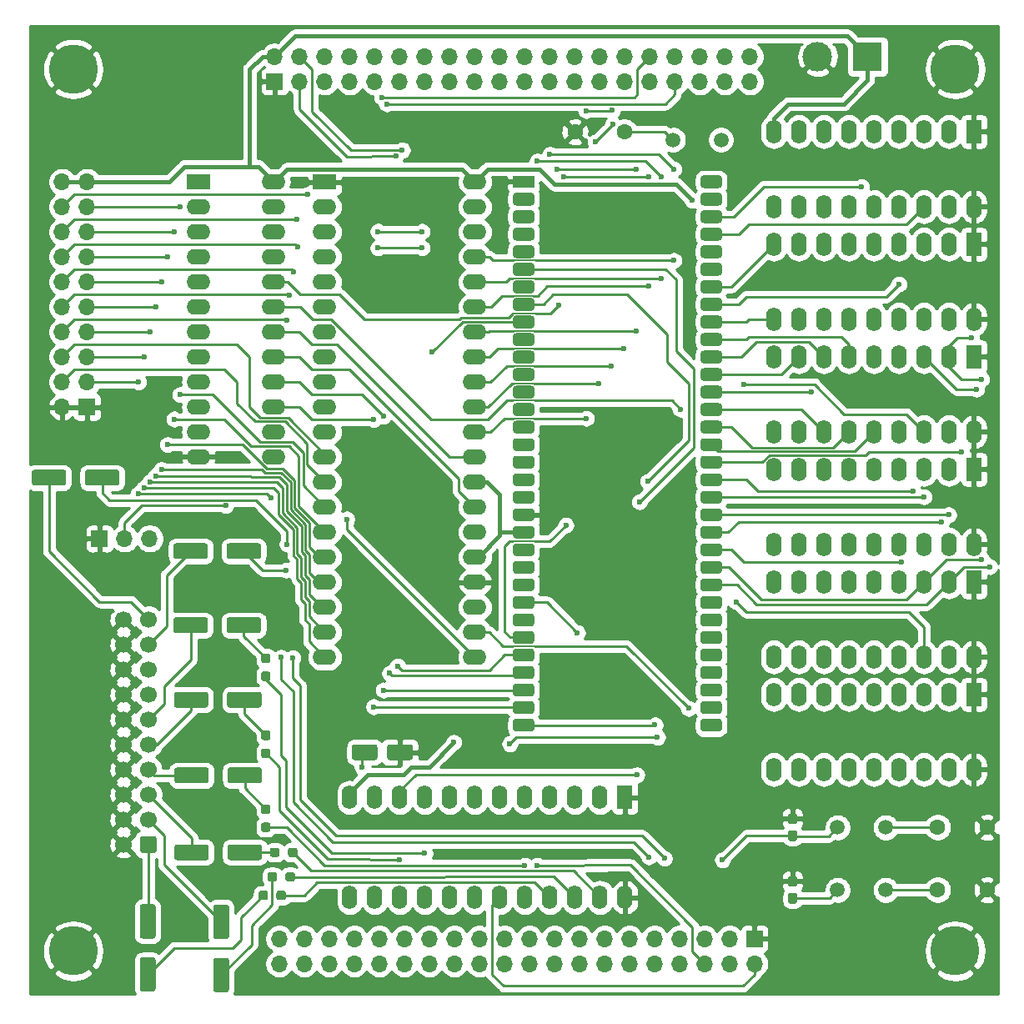
<source format=gbr>
G04 #@! TF.GenerationSoftware,KiCad,Pcbnew,(5.1.8)-1*
G04 #@! TF.CreationDate,2020-12-25T10:48:06+01:00*
G04 #@! TF.ProjectId,VDP-Composite,5644502d-436f-46d7-906f-736974652e6b,v1.0*
G04 #@! TF.SameCoordinates,Original*
G04 #@! TF.FileFunction,Copper,L1,Top*
G04 #@! TF.FilePolarity,Positive*
%FSLAX46Y46*%
G04 Gerber Fmt 4.6, Leading zero omitted, Abs format (unit mm)*
G04 Created by KiCad (PCBNEW (5.1.8)-1) date 2020-12-25 10:48:06*
%MOMM*%
%LPD*%
G01*
G04 APERTURE LIST*
G04 #@! TA.AperFunction,ComponentPad*
%ADD10C,1.600000*%
G04 #@! TD*
G04 #@! TA.AperFunction,ComponentPad*
%ADD11R,2.200000X1.300000*%
G04 #@! TD*
G04 #@! TA.AperFunction,ComponentPad*
%ADD12R,1.600000X2.400000*%
G04 #@! TD*
G04 #@! TA.AperFunction,ComponentPad*
%ADD13O,1.600000X2.400000*%
G04 #@! TD*
G04 #@! TA.AperFunction,ComponentPad*
%ADD14C,5.000000*%
G04 #@! TD*
G04 #@! TA.AperFunction,ComponentPad*
%ADD15R,1.700000X1.700000*%
G04 #@! TD*
G04 #@! TA.AperFunction,ComponentPad*
%ADD16O,1.700000X1.700000*%
G04 #@! TD*
G04 #@! TA.AperFunction,ComponentPad*
%ADD17R,3.000000X3.000000*%
G04 #@! TD*
G04 #@! TA.AperFunction,ComponentPad*
%ADD18C,3.000000*%
G04 #@! TD*
G04 #@! TA.AperFunction,ComponentPad*
%ADD19C,1.700000*%
G04 #@! TD*
G04 #@! TA.AperFunction,ComponentPad*
%ADD20R,2.400000X1.600000*%
G04 #@! TD*
G04 #@! TA.AperFunction,ComponentPad*
%ADD21O,2.400000X1.600000*%
G04 #@! TD*
G04 #@! TA.AperFunction,ComponentPad*
%ADD22C,1.500000*%
G04 #@! TD*
G04 #@! TA.AperFunction,ViaPad*
%ADD23C,0.600000*%
G04 #@! TD*
G04 #@! TA.AperFunction,Conductor*
%ADD24C,0.254000*%
G04 #@! TD*
G04 #@! TA.AperFunction,Conductor*
%ADD25C,0.200000*%
G04 #@! TD*
G04 #@! TA.AperFunction,Conductor*
%ADD26C,0.400000*%
G04 #@! TD*
G04 #@! TA.AperFunction,Conductor*
%ADD27C,0.100000*%
G04 #@! TD*
G04 APERTURE END LIST*
G04 #@! TA.AperFunction,SMDPad,CuDef*
G36*
G01*
X71205100Y-217173000D02*
X70730100Y-217173000D01*
G75*
G02*
X70492600Y-216935500I0J237500D01*
G01*
X70492600Y-216435500D01*
G75*
G02*
X70730100Y-216198000I237500J0D01*
G01*
X71205100Y-216198000D01*
G75*
G02*
X71442600Y-216435500I0J-237500D01*
G01*
X71442600Y-216935500D01*
G75*
G02*
X71205100Y-217173000I-237500J0D01*
G01*
G37*
G04 #@! TD.AperFunction*
G04 #@! TA.AperFunction,SMDPad,CuDef*
G36*
G01*
X71205100Y-215348000D02*
X70730100Y-215348000D01*
G75*
G02*
X70492600Y-215110500I0J237500D01*
G01*
X70492600Y-214610500D01*
G75*
G02*
X70730100Y-214373000I237500J0D01*
G01*
X71205100Y-214373000D01*
G75*
G02*
X71442600Y-214610500I0J-237500D01*
G01*
X71442600Y-215110500D01*
G75*
G02*
X71205100Y-215348000I-237500J0D01*
G01*
G37*
G04 #@! TD.AperFunction*
D10*
X102365800Y-146075400D03*
X107365800Y-146075400D03*
D11*
X97155000Y-151130000D03*
G04 #@! TA.AperFunction,ComponentPad*
G36*
G01*
X96055000Y-153235000D02*
X96055000Y-152585000D01*
G75*
G02*
X96380000Y-152260000I325000J0D01*
G01*
X97930000Y-152260000D01*
G75*
G02*
X98255000Y-152585000I0J-325000D01*
G01*
X98255000Y-153235000D01*
G75*
G02*
X97930000Y-153560000I-325000J0D01*
G01*
X96380000Y-153560000D01*
G75*
G02*
X96055000Y-153235000I0J325000D01*
G01*
G37*
G04 #@! TD.AperFunction*
G04 #@! TA.AperFunction,ComponentPad*
G36*
G01*
X96055000Y-155015000D02*
X96055000Y-154365000D01*
G75*
G02*
X96380000Y-154040000I325000J0D01*
G01*
X97930000Y-154040000D01*
G75*
G02*
X98255000Y-154365000I0J-325000D01*
G01*
X98255000Y-155015000D01*
G75*
G02*
X97930000Y-155340000I-325000J0D01*
G01*
X96380000Y-155340000D01*
G75*
G02*
X96055000Y-155015000I0J325000D01*
G01*
G37*
G04 #@! TD.AperFunction*
G04 #@! TA.AperFunction,ComponentPad*
G36*
G01*
X96055000Y-156795000D02*
X96055000Y-156145000D01*
G75*
G02*
X96380000Y-155820000I325000J0D01*
G01*
X97930000Y-155820000D01*
G75*
G02*
X98255000Y-156145000I0J-325000D01*
G01*
X98255000Y-156795000D01*
G75*
G02*
X97930000Y-157120000I-325000J0D01*
G01*
X96380000Y-157120000D01*
G75*
G02*
X96055000Y-156795000I0J325000D01*
G01*
G37*
G04 #@! TD.AperFunction*
G04 #@! TA.AperFunction,ComponentPad*
G36*
G01*
X96055000Y-158575000D02*
X96055000Y-157925000D01*
G75*
G02*
X96380000Y-157600000I325000J0D01*
G01*
X97930000Y-157600000D01*
G75*
G02*
X98255000Y-157925000I0J-325000D01*
G01*
X98255000Y-158575000D01*
G75*
G02*
X97930000Y-158900000I-325000J0D01*
G01*
X96380000Y-158900000D01*
G75*
G02*
X96055000Y-158575000I0J325000D01*
G01*
G37*
G04 #@! TD.AperFunction*
G04 #@! TA.AperFunction,ComponentPad*
G36*
G01*
X96055000Y-160355000D02*
X96055000Y-159705000D01*
G75*
G02*
X96380000Y-159380000I325000J0D01*
G01*
X97930000Y-159380000D01*
G75*
G02*
X98255000Y-159705000I0J-325000D01*
G01*
X98255000Y-160355000D01*
G75*
G02*
X97930000Y-160680000I-325000J0D01*
G01*
X96380000Y-160680000D01*
G75*
G02*
X96055000Y-160355000I0J325000D01*
G01*
G37*
G04 #@! TD.AperFunction*
G04 #@! TA.AperFunction,ComponentPad*
G36*
G01*
X96055000Y-162135000D02*
X96055000Y-161485000D01*
G75*
G02*
X96380000Y-161160000I325000J0D01*
G01*
X97930000Y-161160000D01*
G75*
G02*
X98255000Y-161485000I0J-325000D01*
G01*
X98255000Y-162135000D01*
G75*
G02*
X97930000Y-162460000I-325000J0D01*
G01*
X96380000Y-162460000D01*
G75*
G02*
X96055000Y-162135000I0J325000D01*
G01*
G37*
G04 #@! TD.AperFunction*
G04 #@! TA.AperFunction,ComponentPad*
G36*
G01*
X96055000Y-163915000D02*
X96055000Y-163265000D01*
G75*
G02*
X96380000Y-162940000I325000J0D01*
G01*
X97930000Y-162940000D01*
G75*
G02*
X98255000Y-163265000I0J-325000D01*
G01*
X98255000Y-163915000D01*
G75*
G02*
X97930000Y-164240000I-325000J0D01*
G01*
X96380000Y-164240000D01*
G75*
G02*
X96055000Y-163915000I0J325000D01*
G01*
G37*
G04 #@! TD.AperFunction*
G04 #@! TA.AperFunction,ComponentPad*
G36*
G01*
X96055000Y-165695000D02*
X96055000Y-165045000D01*
G75*
G02*
X96380000Y-164720000I325000J0D01*
G01*
X97930000Y-164720000D01*
G75*
G02*
X98255000Y-165045000I0J-325000D01*
G01*
X98255000Y-165695000D01*
G75*
G02*
X97930000Y-166020000I-325000J0D01*
G01*
X96380000Y-166020000D01*
G75*
G02*
X96055000Y-165695000I0J325000D01*
G01*
G37*
G04 #@! TD.AperFunction*
G04 #@! TA.AperFunction,ComponentPad*
G36*
G01*
X96055000Y-167475000D02*
X96055000Y-166825000D01*
G75*
G02*
X96380000Y-166500000I325000J0D01*
G01*
X97930000Y-166500000D01*
G75*
G02*
X98255000Y-166825000I0J-325000D01*
G01*
X98255000Y-167475000D01*
G75*
G02*
X97930000Y-167800000I-325000J0D01*
G01*
X96380000Y-167800000D01*
G75*
G02*
X96055000Y-167475000I0J325000D01*
G01*
G37*
G04 #@! TD.AperFunction*
G04 #@! TA.AperFunction,ComponentPad*
G36*
G01*
X96055000Y-169255000D02*
X96055000Y-168605000D01*
G75*
G02*
X96380000Y-168280000I325000J0D01*
G01*
X97930000Y-168280000D01*
G75*
G02*
X98255000Y-168605000I0J-325000D01*
G01*
X98255000Y-169255000D01*
G75*
G02*
X97930000Y-169580000I-325000J0D01*
G01*
X96380000Y-169580000D01*
G75*
G02*
X96055000Y-169255000I0J325000D01*
G01*
G37*
G04 #@! TD.AperFunction*
G04 #@! TA.AperFunction,ComponentPad*
G36*
G01*
X96055000Y-171035000D02*
X96055000Y-170385000D01*
G75*
G02*
X96380000Y-170060000I325000J0D01*
G01*
X97930000Y-170060000D01*
G75*
G02*
X98255000Y-170385000I0J-325000D01*
G01*
X98255000Y-171035000D01*
G75*
G02*
X97930000Y-171360000I-325000J0D01*
G01*
X96380000Y-171360000D01*
G75*
G02*
X96055000Y-171035000I0J325000D01*
G01*
G37*
G04 #@! TD.AperFunction*
G04 #@! TA.AperFunction,ComponentPad*
G36*
G01*
X96055000Y-172815000D02*
X96055000Y-172165000D01*
G75*
G02*
X96380000Y-171840000I325000J0D01*
G01*
X97930000Y-171840000D01*
G75*
G02*
X98255000Y-172165000I0J-325000D01*
G01*
X98255000Y-172815000D01*
G75*
G02*
X97930000Y-173140000I-325000J0D01*
G01*
X96380000Y-173140000D01*
G75*
G02*
X96055000Y-172815000I0J325000D01*
G01*
G37*
G04 #@! TD.AperFunction*
G04 #@! TA.AperFunction,ComponentPad*
G36*
G01*
X96055000Y-174595000D02*
X96055000Y-173945000D01*
G75*
G02*
X96380000Y-173620000I325000J0D01*
G01*
X97930000Y-173620000D01*
G75*
G02*
X98255000Y-173945000I0J-325000D01*
G01*
X98255000Y-174595000D01*
G75*
G02*
X97930000Y-174920000I-325000J0D01*
G01*
X96380000Y-174920000D01*
G75*
G02*
X96055000Y-174595000I0J325000D01*
G01*
G37*
G04 #@! TD.AperFunction*
G04 #@! TA.AperFunction,ComponentPad*
G36*
G01*
X96055000Y-176375000D02*
X96055000Y-175725000D01*
G75*
G02*
X96380000Y-175400000I325000J0D01*
G01*
X97930000Y-175400000D01*
G75*
G02*
X98255000Y-175725000I0J-325000D01*
G01*
X98255000Y-176375000D01*
G75*
G02*
X97930000Y-176700000I-325000J0D01*
G01*
X96380000Y-176700000D01*
G75*
G02*
X96055000Y-176375000I0J325000D01*
G01*
G37*
G04 #@! TD.AperFunction*
G04 #@! TA.AperFunction,ComponentPad*
G36*
G01*
X96055000Y-178155000D02*
X96055000Y-177505000D01*
G75*
G02*
X96380000Y-177180000I325000J0D01*
G01*
X97930000Y-177180000D01*
G75*
G02*
X98255000Y-177505000I0J-325000D01*
G01*
X98255000Y-178155000D01*
G75*
G02*
X97930000Y-178480000I-325000J0D01*
G01*
X96380000Y-178480000D01*
G75*
G02*
X96055000Y-178155000I0J325000D01*
G01*
G37*
G04 #@! TD.AperFunction*
G04 #@! TA.AperFunction,ComponentPad*
G36*
G01*
X96055000Y-179935000D02*
X96055000Y-179285000D01*
G75*
G02*
X96380000Y-178960000I325000J0D01*
G01*
X97930000Y-178960000D01*
G75*
G02*
X98255000Y-179285000I0J-325000D01*
G01*
X98255000Y-179935000D01*
G75*
G02*
X97930000Y-180260000I-325000J0D01*
G01*
X96380000Y-180260000D01*
G75*
G02*
X96055000Y-179935000I0J325000D01*
G01*
G37*
G04 #@! TD.AperFunction*
G04 #@! TA.AperFunction,ComponentPad*
G36*
G01*
X96055000Y-181715000D02*
X96055000Y-181065000D01*
G75*
G02*
X96380000Y-180740000I325000J0D01*
G01*
X97930000Y-180740000D01*
G75*
G02*
X98255000Y-181065000I0J-325000D01*
G01*
X98255000Y-181715000D01*
G75*
G02*
X97930000Y-182040000I-325000J0D01*
G01*
X96380000Y-182040000D01*
G75*
G02*
X96055000Y-181715000I0J325000D01*
G01*
G37*
G04 #@! TD.AperFunction*
G04 #@! TA.AperFunction,ComponentPad*
G36*
G01*
X96055000Y-183495000D02*
X96055000Y-182845000D01*
G75*
G02*
X96380000Y-182520000I325000J0D01*
G01*
X97930000Y-182520000D01*
G75*
G02*
X98255000Y-182845000I0J-325000D01*
G01*
X98255000Y-183495000D01*
G75*
G02*
X97930000Y-183820000I-325000J0D01*
G01*
X96380000Y-183820000D01*
G75*
G02*
X96055000Y-183495000I0J325000D01*
G01*
G37*
G04 #@! TD.AperFunction*
G04 #@! TA.AperFunction,ComponentPad*
G36*
G01*
X96055000Y-185275000D02*
X96055000Y-184625000D01*
G75*
G02*
X96380000Y-184300000I325000J0D01*
G01*
X97930000Y-184300000D01*
G75*
G02*
X98255000Y-184625000I0J-325000D01*
G01*
X98255000Y-185275000D01*
G75*
G02*
X97930000Y-185600000I-325000J0D01*
G01*
X96380000Y-185600000D01*
G75*
G02*
X96055000Y-185275000I0J325000D01*
G01*
G37*
G04 #@! TD.AperFunction*
G04 #@! TA.AperFunction,ComponentPad*
G36*
G01*
X96055000Y-187055000D02*
X96055000Y-186405000D01*
G75*
G02*
X96380000Y-186080000I325000J0D01*
G01*
X97930000Y-186080000D01*
G75*
G02*
X98255000Y-186405000I0J-325000D01*
G01*
X98255000Y-187055000D01*
G75*
G02*
X97930000Y-187380000I-325000J0D01*
G01*
X96380000Y-187380000D01*
G75*
G02*
X96055000Y-187055000I0J325000D01*
G01*
G37*
G04 #@! TD.AperFunction*
G04 #@! TA.AperFunction,ComponentPad*
G36*
G01*
X96055000Y-188835000D02*
X96055000Y-188185000D01*
G75*
G02*
X96380000Y-187860000I325000J0D01*
G01*
X97930000Y-187860000D01*
G75*
G02*
X98255000Y-188185000I0J-325000D01*
G01*
X98255000Y-188835000D01*
G75*
G02*
X97930000Y-189160000I-325000J0D01*
G01*
X96380000Y-189160000D01*
G75*
G02*
X96055000Y-188835000I0J325000D01*
G01*
G37*
G04 #@! TD.AperFunction*
G04 #@! TA.AperFunction,ComponentPad*
G36*
G01*
X96055000Y-190615000D02*
X96055000Y-189965000D01*
G75*
G02*
X96380000Y-189640000I325000J0D01*
G01*
X97930000Y-189640000D01*
G75*
G02*
X98255000Y-189965000I0J-325000D01*
G01*
X98255000Y-190615000D01*
G75*
G02*
X97930000Y-190940000I-325000J0D01*
G01*
X96380000Y-190940000D01*
G75*
G02*
X96055000Y-190615000I0J325000D01*
G01*
G37*
G04 #@! TD.AperFunction*
G04 #@! TA.AperFunction,ComponentPad*
G36*
G01*
X96055000Y-192395000D02*
X96055000Y-191745000D01*
G75*
G02*
X96380000Y-191420000I325000J0D01*
G01*
X97930000Y-191420000D01*
G75*
G02*
X98255000Y-191745000I0J-325000D01*
G01*
X98255000Y-192395000D01*
G75*
G02*
X97930000Y-192720000I-325000J0D01*
G01*
X96380000Y-192720000D01*
G75*
G02*
X96055000Y-192395000I0J325000D01*
G01*
G37*
G04 #@! TD.AperFunction*
G04 #@! TA.AperFunction,ComponentPad*
G36*
G01*
X96055000Y-194175000D02*
X96055000Y-193525000D01*
G75*
G02*
X96380000Y-193200000I325000J0D01*
G01*
X97930000Y-193200000D01*
G75*
G02*
X98255000Y-193525000I0J-325000D01*
G01*
X98255000Y-194175000D01*
G75*
G02*
X97930000Y-194500000I-325000J0D01*
G01*
X96380000Y-194500000D01*
G75*
G02*
X96055000Y-194175000I0J325000D01*
G01*
G37*
G04 #@! TD.AperFunction*
G04 #@! TA.AperFunction,ComponentPad*
G36*
G01*
X96055000Y-195955000D02*
X96055000Y-195305000D01*
G75*
G02*
X96380000Y-194980000I325000J0D01*
G01*
X97930000Y-194980000D01*
G75*
G02*
X98255000Y-195305000I0J-325000D01*
G01*
X98255000Y-195955000D01*
G75*
G02*
X97930000Y-196280000I-325000J0D01*
G01*
X96380000Y-196280000D01*
G75*
G02*
X96055000Y-195955000I0J325000D01*
G01*
G37*
G04 #@! TD.AperFunction*
G04 #@! TA.AperFunction,ComponentPad*
G36*
G01*
X96055000Y-197735000D02*
X96055000Y-197085000D01*
G75*
G02*
X96380000Y-196760000I325000J0D01*
G01*
X97930000Y-196760000D01*
G75*
G02*
X98255000Y-197085000I0J-325000D01*
G01*
X98255000Y-197735000D01*
G75*
G02*
X97930000Y-198060000I-325000J0D01*
G01*
X96380000Y-198060000D01*
G75*
G02*
X96055000Y-197735000I0J325000D01*
G01*
G37*
G04 #@! TD.AperFunction*
G04 #@! TA.AperFunction,ComponentPad*
G36*
G01*
X96055000Y-199515000D02*
X96055000Y-198865000D01*
G75*
G02*
X96380000Y-198540000I325000J0D01*
G01*
X97930000Y-198540000D01*
G75*
G02*
X98255000Y-198865000I0J-325000D01*
G01*
X98255000Y-199515000D01*
G75*
G02*
X97930000Y-199840000I-325000J0D01*
G01*
X96380000Y-199840000D01*
G75*
G02*
X96055000Y-199515000I0J325000D01*
G01*
G37*
G04 #@! TD.AperFunction*
G04 #@! TA.AperFunction,ComponentPad*
G36*
G01*
X96055000Y-201295000D02*
X96055000Y-200645000D01*
G75*
G02*
X96380000Y-200320000I325000J0D01*
G01*
X97930000Y-200320000D01*
G75*
G02*
X98255000Y-200645000I0J-325000D01*
G01*
X98255000Y-201295000D01*
G75*
G02*
X97930000Y-201620000I-325000J0D01*
G01*
X96380000Y-201620000D01*
G75*
G02*
X96055000Y-201295000I0J325000D01*
G01*
G37*
G04 #@! TD.AperFunction*
G04 #@! TA.AperFunction,ComponentPad*
G36*
G01*
X96055000Y-203075000D02*
X96055000Y-202425000D01*
G75*
G02*
X96380000Y-202100000I325000J0D01*
G01*
X97930000Y-202100000D01*
G75*
G02*
X98255000Y-202425000I0J-325000D01*
G01*
X98255000Y-203075000D01*
G75*
G02*
X97930000Y-203400000I-325000J0D01*
G01*
X96380000Y-203400000D01*
G75*
G02*
X96055000Y-203075000I0J325000D01*
G01*
G37*
G04 #@! TD.AperFunction*
G04 #@! TA.AperFunction,ComponentPad*
G36*
G01*
X96055000Y-204855000D02*
X96055000Y-204205000D01*
G75*
G02*
X96380000Y-203880000I325000J0D01*
G01*
X97930000Y-203880000D01*
G75*
G02*
X98255000Y-204205000I0J-325000D01*
G01*
X98255000Y-204855000D01*
G75*
G02*
X97930000Y-205180000I-325000J0D01*
G01*
X96380000Y-205180000D01*
G75*
G02*
X96055000Y-204855000I0J325000D01*
G01*
G37*
G04 #@! TD.AperFunction*
G04 #@! TA.AperFunction,ComponentPad*
G36*
G01*
X96055000Y-206635000D02*
X96055000Y-205985000D01*
G75*
G02*
X96380000Y-205660000I325000J0D01*
G01*
X97930000Y-205660000D01*
G75*
G02*
X98255000Y-205985000I0J-325000D01*
G01*
X98255000Y-206635000D01*
G75*
G02*
X97930000Y-206960000I-325000J0D01*
G01*
X96380000Y-206960000D01*
G75*
G02*
X96055000Y-206635000I0J325000D01*
G01*
G37*
G04 #@! TD.AperFunction*
G04 #@! TA.AperFunction,ComponentPad*
G36*
G01*
X115105000Y-151455000D02*
X115105000Y-150805000D01*
G75*
G02*
X115430000Y-150480000I325000J0D01*
G01*
X116980000Y-150480000D01*
G75*
G02*
X117305000Y-150805000I0J-325000D01*
G01*
X117305000Y-151455000D01*
G75*
G02*
X116980000Y-151780000I-325000J0D01*
G01*
X115430000Y-151780000D01*
G75*
G02*
X115105000Y-151455000I0J325000D01*
G01*
G37*
G04 #@! TD.AperFunction*
G04 #@! TA.AperFunction,ComponentPad*
G36*
G01*
X115105000Y-153235000D02*
X115105000Y-152585000D01*
G75*
G02*
X115430000Y-152260000I325000J0D01*
G01*
X116980000Y-152260000D01*
G75*
G02*
X117305000Y-152585000I0J-325000D01*
G01*
X117305000Y-153235000D01*
G75*
G02*
X116980000Y-153560000I-325000J0D01*
G01*
X115430000Y-153560000D01*
G75*
G02*
X115105000Y-153235000I0J325000D01*
G01*
G37*
G04 #@! TD.AperFunction*
G04 #@! TA.AperFunction,ComponentPad*
G36*
G01*
X115105000Y-155015000D02*
X115105000Y-154365000D01*
G75*
G02*
X115430000Y-154040000I325000J0D01*
G01*
X116980000Y-154040000D01*
G75*
G02*
X117305000Y-154365000I0J-325000D01*
G01*
X117305000Y-155015000D01*
G75*
G02*
X116980000Y-155340000I-325000J0D01*
G01*
X115430000Y-155340000D01*
G75*
G02*
X115105000Y-155015000I0J325000D01*
G01*
G37*
G04 #@! TD.AperFunction*
G04 #@! TA.AperFunction,ComponentPad*
G36*
G01*
X115105000Y-156795000D02*
X115105000Y-156145000D01*
G75*
G02*
X115430000Y-155820000I325000J0D01*
G01*
X116980000Y-155820000D01*
G75*
G02*
X117305000Y-156145000I0J-325000D01*
G01*
X117305000Y-156795000D01*
G75*
G02*
X116980000Y-157120000I-325000J0D01*
G01*
X115430000Y-157120000D01*
G75*
G02*
X115105000Y-156795000I0J325000D01*
G01*
G37*
G04 #@! TD.AperFunction*
G04 #@! TA.AperFunction,ComponentPad*
G36*
G01*
X115105000Y-158575000D02*
X115105000Y-157925000D01*
G75*
G02*
X115430000Y-157600000I325000J0D01*
G01*
X116980000Y-157600000D01*
G75*
G02*
X117305000Y-157925000I0J-325000D01*
G01*
X117305000Y-158575000D01*
G75*
G02*
X116980000Y-158900000I-325000J0D01*
G01*
X115430000Y-158900000D01*
G75*
G02*
X115105000Y-158575000I0J325000D01*
G01*
G37*
G04 #@! TD.AperFunction*
G04 #@! TA.AperFunction,ComponentPad*
G36*
G01*
X115105000Y-160355000D02*
X115105000Y-159705000D01*
G75*
G02*
X115430000Y-159380000I325000J0D01*
G01*
X116980000Y-159380000D01*
G75*
G02*
X117305000Y-159705000I0J-325000D01*
G01*
X117305000Y-160355000D01*
G75*
G02*
X116980000Y-160680000I-325000J0D01*
G01*
X115430000Y-160680000D01*
G75*
G02*
X115105000Y-160355000I0J325000D01*
G01*
G37*
G04 #@! TD.AperFunction*
G04 #@! TA.AperFunction,ComponentPad*
G36*
G01*
X115105000Y-162135000D02*
X115105000Y-161485000D01*
G75*
G02*
X115430000Y-161160000I325000J0D01*
G01*
X116980000Y-161160000D01*
G75*
G02*
X117305000Y-161485000I0J-325000D01*
G01*
X117305000Y-162135000D01*
G75*
G02*
X116980000Y-162460000I-325000J0D01*
G01*
X115430000Y-162460000D01*
G75*
G02*
X115105000Y-162135000I0J325000D01*
G01*
G37*
G04 #@! TD.AperFunction*
G04 #@! TA.AperFunction,ComponentPad*
G36*
G01*
X115105000Y-163915000D02*
X115105000Y-163265000D01*
G75*
G02*
X115430000Y-162940000I325000J0D01*
G01*
X116980000Y-162940000D01*
G75*
G02*
X117305000Y-163265000I0J-325000D01*
G01*
X117305000Y-163915000D01*
G75*
G02*
X116980000Y-164240000I-325000J0D01*
G01*
X115430000Y-164240000D01*
G75*
G02*
X115105000Y-163915000I0J325000D01*
G01*
G37*
G04 #@! TD.AperFunction*
G04 #@! TA.AperFunction,ComponentPad*
G36*
G01*
X115105000Y-165695000D02*
X115105000Y-165045000D01*
G75*
G02*
X115430000Y-164720000I325000J0D01*
G01*
X116980000Y-164720000D01*
G75*
G02*
X117305000Y-165045000I0J-325000D01*
G01*
X117305000Y-165695000D01*
G75*
G02*
X116980000Y-166020000I-325000J0D01*
G01*
X115430000Y-166020000D01*
G75*
G02*
X115105000Y-165695000I0J325000D01*
G01*
G37*
G04 #@! TD.AperFunction*
G04 #@! TA.AperFunction,ComponentPad*
G36*
G01*
X115105000Y-167475000D02*
X115105000Y-166825000D01*
G75*
G02*
X115430000Y-166500000I325000J0D01*
G01*
X116980000Y-166500000D01*
G75*
G02*
X117305000Y-166825000I0J-325000D01*
G01*
X117305000Y-167475000D01*
G75*
G02*
X116980000Y-167800000I-325000J0D01*
G01*
X115430000Y-167800000D01*
G75*
G02*
X115105000Y-167475000I0J325000D01*
G01*
G37*
G04 #@! TD.AperFunction*
G04 #@! TA.AperFunction,ComponentPad*
G36*
G01*
X115105000Y-169255000D02*
X115105000Y-168605000D01*
G75*
G02*
X115430000Y-168280000I325000J0D01*
G01*
X116980000Y-168280000D01*
G75*
G02*
X117305000Y-168605000I0J-325000D01*
G01*
X117305000Y-169255000D01*
G75*
G02*
X116980000Y-169580000I-325000J0D01*
G01*
X115430000Y-169580000D01*
G75*
G02*
X115105000Y-169255000I0J325000D01*
G01*
G37*
G04 #@! TD.AperFunction*
G04 #@! TA.AperFunction,ComponentPad*
G36*
G01*
X115105000Y-171035000D02*
X115105000Y-170385000D01*
G75*
G02*
X115430000Y-170060000I325000J0D01*
G01*
X116980000Y-170060000D01*
G75*
G02*
X117305000Y-170385000I0J-325000D01*
G01*
X117305000Y-171035000D01*
G75*
G02*
X116980000Y-171360000I-325000J0D01*
G01*
X115430000Y-171360000D01*
G75*
G02*
X115105000Y-171035000I0J325000D01*
G01*
G37*
G04 #@! TD.AperFunction*
G04 #@! TA.AperFunction,ComponentPad*
G36*
G01*
X115105000Y-172815000D02*
X115105000Y-172165000D01*
G75*
G02*
X115430000Y-171840000I325000J0D01*
G01*
X116980000Y-171840000D01*
G75*
G02*
X117305000Y-172165000I0J-325000D01*
G01*
X117305000Y-172815000D01*
G75*
G02*
X116980000Y-173140000I-325000J0D01*
G01*
X115430000Y-173140000D01*
G75*
G02*
X115105000Y-172815000I0J325000D01*
G01*
G37*
G04 #@! TD.AperFunction*
G04 #@! TA.AperFunction,ComponentPad*
G36*
G01*
X115105000Y-174595000D02*
X115105000Y-173945000D01*
G75*
G02*
X115430000Y-173620000I325000J0D01*
G01*
X116980000Y-173620000D01*
G75*
G02*
X117305000Y-173945000I0J-325000D01*
G01*
X117305000Y-174595000D01*
G75*
G02*
X116980000Y-174920000I-325000J0D01*
G01*
X115430000Y-174920000D01*
G75*
G02*
X115105000Y-174595000I0J325000D01*
G01*
G37*
G04 #@! TD.AperFunction*
G04 #@! TA.AperFunction,ComponentPad*
G36*
G01*
X115105000Y-176375000D02*
X115105000Y-175725000D01*
G75*
G02*
X115430000Y-175400000I325000J0D01*
G01*
X116980000Y-175400000D01*
G75*
G02*
X117305000Y-175725000I0J-325000D01*
G01*
X117305000Y-176375000D01*
G75*
G02*
X116980000Y-176700000I-325000J0D01*
G01*
X115430000Y-176700000D01*
G75*
G02*
X115105000Y-176375000I0J325000D01*
G01*
G37*
G04 #@! TD.AperFunction*
G04 #@! TA.AperFunction,ComponentPad*
G36*
G01*
X115105000Y-178155000D02*
X115105000Y-177505000D01*
G75*
G02*
X115430000Y-177180000I325000J0D01*
G01*
X116980000Y-177180000D01*
G75*
G02*
X117305000Y-177505000I0J-325000D01*
G01*
X117305000Y-178155000D01*
G75*
G02*
X116980000Y-178480000I-325000J0D01*
G01*
X115430000Y-178480000D01*
G75*
G02*
X115105000Y-178155000I0J325000D01*
G01*
G37*
G04 #@! TD.AperFunction*
G04 #@! TA.AperFunction,ComponentPad*
G36*
G01*
X115105000Y-179935000D02*
X115105000Y-179285000D01*
G75*
G02*
X115430000Y-178960000I325000J0D01*
G01*
X116980000Y-178960000D01*
G75*
G02*
X117305000Y-179285000I0J-325000D01*
G01*
X117305000Y-179935000D01*
G75*
G02*
X116980000Y-180260000I-325000J0D01*
G01*
X115430000Y-180260000D01*
G75*
G02*
X115105000Y-179935000I0J325000D01*
G01*
G37*
G04 #@! TD.AperFunction*
G04 #@! TA.AperFunction,ComponentPad*
G36*
G01*
X115105000Y-181715000D02*
X115105000Y-181065000D01*
G75*
G02*
X115430000Y-180740000I325000J0D01*
G01*
X116980000Y-180740000D01*
G75*
G02*
X117305000Y-181065000I0J-325000D01*
G01*
X117305000Y-181715000D01*
G75*
G02*
X116980000Y-182040000I-325000J0D01*
G01*
X115430000Y-182040000D01*
G75*
G02*
X115105000Y-181715000I0J325000D01*
G01*
G37*
G04 #@! TD.AperFunction*
G04 #@! TA.AperFunction,ComponentPad*
G36*
G01*
X115105000Y-183495000D02*
X115105000Y-182845000D01*
G75*
G02*
X115430000Y-182520000I325000J0D01*
G01*
X116980000Y-182520000D01*
G75*
G02*
X117305000Y-182845000I0J-325000D01*
G01*
X117305000Y-183495000D01*
G75*
G02*
X116980000Y-183820000I-325000J0D01*
G01*
X115430000Y-183820000D01*
G75*
G02*
X115105000Y-183495000I0J325000D01*
G01*
G37*
G04 #@! TD.AperFunction*
G04 #@! TA.AperFunction,ComponentPad*
G36*
G01*
X115105000Y-185275000D02*
X115105000Y-184625000D01*
G75*
G02*
X115430000Y-184300000I325000J0D01*
G01*
X116980000Y-184300000D01*
G75*
G02*
X117305000Y-184625000I0J-325000D01*
G01*
X117305000Y-185275000D01*
G75*
G02*
X116980000Y-185600000I-325000J0D01*
G01*
X115430000Y-185600000D01*
G75*
G02*
X115105000Y-185275000I0J325000D01*
G01*
G37*
G04 #@! TD.AperFunction*
G04 #@! TA.AperFunction,ComponentPad*
G36*
G01*
X115105000Y-187055000D02*
X115105000Y-186405000D01*
G75*
G02*
X115430000Y-186080000I325000J0D01*
G01*
X116980000Y-186080000D01*
G75*
G02*
X117305000Y-186405000I0J-325000D01*
G01*
X117305000Y-187055000D01*
G75*
G02*
X116980000Y-187380000I-325000J0D01*
G01*
X115430000Y-187380000D01*
G75*
G02*
X115105000Y-187055000I0J325000D01*
G01*
G37*
G04 #@! TD.AperFunction*
G04 #@! TA.AperFunction,ComponentPad*
G36*
G01*
X115105000Y-188835000D02*
X115105000Y-188185000D01*
G75*
G02*
X115430000Y-187860000I325000J0D01*
G01*
X116980000Y-187860000D01*
G75*
G02*
X117305000Y-188185000I0J-325000D01*
G01*
X117305000Y-188835000D01*
G75*
G02*
X116980000Y-189160000I-325000J0D01*
G01*
X115430000Y-189160000D01*
G75*
G02*
X115105000Y-188835000I0J325000D01*
G01*
G37*
G04 #@! TD.AperFunction*
G04 #@! TA.AperFunction,ComponentPad*
G36*
G01*
X115105000Y-190615000D02*
X115105000Y-189965000D01*
G75*
G02*
X115430000Y-189640000I325000J0D01*
G01*
X116980000Y-189640000D01*
G75*
G02*
X117305000Y-189965000I0J-325000D01*
G01*
X117305000Y-190615000D01*
G75*
G02*
X116980000Y-190940000I-325000J0D01*
G01*
X115430000Y-190940000D01*
G75*
G02*
X115105000Y-190615000I0J325000D01*
G01*
G37*
G04 #@! TD.AperFunction*
G04 #@! TA.AperFunction,ComponentPad*
G36*
G01*
X115105000Y-192395000D02*
X115105000Y-191745000D01*
G75*
G02*
X115430000Y-191420000I325000J0D01*
G01*
X116980000Y-191420000D01*
G75*
G02*
X117305000Y-191745000I0J-325000D01*
G01*
X117305000Y-192395000D01*
G75*
G02*
X116980000Y-192720000I-325000J0D01*
G01*
X115430000Y-192720000D01*
G75*
G02*
X115105000Y-192395000I0J325000D01*
G01*
G37*
G04 #@! TD.AperFunction*
G04 #@! TA.AperFunction,ComponentPad*
G36*
G01*
X115105000Y-194175000D02*
X115105000Y-193525000D01*
G75*
G02*
X115430000Y-193200000I325000J0D01*
G01*
X116980000Y-193200000D01*
G75*
G02*
X117305000Y-193525000I0J-325000D01*
G01*
X117305000Y-194175000D01*
G75*
G02*
X116980000Y-194500000I-325000J0D01*
G01*
X115430000Y-194500000D01*
G75*
G02*
X115105000Y-194175000I0J325000D01*
G01*
G37*
G04 #@! TD.AperFunction*
G04 #@! TA.AperFunction,ComponentPad*
G36*
G01*
X115105000Y-195955000D02*
X115105000Y-195305000D01*
G75*
G02*
X115430000Y-194980000I325000J0D01*
G01*
X116980000Y-194980000D01*
G75*
G02*
X117305000Y-195305000I0J-325000D01*
G01*
X117305000Y-195955000D01*
G75*
G02*
X116980000Y-196280000I-325000J0D01*
G01*
X115430000Y-196280000D01*
G75*
G02*
X115105000Y-195955000I0J325000D01*
G01*
G37*
G04 #@! TD.AperFunction*
G04 #@! TA.AperFunction,ComponentPad*
G36*
G01*
X115105000Y-197735000D02*
X115105000Y-197085000D01*
G75*
G02*
X115430000Y-196760000I325000J0D01*
G01*
X116980000Y-196760000D01*
G75*
G02*
X117305000Y-197085000I0J-325000D01*
G01*
X117305000Y-197735000D01*
G75*
G02*
X116980000Y-198060000I-325000J0D01*
G01*
X115430000Y-198060000D01*
G75*
G02*
X115105000Y-197735000I0J325000D01*
G01*
G37*
G04 #@! TD.AperFunction*
G04 #@! TA.AperFunction,ComponentPad*
G36*
G01*
X115105000Y-199515000D02*
X115105000Y-198865000D01*
G75*
G02*
X115430000Y-198540000I325000J0D01*
G01*
X116980000Y-198540000D01*
G75*
G02*
X117305000Y-198865000I0J-325000D01*
G01*
X117305000Y-199515000D01*
G75*
G02*
X116980000Y-199840000I-325000J0D01*
G01*
X115430000Y-199840000D01*
G75*
G02*
X115105000Y-199515000I0J325000D01*
G01*
G37*
G04 #@! TD.AperFunction*
G04 #@! TA.AperFunction,ComponentPad*
G36*
G01*
X115105000Y-201295000D02*
X115105000Y-200645000D01*
G75*
G02*
X115430000Y-200320000I325000J0D01*
G01*
X116980000Y-200320000D01*
G75*
G02*
X117305000Y-200645000I0J-325000D01*
G01*
X117305000Y-201295000D01*
G75*
G02*
X116980000Y-201620000I-325000J0D01*
G01*
X115430000Y-201620000D01*
G75*
G02*
X115105000Y-201295000I0J325000D01*
G01*
G37*
G04 #@! TD.AperFunction*
G04 #@! TA.AperFunction,ComponentPad*
G36*
G01*
X115105000Y-203075000D02*
X115105000Y-202425000D01*
G75*
G02*
X115430000Y-202100000I325000J0D01*
G01*
X116980000Y-202100000D01*
G75*
G02*
X117305000Y-202425000I0J-325000D01*
G01*
X117305000Y-203075000D01*
G75*
G02*
X116980000Y-203400000I-325000J0D01*
G01*
X115430000Y-203400000D01*
G75*
G02*
X115105000Y-203075000I0J325000D01*
G01*
G37*
G04 #@! TD.AperFunction*
G04 #@! TA.AperFunction,ComponentPad*
G36*
G01*
X115105000Y-204855000D02*
X115105000Y-204205000D01*
G75*
G02*
X115430000Y-203880000I325000J0D01*
G01*
X116980000Y-203880000D01*
G75*
G02*
X117305000Y-204205000I0J-325000D01*
G01*
X117305000Y-204855000D01*
G75*
G02*
X116980000Y-205180000I-325000J0D01*
G01*
X115430000Y-205180000D01*
G75*
G02*
X115105000Y-204855000I0J325000D01*
G01*
G37*
G04 #@! TD.AperFunction*
G04 #@! TA.AperFunction,ComponentPad*
G36*
G01*
X115105000Y-206635000D02*
X115105000Y-205985000D01*
G75*
G02*
X115430000Y-205660000I325000J0D01*
G01*
X116980000Y-205660000D01*
G75*
G02*
X117305000Y-205985000I0J-325000D01*
G01*
X117305000Y-206635000D01*
G75*
G02*
X116980000Y-206960000I-325000J0D01*
G01*
X115430000Y-206960000D01*
G75*
G02*
X115105000Y-206635000I0J325000D01*
G01*
G37*
G04 #@! TD.AperFunction*
D12*
X142875000Y-146050000D03*
D13*
X122555000Y-153670000D03*
X140335000Y-146050000D03*
X125095000Y-153670000D03*
X137795000Y-146050000D03*
X127635000Y-153670000D03*
X135255000Y-146050000D03*
X130175000Y-153670000D03*
X132715000Y-146050000D03*
X132715000Y-153670000D03*
X130175000Y-146050000D03*
X135255000Y-153670000D03*
X127635000Y-146050000D03*
X137795000Y-153670000D03*
X125095000Y-146050000D03*
X140335000Y-153670000D03*
X122555000Y-146050000D03*
X142875000Y-153670000D03*
X142875000Y-165100000D03*
X122555000Y-157480000D03*
X140335000Y-165100000D03*
X125095000Y-157480000D03*
X137795000Y-165100000D03*
X127635000Y-157480000D03*
X135255000Y-165100000D03*
X130175000Y-157480000D03*
X132715000Y-165100000D03*
X132715000Y-157480000D03*
X130175000Y-165100000D03*
X135255000Y-157480000D03*
X127635000Y-165100000D03*
X137795000Y-157480000D03*
X125095000Y-165100000D03*
X140335000Y-157480000D03*
X122555000Y-165100000D03*
D12*
X142875000Y-157480000D03*
D13*
X142875000Y-187960000D03*
X122555000Y-180340000D03*
X140335000Y-187960000D03*
X125095000Y-180340000D03*
X137795000Y-187960000D03*
X127635000Y-180340000D03*
X135255000Y-187960000D03*
X130175000Y-180340000D03*
X132715000Y-187960000D03*
X132715000Y-180340000D03*
X130175000Y-187960000D03*
X135255000Y-180340000D03*
X127635000Y-187960000D03*
X137795000Y-180340000D03*
X125095000Y-187960000D03*
X140335000Y-180340000D03*
X122555000Y-187960000D03*
D12*
X142875000Y-180340000D03*
D13*
X142875000Y-210820000D03*
X122555000Y-203200000D03*
X140335000Y-210820000D03*
X125095000Y-203200000D03*
X137795000Y-210820000D03*
X127635000Y-203200000D03*
X135255000Y-210820000D03*
X130175000Y-203200000D03*
X132715000Y-210820000D03*
X132715000Y-203200000D03*
X130175000Y-210820000D03*
X135255000Y-203200000D03*
X127635000Y-210820000D03*
X137795000Y-203200000D03*
X125095000Y-210820000D03*
X140335000Y-203200000D03*
X122555000Y-210820000D03*
D12*
X142875000Y-203200000D03*
D14*
X140970000Y-139700000D03*
X51435000Y-139700000D03*
X140970000Y-229235000D03*
X51435000Y-229235000D03*
D15*
X120600000Y-228000000D03*
D16*
X120600000Y-230540000D03*
X118060000Y-228000000D03*
X118060000Y-230540000D03*
X115520000Y-228000000D03*
X115520000Y-230540000D03*
X112980000Y-228000000D03*
X112980000Y-230540000D03*
X110440000Y-228000000D03*
X110440000Y-230540000D03*
X107900000Y-228000000D03*
X107900000Y-230540000D03*
X105360000Y-228000000D03*
X105360000Y-230540000D03*
X102820000Y-228000000D03*
X102820000Y-230540000D03*
X100280000Y-228000000D03*
X100280000Y-230540000D03*
X97740000Y-228000000D03*
X97740000Y-230540000D03*
X95200000Y-228000000D03*
X95200000Y-230540000D03*
X92660000Y-228000000D03*
X92660000Y-230540000D03*
X90120000Y-228000000D03*
X90120000Y-230540000D03*
X87580000Y-228000000D03*
X87580000Y-230540000D03*
X85040000Y-228000000D03*
X85040000Y-230540000D03*
X82500000Y-228000000D03*
X82500000Y-230540000D03*
X79960000Y-228000000D03*
X79960000Y-230540000D03*
X77420000Y-228000000D03*
X77420000Y-230540000D03*
X74880000Y-228000000D03*
X74880000Y-230540000D03*
X72340000Y-228000000D03*
X72340000Y-230540000D03*
D17*
X132080000Y-138430000D03*
D18*
X127000000Y-138430000D03*
D12*
X142875000Y-168910000D03*
D13*
X122555000Y-176530000D03*
X140335000Y-168910000D03*
X125095000Y-176530000D03*
X137795000Y-168910000D03*
X127635000Y-176530000D03*
X135255000Y-168910000D03*
X130175000Y-176530000D03*
X132715000Y-168910000D03*
X132715000Y-176530000D03*
X130175000Y-168910000D03*
X135255000Y-176530000D03*
X127635000Y-168910000D03*
X137795000Y-176530000D03*
X125095000Y-168910000D03*
X140335000Y-176530000D03*
X122555000Y-168910000D03*
X142875000Y-176530000D03*
D12*
X142875000Y-191770000D03*
D13*
X122555000Y-199390000D03*
X140335000Y-191770000D03*
X125095000Y-199390000D03*
X137795000Y-191770000D03*
X127635000Y-199390000D03*
X135255000Y-191770000D03*
X130175000Y-199390000D03*
X132715000Y-191770000D03*
X132715000Y-199390000D03*
X130175000Y-191770000D03*
X135255000Y-199390000D03*
X127635000Y-191770000D03*
X137795000Y-199390000D03*
X125095000Y-191770000D03*
X140335000Y-199390000D03*
X122555000Y-191770000D03*
X142875000Y-199390000D03*
D15*
X71882000Y-140970000D03*
D16*
X71882000Y-138430000D03*
X74422000Y-140970000D03*
X74422000Y-138430000D03*
X76962000Y-140970000D03*
X76962000Y-138430000D03*
X79502000Y-140970000D03*
X79502000Y-138430000D03*
X82042000Y-140970000D03*
X82042000Y-138430000D03*
X84582000Y-140970000D03*
X84582000Y-138430000D03*
X87122000Y-140970000D03*
X87122000Y-138430000D03*
X89662000Y-140970000D03*
X89662000Y-138430000D03*
X92202000Y-140970000D03*
X92202000Y-138430000D03*
X94742000Y-140970000D03*
X94742000Y-138430000D03*
X97282000Y-140970000D03*
X97282000Y-138430000D03*
X99822000Y-140970000D03*
X99822000Y-138430000D03*
X102362000Y-140970000D03*
X102362000Y-138430000D03*
X104902000Y-140970000D03*
X104902000Y-138430000D03*
X107442000Y-140970000D03*
X107442000Y-138430000D03*
X109982000Y-140970000D03*
X109982000Y-138430000D03*
X112522000Y-140970000D03*
X112522000Y-138430000D03*
X115062000Y-140970000D03*
X115062000Y-138430000D03*
X117602000Y-140970000D03*
X117602000Y-138430000D03*
X120142000Y-140970000D03*
X120142000Y-138430000D03*
G04 #@! TA.AperFunction,ComponentPad*
G36*
G01*
X59905000Y-217840000D02*
X59905000Y-219040000D01*
G75*
G02*
X59655000Y-219290000I-250000J0D01*
G01*
X58455000Y-219290000D01*
G75*
G02*
X58205000Y-219040000I0J250000D01*
G01*
X58205000Y-217840000D01*
G75*
G02*
X58455000Y-217590000I250000J0D01*
G01*
X59655000Y-217590000D01*
G75*
G02*
X59905000Y-217840000I0J-250000D01*
G01*
G37*
G04 #@! TD.AperFunction*
D19*
X59055000Y-215900000D03*
X59055000Y-213360000D03*
X59055000Y-210820000D03*
X59055000Y-208280000D03*
X59055000Y-205740000D03*
X59055000Y-203200000D03*
X59055000Y-200660000D03*
X59055000Y-198120000D03*
X59055000Y-195580000D03*
X56515000Y-218440000D03*
X56515000Y-215900000D03*
X56515000Y-213360000D03*
X56515000Y-210820000D03*
X56515000Y-208280000D03*
X56515000Y-205740000D03*
X56515000Y-203200000D03*
X56515000Y-200660000D03*
X56515000Y-198120000D03*
X56515000Y-195580000D03*
G04 #@! TA.AperFunction,SMDPad,CuDef*
G36*
G01*
X79704000Y-209617400D02*
X79704000Y-208517400D01*
G75*
G02*
X79954000Y-208267400I250000J0D01*
G01*
X82054000Y-208267400D01*
G75*
G02*
X82304000Y-208517400I0J-250000D01*
G01*
X82304000Y-209617400D01*
G75*
G02*
X82054000Y-209867400I-250000J0D01*
G01*
X79954000Y-209867400D01*
G75*
G02*
X79704000Y-209617400I0J250000D01*
G01*
G37*
G04 #@! TD.AperFunction*
G04 #@! TA.AperFunction,SMDPad,CuDef*
G36*
G01*
X83304000Y-209617400D02*
X83304000Y-208517400D01*
G75*
G02*
X83554000Y-208267400I250000J0D01*
G01*
X85654000Y-208267400D01*
G75*
G02*
X85904000Y-208517400I0J-250000D01*
G01*
X85904000Y-209617400D01*
G75*
G02*
X85654000Y-209867400I-250000J0D01*
G01*
X83554000Y-209867400D01*
G75*
G02*
X83304000Y-209617400I0J250000D01*
G01*
G37*
G04 #@! TD.AperFunction*
D20*
X64135000Y-151130000D03*
D21*
X71755000Y-179070000D03*
X64135000Y-153670000D03*
X71755000Y-176530000D03*
X64135000Y-156210000D03*
X71755000Y-173990000D03*
X64135000Y-158750000D03*
X71755000Y-171450000D03*
X64135000Y-161290000D03*
X71755000Y-168910000D03*
X64135000Y-163830000D03*
X71755000Y-166370000D03*
X64135000Y-166370000D03*
X71755000Y-163830000D03*
X64135000Y-168910000D03*
X71755000Y-161290000D03*
X64135000Y-171450000D03*
X71755000Y-158750000D03*
X64135000Y-173990000D03*
X71755000Y-156210000D03*
X64135000Y-176530000D03*
X71755000Y-153670000D03*
X64135000Y-179070000D03*
X71755000Y-151130000D03*
D12*
X107442000Y-213639400D03*
D13*
X79502000Y-223799400D03*
X104902000Y-213639400D03*
X82042000Y-223799400D03*
X102362000Y-213639400D03*
X84582000Y-223799400D03*
X99822000Y-213639400D03*
X87122000Y-223799400D03*
X97282000Y-213639400D03*
X89662000Y-223799400D03*
X94742000Y-213639400D03*
X92202000Y-223799400D03*
X92202000Y-213639400D03*
X94742000Y-223799400D03*
X89662000Y-213639400D03*
X97282000Y-223799400D03*
X87122000Y-213639400D03*
X99822000Y-223799400D03*
X84582000Y-213639400D03*
X102362000Y-223799400D03*
X82042000Y-213639400D03*
X104902000Y-223799400D03*
X79502000Y-213639400D03*
X107442000Y-223799400D03*
D15*
X52832000Y-174015400D03*
D16*
X50292000Y-174015400D03*
X52832000Y-171475400D03*
X50292000Y-171475400D03*
X52832000Y-168935400D03*
X50292000Y-168935400D03*
X52832000Y-166395400D03*
X50292000Y-166395400D03*
X52832000Y-163855400D03*
X50292000Y-163855400D03*
X52832000Y-161315400D03*
X50292000Y-161315400D03*
X52832000Y-158775400D03*
X50292000Y-158775400D03*
X52832000Y-156235400D03*
X50292000Y-156235400D03*
X52832000Y-153695400D03*
X50292000Y-153695400D03*
X52832000Y-151155400D03*
X50292000Y-151155400D03*
G04 #@! TA.AperFunction,SMDPad,CuDef*
G36*
G01*
X124697500Y-218087400D02*
X124222500Y-218087400D01*
G75*
G02*
X123985000Y-217849900I0J237500D01*
G01*
X123985000Y-217249900D01*
G75*
G02*
X124222500Y-217012400I237500J0D01*
G01*
X124697500Y-217012400D01*
G75*
G02*
X124935000Y-217249900I0J-237500D01*
G01*
X124935000Y-217849900D01*
G75*
G02*
X124697500Y-218087400I-237500J0D01*
G01*
G37*
G04 #@! TD.AperFunction*
G04 #@! TA.AperFunction,SMDPad,CuDef*
G36*
G01*
X124697500Y-216362400D02*
X124222500Y-216362400D01*
G75*
G02*
X123985000Y-216124900I0J237500D01*
G01*
X123985000Y-215524900D01*
G75*
G02*
X124222500Y-215287400I237500J0D01*
G01*
X124697500Y-215287400D01*
G75*
G02*
X124935000Y-215524900I0J-237500D01*
G01*
X124935000Y-216124900D01*
G75*
G02*
X124697500Y-216362400I-237500J0D01*
G01*
G37*
G04 #@! TD.AperFunction*
G04 #@! TA.AperFunction,SMDPad,CuDef*
G36*
G01*
X71205100Y-201831400D02*
X70730100Y-201831400D01*
G75*
G02*
X70492600Y-201593900I0J237500D01*
G01*
X70492600Y-201093900D01*
G75*
G02*
X70730100Y-200856400I237500J0D01*
G01*
X71205100Y-200856400D01*
G75*
G02*
X71442600Y-201093900I0J-237500D01*
G01*
X71442600Y-201593900D01*
G75*
G02*
X71205100Y-201831400I-237500J0D01*
G01*
G37*
G04 #@! TD.AperFunction*
G04 #@! TA.AperFunction,SMDPad,CuDef*
G36*
G01*
X71205100Y-200006400D02*
X70730100Y-200006400D01*
G75*
G02*
X70492600Y-199768900I0J237500D01*
G01*
X70492600Y-199268900D01*
G75*
G02*
X70730100Y-199031400I237500J0D01*
G01*
X71205100Y-199031400D01*
G75*
G02*
X71442600Y-199268900I0J-237500D01*
G01*
X71442600Y-199768900D01*
G75*
G02*
X71205100Y-200006400I-237500J0D01*
G01*
G37*
G04 #@! TD.AperFunction*
G04 #@! TA.AperFunction,SMDPad,CuDef*
G36*
G01*
X71203000Y-223358700D02*
X71203000Y-223833700D01*
G75*
G02*
X70965500Y-224071200I-237500J0D01*
G01*
X70465500Y-224071200D01*
G75*
G02*
X70228000Y-223833700I0J237500D01*
G01*
X70228000Y-223358700D01*
G75*
G02*
X70465500Y-223121200I237500J0D01*
G01*
X70965500Y-223121200D01*
G75*
G02*
X71203000Y-223358700I0J-237500D01*
G01*
G37*
G04 #@! TD.AperFunction*
G04 #@! TA.AperFunction,SMDPad,CuDef*
G36*
G01*
X73028000Y-223358700D02*
X73028000Y-223833700D01*
G75*
G02*
X72790500Y-224071200I-237500J0D01*
G01*
X72290500Y-224071200D01*
G75*
G02*
X72053000Y-223833700I0J237500D01*
G01*
X72053000Y-223358700D01*
G75*
G02*
X72290500Y-223121200I237500J0D01*
G01*
X72790500Y-223121200D01*
G75*
G02*
X73028000Y-223358700I0J-237500D01*
G01*
G37*
G04 #@! TD.AperFunction*
G04 #@! TA.AperFunction,SMDPad,CuDef*
G36*
G01*
X71205100Y-207829600D02*
X70730100Y-207829600D01*
G75*
G02*
X70492600Y-207592100I0J237500D01*
G01*
X70492600Y-207092100D01*
G75*
G02*
X70730100Y-206854600I237500J0D01*
G01*
X71205100Y-206854600D01*
G75*
G02*
X71442600Y-207092100I0J-237500D01*
G01*
X71442600Y-207592100D01*
G75*
G02*
X71205100Y-207829600I-237500J0D01*
G01*
G37*
G04 #@! TD.AperFunction*
G04 #@! TA.AperFunction,SMDPad,CuDef*
G36*
G01*
X71205100Y-209654600D02*
X70730100Y-209654600D01*
G75*
G02*
X70492600Y-209417100I0J237500D01*
G01*
X70492600Y-208917100D01*
G75*
G02*
X70730100Y-208679600I237500J0D01*
G01*
X71205100Y-208679600D01*
G75*
G02*
X71442600Y-208917100I0J-237500D01*
G01*
X71442600Y-209417100D01*
G75*
G02*
X71205100Y-209654600I-237500J0D01*
G01*
G37*
G04 #@! TD.AperFunction*
G04 #@! TA.AperFunction,SMDPad,CuDef*
G36*
G01*
X73942400Y-221479100D02*
X73942400Y-221954100D01*
G75*
G02*
X73704900Y-222191600I-237500J0D01*
G01*
X73204900Y-222191600D01*
G75*
G02*
X72967400Y-221954100I0J237500D01*
G01*
X72967400Y-221479100D01*
G75*
G02*
X73204900Y-221241600I237500J0D01*
G01*
X73704900Y-221241600D01*
G75*
G02*
X73942400Y-221479100I0J-237500D01*
G01*
G37*
G04 #@! TD.AperFunction*
G04 #@! TA.AperFunction,SMDPad,CuDef*
G36*
G01*
X72117400Y-221479100D02*
X72117400Y-221954100D01*
G75*
G02*
X71879900Y-222191600I-237500J0D01*
G01*
X71379900Y-222191600D01*
G75*
G02*
X71142400Y-221954100I0J237500D01*
G01*
X71142400Y-221479100D01*
G75*
G02*
X71379900Y-221241600I237500J0D01*
G01*
X71879900Y-221241600D01*
G75*
G02*
X72117400Y-221479100I0J-237500D01*
G01*
G37*
G04 #@! TD.AperFunction*
G04 #@! TA.AperFunction,SMDPad,CuDef*
G36*
G01*
X72371400Y-218989900D02*
X72371400Y-219464900D01*
G75*
G02*
X72133900Y-219702400I-237500J0D01*
G01*
X71633900Y-219702400D01*
G75*
G02*
X71396400Y-219464900I0J237500D01*
G01*
X71396400Y-218989900D01*
G75*
G02*
X71633900Y-218752400I237500J0D01*
G01*
X72133900Y-218752400D01*
G75*
G02*
X72371400Y-218989900I0J-237500D01*
G01*
G37*
G04 #@! TD.AperFunction*
G04 #@! TA.AperFunction,SMDPad,CuDef*
G36*
G01*
X74196400Y-218989900D02*
X74196400Y-219464900D01*
G75*
G02*
X73958900Y-219702400I-237500J0D01*
G01*
X73458900Y-219702400D01*
G75*
G02*
X73221400Y-219464900I0J237500D01*
G01*
X73221400Y-218989900D01*
G75*
G02*
X73458900Y-218752400I237500J0D01*
G01*
X73958900Y-218752400D01*
G75*
G02*
X74196400Y-218989900I0J-237500D01*
G01*
G37*
G04 #@! TD.AperFunction*
D20*
X76962000Y-151155400D03*
D21*
X92202000Y-199415400D03*
X76962000Y-153695400D03*
X92202000Y-196875400D03*
X76962000Y-156235400D03*
X92202000Y-194335400D03*
X76962000Y-158775400D03*
X92202000Y-191795400D03*
X76962000Y-161315400D03*
X92202000Y-189255400D03*
X76962000Y-163855400D03*
X92202000Y-186715400D03*
X76962000Y-166395400D03*
X92202000Y-184175400D03*
X76962000Y-168935400D03*
X92202000Y-181635400D03*
X76962000Y-171475400D03*
X92202000Y-179095400D03*
X76962000Y-174015400D03*
X92202000Y-176555400D03*
X76962000Y-176555400D03*
X92202000Y-174015400D03*
X76962000Y-179095400D03*
X92202000Y-171475400D03*
X76962000Y-181635400D03*
X92202000Y-168935400D03*
X76962000Y-184175400D03*
X92202000Y-166395400D03*
X76962000Y-186715400D03*
X92202000Y-163855400D03*
X76962000Y-189255400D03*
X92202000Y-161315400D03*
X76962000Y-191795400D03*
X92202000Y-158775400D03*
X76962000Y-194335400D03*
X92202000Y-156235400D03*
X76962000Y-196875400D03*
X92202000Y-153695400D03*
X76962000Y-199415400D03*
X92202000Y-151155400D03*
D10*
X139192000Y-216687400D03*
X144192000Y-216687400D03*
G04 #@! TA.AperFunction,SMDPad,CuDef*
G36*
G01*
X124697500Y-224437400D02*
X124222500Y-224437400D01*
G75*
G02*
X123985000Y-224199900I0J237500D01*
G01*
X123985000Y-223599900D01*
G75*
G02*
X124222500Y-223362400I237500J0D01*
G01*
X124697500Y-223362400D01*
G75*
G02*
X124935000Y-223599900I0J-237500D01*
G01*
X124935000Y-224199900D01*
G75*
G02*
X124697500Y-224437400I-237500J0D01*
G01*
G37*
G04 #@! TD.AperFunction*
G04 #@! TA.AperFunction,SMDPad,CuDef*
G36*
G01*
X124697500Y-222712400D02*
X124222500Y-222712400D01*
G75*
G02*
X123985000Y-222474900I0J237500D01*
G01*
X123985000Y-221874900D01*
G75*
G02*
X124222500Y-221637400I237500J0D01*
G01*
X124697500Y-221637400D01*
G75*
G02*
X124935000Y-221874900I0J-237500D01*
G01*
X124935000Y-222474900D01*
G75*
G02*
X124697500Y-222712400I-237500J0D01*
G01*
G37*
G04 #@! TD.AperFunction*
X139192000Y-223037400D03*
X144192000Y-223037400D03*
D22*
X112318800Y-146888200D03*
X117198800Y-146888200D03*
X133912000Y-216687400D03*
X129032000Y-216687400D03*
X129032000Y-223037400D03*
X133912000Y-223037400D03*
G04 #@! TA.AperFunction,SMDPad,CuDef*
G36*
G01*
X70490000Y-195614200D02*
X70490000Y-196714200D01*
G75*
G02*
X70240000Y-196964200I-250000J0D01*
G01*
X67240000Y-196964200D01*
G75*
G02*
X66990000Y-196714200I0J250000D01*
G01*
X66990000Y-195614200D01*
G75*
G02*
X67240000Y-195364200I250000J0D01*
G01*
X70240000Y-195364200D01*
G75*
G02*
X70490000Y-195614200I0J-250000D01*
G01*
G37*
G04 #@! TD.AperFunction*
G04 #@! TA.AperFunction,SMDPad,CuDef*
G36*
G01*
X65090000Y-195614200D02*
X65090000Y-196714200D01*
G75*
G02*
X64840000Y-196964200I-250000J0D01*
G01*
X61840000Y-196964200D01*
G75*
G02*
X61590000Y-196714200I0J250000D01*
G01*
X61590000Y-195614200D01*
G75*
G02*
X61840000Y-195364200I250000J0D01*
G01*
X64840000Y-195364200D01*
G75*
G02*
X65090000Y-195614200I0J-250000D01*
G01*
G37*
G04 #@! TD.AperFunction*
G04 #@! TA.AperFunction,SMDPad,CuDef*
G36*
G01*
X59528800Y-227980200D02*
X58428800Y-227980200D01*
G75*
G02*
X58178800Y-227730200I0J250000D01*
G01*
X58178800Y-224730200D01*
G75*
G02*
X58428800Y-224480200I250000J0D01*
G01*
X59528800Y-224480200D01*
G75*
G02*
X59778800Y-224730200I0J-250000D01*
G01*
X59778800Y-227730200D01*
G75*
G02*
X59528800Y-227980200I-250000J0D01*
G01*
G37*
G04 #@! TD.AperFunction*
G04 #@! TA.AperFunction,SMDPad,CuDef*
G36*
G01*
X59528800Y-233380200D02*
X58428800Y-233380200D01*
G75*
G02*
X58178800Y-233130200I0J250000D01*
G01*
X58178800Y-230130200D01*
G75*
G02*
X58428800Y-229880200I250000J0D01*
G01*
X59528800Y-229880200D01*
G75*
G02*
X59778800Y-230130200I0J-250000D01*
G01*
X59778800Y-233130200D01*
G75*
G02*
X59528800Y-233380200I-250000J0D01*
G01*
G37*
G04 #@! TD.AperFunction*
G04 #@! TA.AperFunction,SMDPad,CuDef*
G36*
G01*
X70540800Y-203183400D02*
X70540800Y-204283400D01*
G75*
G02*
X70290800Y-204533400I-250000J0D01*
G01*
X67290800Y-204533400D01*
G75*
G02*
X67040800Y-204283400I0J250000D01*
G01*
X67040800Y-203183400D01*
G75*
G02*
X67290800Y-202933400I250000J0D01*
G01*
X70290800Y-202933400D01*
G75*
G02*
X70540800Y-203183400I0J-250000D01*
G01*
G37*
G04 #@! TD.AperFunction*
G04 #@! TA.AperFunction,SMDPad,CuDef*
G36*
G01*
X65140800Y-203183400D02*
X65140800Y-204283400D01*
G75*
G02*
X64890800Y-204533400I-250000J0D01*
G01*
X61890800Y-204533400D01*
G75*
G02*
X61640800Y-204283400I0J250000D01*
G01*
X61640800Y-203183400D01*
G75*
G02*
X61890800Y-202933400I250000J0D01*
G01*
X64890800Y-202933400D01*
G75*
G02*
X65140800Y-203183400I0J-250000D01*
G01*
G37*
G04 #@! TD.AperFunction*
G04 #@! TA.AperFunction,SMDPad,CuDef*
G36*
G01*
X66996400Y-233431000D02*
X65896400Y-233431000D01*
G75*
G02*
X65646400Y-233181000I0J250000D01*
G01*
X65646400Y-230181000D01*
G75*
G02*
X65896400Y-229931000I250000J0D01*
G01*
X66996400Y-229931000D01*
G75*
G02*
X67246400Y-230181000I0J-250000D01*
G01*
X67246400Y-233181000D01*
G75*
G02*
X66996400Y-233431000I-250000J0D01*
G01*
G37*
G04 #@! TD.AperFunction*
G04 #@! TA.AperFunction,SMDPad,CuDef*
G36*
G01*
X66996400Y-228031000D02*
X65896400Y-228031000D01*
G75*
G02*
X65646400Y-227781000I0J250000D01*
G01*
X65646400Y-224781000D01*
G75*
G02*
X65896400Y-224531000I250000J0D01*
G01*
X66996400Y-224531000D01*
G75*
G02*
X67246400Y-224781000I0J-250000D01*
G01*
X67246400Y-227781000D01*
G75*
G02*
X66996400Y-228031000I-250000J0D01*
G01*
G37*
G04 #@! TD.AperFunction*
G04 #@! TA.AperFunction,SMDPad,CuDef*
G36*
G01*
X65191600Y-210854200D02*
X65191600Y-211954200D01*
G75*
G02*
X64941600Y-212204200I-250000J0D01*
G01*
X61941600Y-212204200D01*
G75*
G02*
X61691600Y-211954200I0J250000D01*
G01*
X61691600Y-210854200D01*
G75*
G02*
X61941600Y-210604200I250000J0D01*
G01*
X64941600Y-210604200D01*
G75*
G02*
X65191600Y-210854200I0J-250000D01*
G01*
G37*
G04 #@! TD.AperFunction*
G04 #@! TA.AperFunction,SMDPad,CuDef*
G36*
G01*
X70591600Y-210854200D02*
X70591600Y-211954200D01*
G75*
G02*
X70341600Y-212204200I-250000J0D01*
G01*
X67341600Y-212204200D01*
G75*
G02*
X67091600Y-211954200I0J250000D01*
G01*
X67091600Y-210854200D01*
G75*
G02*
X67341600Y-210604200I250000J0D01*
G01*
X70341600Y-210604200D01*
G75*
G02*
X70591600Y-210854200I0J-250000D01*
G01*
G37*
G04 #@! TD.AperFunction*
G04 #@! TA.AperFunction,SMDPad,CuDef*
G36*
G01*
X65191600Y-218677400D02*
X65191600Y-219777400D01*
G75*
G02*
X64941600Y-220027400I-250000J0D01*
G01*
X61941600Y-220027400D01*
G75*
G02*
X61691600Y-219777400I0J250000D01*
G01*
X61691600Y-218677400D01*
G75*
G02*
X61941600Y-218427400I250000J0D01*
G01*
X64941600Y-218427400D01*
G75*
G02*
X65191600Y-218677400I0J-250000D01*
G01*
G37*
G04 #@! TD.AperFunction*
G04 #@! TA.AperFunction,SMDPad,CuDef*
G36*
G01*
X70591600Y-218677400D02*
X70591600Y-219777400D01*
G75*
G02*
X70341600Y-220027400I-250000J0D01*
G01*
X67341600Y-220027400D01*
G75*
G02*
X67091600Y-219777400I0J250000D01*
G01*
X67091600Y-218677400D01*
G75*
G02*
X67341600Y-218427400I250000J0D01*
G01*
X70341600Y-218427400D01*
G75*
G02*
X70591600Y-218677400I0J-250000D01*
G01*
G37*
G04 #@! TD.AperFunction*
G04 #@! TA.AperFunction,SMDPad,CuDef*
G36*
G01*
X70490000Y-188095800D02*
X70490000Y-189195800D01*
G75*
G02*
X70240000Y-189445800I-250000J0D01*
G01*
X67240000Y-189445800D01*
G75*
G02*
X66990000Y-189195800I0J250000D01*
G01*
X66990000Y-188095800D01*
G75*
G02*
X67240000Y-187845800I250000J0D01*
G01*
X70240000Y-187845800D01*
G75*
G02*
X70490000Y-188095800I0J-250000D01*
G01*
G37*
G04 #@! TD.AperFunction*
G04 #@! TA.AperFunction,SMDPad,CuDef*
G36*
G01*
X65090000Y-188095800D02*
X65090000Y-189195800D01*
G75*
G02*
X64840000Y-189445800I-250000J0D01*
G01*
X61840000Y-189445800D01*
G75*
G02*
X61590000Y-189195800I0J250000D01*
G01*
X61590000Y-188095800D01*
G75*
G02*
X61840000Y-187845800I250000J0D01*
G01*
X64840000Y-187845800D01*
G75*
G02*
X65090000Y-188095800I0J-250000D01*
G01*
G37*
G04 #@! TD.AperFunction*
G04 #@! TA.AperFunction,SMDPad,CuDef*
G36*
G01*
X50713600Y-180628200D02*
X50713600Y-181728200D01*
G75*
G02*
X50463600Y-181978200I-250000J0D01*
G01*
X47463600Y-181978200D01*
G75*
G02*
X47213600Y-181728200I0J250000D01*
G01*
X47213600Y-180628200D01*
G75*
G02*
X47463600Y-180378200I250000J0D01*
G01*
X50463600Y-180378200D01*
G75*
G02*
X50713600Y-180628200I0J-250000D01*
G01*
G37*
G04 #@! TD.AperFunction*
G04 #@! TA.AperFunction,SMDPad,CuDef*
G36*
G01*
X56113600Y-180628200D02*
X56113600Y-181728200D01*
G75*
G02*
X55863600Y-181978200I-250000J0D01*
G01*
X52863600Y-181978200D01*
G75*
G02*
X52613600Y-181728200I0J250000D01*
G01*
X52613600Y-180628200D01*
G75*
G02*
X52863600Y-180378200I250000J0D01*
G01*
X55863600Y-180378200D01*
G75*
G02*
X56113600Y-180628200I0J-250000D01*
G01*
G37*
G04 #@! TD.AperFunction*
D15*
X54102000Y-187375800D03*
D16*
X56642000Y-187375800D03*
X59182000Y-187375800D03*
D23*
X84175600Y-148513800D03*
X83566000Y-201041000D03*
X84836000Y-147929600D03*
X84378800Y-200304400D03*
X112395000Y-159131000D03*
X99822000Y-148361400D03*
X112395000Y-149860000D03*
X111125000Y-160934400D03*
X98552000Y-149047200D03*
X111099600Y-150647400D03*
X109855000Y-161747200D03*
X109855000Y-150672800D03*
X101193600Y-150672800D03*
X108585000Y-166268400D03*
X100533200Y-149860000D03*
X108585000Y-149860000D03*
X107315000Y-168046400D03*
X106045000Y-169824400D03*
X104775000Y-171602400D03*
X104419400Y-147091400D03*
X106197400Y-145338800D03*
X103505000Y-175158400D03*
X103505000Y-143916400D03*
X106172000Y-143891000D03*
X110490000Y-206298800D03*
X113665000Y-165658800D03*
X113665000Y-166751000D03*
X113665000Y-168021000D03*
X99568000Y-174269400D03*
X102844600Y-158242000D03*
X89763600Y-210235800D03*
X103530400Y-176961800D03*
X103530400Y-178130200D03*
X103530400Y-179247800D03*
X104749600Y-178130200D03*
X104800400Y-186309000D03*
X104800400Y-185191400D03*
X104800400Y-187375800D03*
X107086400Y-196519800D03*
X107086400Y-195554600D03*
X107086400Y-200685400D03*
X107086400Y-201803000D03*
X107086400Y-202920600D03*
X117703600Y-222681800D03*
X114554000Y-224205800D03*
X115722400Y-224205800D03*
X116738400Y-224205800D03*
X115112800Y-225475800D03*
X116281200Y-225475800D03*
X113487200Y-213334600D03*
X114554000Y-213334600D03*
X115570000Y-213334600D03*
X116586000Y-213334600D03*
X115570000Y-212318600D03*
X113538000Y-212318600D03*
X114554000Y-212318600D03*
X114554000Y-211302600D03*
X113538000Y-211302600D03*
X101396800Y-190881000D03*
X101396800Y-191846200D03*
X100634800Y-199567800D03*
X101650800Y-199567800D03*
X101650800Y-200583800D03*
X100634800Y-200583800D03*
X100634800Y-201599800D03*
X101650800Y-201599800D03*
X82397600Y-159131000D03*
X97078800Y-144754600D03*
X97078800Y-145770600D03*
X97078800Y-146786600D03*
X97078800Y-147802600D03*
X96062800Y-147802600D03*
X96062800Y-146786600D03*
X96062800Y-145770600D03*
X96062800Y-144754600D03*
X95046800Y-144754600D03*
X95046800Y-145770600D03*
X95046800Y-146786600D03*
X95046800Y-147802600D03*
X94030800Y-147802600D03*
X94030800Y-146786600D03*
X94030800Y-145770600D03*
X94030800Y-144754600D03*
X113538000Y-154203400D03*
X113538000Y-155219400D03*
X113538000Y-156235400D03*
X113538000Y-157251400D03*
X113538000Y-158267400D03*
X95808800Y-219379800D03*
X90932000Y-219329000D03*
X88341200Y-219329000D03*
X87071200Y-216128600D03*
X86055200Y-216128600D03*
X85039200Y-216128600D03*
X84023200Y-216128600D03*
X83007200Y-216128600D03*
X81991200Y-216128600D03*
X89662000Y-183870600D03*
X89357200Y-182956200D03*
X89458800Y-163703000D03*
X89458800Y-162687000D03*
X89458800Y-161671000D03*
X89458800Y-160655000D03*
X89458800Y-159639000D03*
X88442800Y-159639000D03*
X87426800Y-159639000D03*
X86410800Y-159639000D03*
X86410800Y-160655000D03*
X86410800Y-161671000D03*
X86410800Y-162687000D03*
X86410800Y-163703000D03*
X87426800Y-163703000D03*
X87426800Y-162687000D03*
X87426800Y-161671000D03*
X87426800Y-160655000D03*
X88442800Y-160655000D03*
X88442800Y-161671000D03*
X88442800Y-162687000D03*
X88442800Y-163703000D03*
X114300000Y-153035000D03*
X90068400Y-208051400D03*
X117348000Y-219989400D03*
X80772000Y-210591400D03*
X108661200Y-211353400D03*
X98552000Y-220548200D03*
X111455200Y-219837000D03*
X73710800Y-199466200D03*
X109880400Y-219684600D03*
X72542400Y-199415400D03*
X83261200Y-143230600D03*
X82753200Y-142570200D03*
X102616000Y-196926200D03*
X87884000Y-168427400D03*
X109753400Y-181559200D03*
X101447600Y-186004200D03*
X108915200Y-183642000D03*
X87122000Y-219329000D03*
X84582000Y-219938600D03*
X97282000Y-220548200D03*
X100711000Y-163677600D03*
X113055400Y-174218600D03*
X82905600Y-174929800D03*
X82923800Y-202750000D03*
X81940400Y-175285400D03*
X81940400Y-204444600D03*
X143637000Y-171196000D03*
X142595600Y-166954200D03*
X144475200Y-190220600D03*
X143129000Y-172212000D03*
X143637000Y-189484000D03*
X135509000Y-189738000D03*
X139573000Y-185674000D03*
X140297000Y-184950000D03*
X137795000Y-183134000D03*
X136690021Y-182537021D03*
X141605000Y-178562000D03*
X126365000Y-172466000D03*
X135255000Y-161544000D03*
X118745000Y-193802000D03*
X119507000Y-171704000D03*
X131445000Y-151638000D03*
X110744000Y-207543400D03*
X95758000Y-208203800D03*
X86842600Y-156184600D03*
X82372200Y-156184600D03*
X73050400Y-190576200D03*
X82372200Y-157861000D03*
X86842600Y-157861000D03*
X73152000Y-187934600D03*
X58039000Y-171475400D03*
X58039000Y-182829200D03*
X71501000Y-183210200D03*
X79197200Y-185394600D03*
X58623200Y-168935400D03*
X58597800Y-182245000D03*
X59207400Y-166395400D03*
X59232800Y-181610000D03*
X59791600Y-163855400D03*
X59791600Y-181000400D03*
X60375800Y-161315400D03*
X60375800Y-180365400D03*
X60985400Y-177825400D03*
X60985400Y-158800800D03*
X61671200Y-156235400D03*
X61671200Y-175234600D03*
X62269805Y-153695400D03*
X62269805Y-172756395D03*
X73152000Y-165227000D03*
X73406000Y-162636200D03*
X73812400Y-160248600D03*
X74218800Y-157759400D03*
X74168000Y-154965400D03*
X75234800Y-152425400D03*
X113906300Y-204609700D03*
X66903600Y-184023000D03*
D24*
X74422000Y-143764000D02*
X74422000Y-140970000D01*
X84175600Y-148513800D02*
X79222600Y-148564600D01*
X79222600Y-148564600D02*
X74422000Y-143764000D01*
X83566000Y-201041000D02*
X83769200Y-201244200D01*
X96880800Y-201244200D02*
X97155000Y-200970000D01*
X83769200Y-201244200D02*
X96880800Y-201244200D01*
X75692000Y-139700000D02*
X74422000Y-138430000D01*
X75692000Y-143992600D02*
X75692000Y-139700000D01*
X79629000Y-147929600D02*
X75692000Y-143992600D01*
X84836000Y-147929600D02*
X79629000Y-147929600D01*
X95221400Y-199190000D02*
X97155000Y-199190000D01*
X93675200Y-200736200D02*
X95221400Y-199190000D01*
X84810600Y-200736200D02*
X93675200Y-200736200D01*
X84378800Y-200304400D02*
X84810600Y-200736200D01*
D25*
X96164400Y-159131000D02*
X98345980Y-159131000D01*
D24*
X92202000Y-158775400D02*
X93700600Y-158775400D01*
X94056200Y-159131000D02*
X96164400Y-159131000D01*
X93700600Y-158775400D02*
X94056200Y-159131000D01*
X98345980Y-159131000D02*
X112395000Y-159131000D01*
X110896400Y-148361400D02*
X112395000Y-149860000D01*
X99822000Y-148361400D02*
X110896400Y-148361400D01*
X92202000Y-161315400D02*
X95377000Y-161315400D01*
X95377000Y-161315400D02*
X95758000Y-160934400D01*
X95758000Y-160934400D02*
X96062800Y-160934400D01*
D25*
X96064210Y-160932990D02*
X98245790Y-160932990D01*
X96062800Y-160934400D02*
X96064210Y-160932990D01*
D24*
X111123590Y-160932990D02*
X111125000Y-160934400D01*
X98245790Y-160932990D02*
X111123590Y-160932990D01*
X109499400Y-149047200D02*
X111099600Y-150647400D01*
X98552000Y-149047200D02*
X109499400Y-149047200D01*
D25*
X96113600Y-162712400D02*
X98120904Y-162712400D01*
D24*
X94996000Y-162712400D02*
X96113600Y-162712400D01*
X93853000Y-163855400D02*
X94996000Y-162712400D01*
X92202000Y-163855400D02*
X93853000Y-163855400D01*
X98120904Y-162712400D02*
X98602800Y-162712400D01*
X99568000Y-161747200D02*
X109855000Y-161747200D01*
X98602800Y-162712400D02*
X99568000Y-161747200D01*
X109855000Y-150672800D02*
X101193600Y-150672800D01*
D25*
X96164400Y-166268400D02*
X98171704Y-166268400D01*
D24*
X92202000Y-166395400D02*
X93599000Y-166395400D01*
X93726000Y-166268400D02*
X96164400Y-166268400D01*
X93599000Y-166395400D02*
X93726000Y-166268400D01*
X98171704Y-166268400D02*
X108585000Y-166268400D01*
X100533200Y-149860000D02*
X108585000Y-149860000D01*
D25*
X96164400Y-168046400D02*
X98171704Y-168046400D01*
D24*
X94538800Y-168046400D02*
X96164400Y-168046400D01*
X93649800Y-168935400D02*
X94538800Y-168046400D01*
X92202000Y-168935400D02*
X93649800Y-168935400D01*
X98171704Y-168046400D02*
X107315000Y-168046400D01*
D25*
X96163696Y-169824400D02*
X98171000Y-169824400D01*
D24*
X95427800Y-169824400D02*
X96163696Y-169824400D01*
X93776800Y-171475400D02*
X95427800Y-169824400D01*
X92202000Y-171475400D02*
X93776800Y-171475400D01*
X98171000Y-169824400D02*
X106045000Y-169824400D01*
D25*
X96163696Y-171602400D02*
X98171000Y-171602400D01*
D24*
X95935800Y-171602400D02*
X96163696Y-171602400D01*
X93522800Y-174015400D02*
X95935800Y-171602400D01*
X92202000Y-174015400D02*
X93522800Y-174015400D01*
X98171000Y-171602400D02*
X104775000Y-171602400D01*
X104444800Y-147091400D02*
X106197400Y-145338800D01*
X104419400Y-147091400D02*
X104444800Y-147091400D01*
D25*
X96163696Y-175158400D02*
X98171000Y-175158400D01*
D24*
X95199200Y-175158400D02*
X96163696Y-175158400D01*
X93802200Y-176555400D02*
X95199200Y-175158400D01*
X92202000Y-176555400D02*
X93802200Y-176555400D01*
X98171000Y-175158400D02*
X103505000Y-175158400D01*
X106146600Y-143916400D02*
X106172000Y-143891000D01*
X103505000Y-143916400D02*
X106146600Y-143916400D01*
X110478800Y-206310000D02*
X110490000Y-206298800D01*
X97155000Y-206310000D02*
X110478800Y-206310000D01*
X118225000Y-161810000D02*
X122555000Y-157480000D01*
X116205000Y-161810000D02*
X118225000Y-161810000D01*
D26*
X50292000Y-151155400D02*
X52832000Y-151155400D01*
X52832000Y-151155400D02*
X61163200Y-151155400D01*
X61163200Y-151155400D02*
X62687200Y-149631400D01*
X70256400Y-149631400D02*
X71755000Y-151130000D01*
D24*
X71755000Y-151130000D02*
X71755000Y-151079200D01*
X71755000Y-151130000D02*
X71907400Y-151130000D01*
D26*
X71907400Y-151130000D02*
X73152000Y-149885400D01*
X90932000Y-149885400D02*
X92202000Y-151155400D01*
X73152000Y-149885400D02*
X90932000Y-149885400D01*
X92202000Y-151155400D02*
X93522800Y-149834600D01*
X93522800Y-149834600D02*
X98755200Y-149834600D01*
X98755200Y-149834600D02*
X100330000Y-151409400D01*
X112674400Y-151409400D02*
X114300000Y-153035000D01*
X100330000Y-151409400D02*
X112674400Y-151409400D01*
X71882000Y-138430000D02*
X70637400Y-138430000D01*
X70637400Y-138430000D02*
X69342000Y-139725400D01*
X69342000Y-139725400D02*
X69342000Y-149631400D01*
X69342000Y-149631400D02*
X70256400Y-149631400D01*
X62687200Y-149631400D02*
X69342000Y-149631400D01*
X79502000Y-213639400D02*
X79502000Y-213182200D01*
X79502000Y-213182200D02*
X81330800Y-211353400D01*
X81330800Y-211353400D02*
X84937600Y-211353400D01*
X84937600Y-211353400D02*
X85750400Y-210540600D01*
X87579200Y-210540600D02*
X90068400Y-208051400D01*
X85750400Y-210540600D02*
X87579200Y-210540600D01*
D24*
X120600000Y-230540000D02*
X120600000Y-231621800D01*
X120600000Y-231621800D02*
X119430800Y-232791000D01*
X119430800Y-232791000D02*
X95148400Y-232791000D01*
X95148400Y-232791000D02*
X93980000Y-231622600D01*
X93980000Y-224561400D02*
X94742000Y-223799400D01*
X93980000Y-231622600D02*
X93980000Y-224561400D01*
D26*
X132080000Y-138430000D02*
X132080000Y-140792200D01*
X132080000Y-140792200D02*
X129641600Y-143230600D01*
X129641600Y-143230600D02*
X124002800Y-143230600D01*
X122555000Y-144678400D02*
X122555000Y-146050000D01*
X124002800Y-143230600D02*
X122555000Y-144678400D01*
X71882000Y-138430000D02*
X73990200Y-136321800D01*
X129971800Y-136321800D02*
X132080000Y-138430000D01*
X73990200Y-136321800D02*
X129971800Y-136321800D01*
X93472000Y-181635400D02*
X92202000Y-181635400D01*
X92557600Y-189255400D02*
X94742000Y-187071000D01*
X94742000Y-182905400D02*
X93472000Y-181635400D01*
X92202000Y-189255400D02*
X92557600Y-189255400D01*
X97155000Y-186730000D02*
X94756600Y-186730000D01*
X94742000Y-186715400D02*
X94742000Y-182905400D01*
X94756600Y-186730000D02*
X94742000Y-186715400D01*
X94742000Y-187071000D02*
X94742000Y-186715400D01*
D24*
X111506000Y-146075400D02*
X112318800Y-146888200D01*
X107365800Y-146075400D02*
X111506000Y-146075400D01*
X129032000Y-216687400D02*
X128143000Y-217576400D01*
X124486500Y-217576400D02*
X124460000Y-217549900D01*
X128143000Y-217576400D02*
X124486500Y-217576400D01*
X119787500Y-217549900D02*
X124460000Y-217549900D01*
X117348000Y-219989400D02*
X119787500Y-217549900D01*
X80772000Y-209299400D02*
X81004000Y-209067400D01*
X80772000Y-210591400D02*
X80772000Y-209299400D01*
X108661200Y-211353400D02*
X86207600Y-211353400D01*
X84582000Y-213639400D02*
X84582000Y-212979000D01*
X84582000Y-212979000D02*
X86207600Y-211353400D01*
X114300000Y-229320000D02*
X115520000Y-230540000D01*
X114300000Y-226796600D02*
X114300000Y-229320000D01*
X108026200Y-220522800D02*
X114300000Y-226796600D01*
X98552000Y-220548200D02*
X108026200Y-220522800D01*
X73710800Y-201549000D02*
X73710800Y-199466200D01*
X74472800Y-202311000D02*
X73710800Y-201549000D01*
X74472800Y-213893400D02*
X74472800Y-202311000D01*
X78130400Y-217551000D02*
X74472800Y-213893400D01*
X109169200Y-217551000D02*
X78130400Y-217551000D01*
X111455200Y-219837000D02*
X109169200Y-217551000D01*
X108356400Y-218160600D02*
X109880400Y-219684600D01*
X79349600Y-218160600D02*
X108356400Y-218160600D01*
X79349600Y-218160600D02*
X77774800Y-218160600D01*
X77774800Y-218160600D02*
X73761600Y-214147400D01*
X73761600Y-214147400D02*
X73761600Y-202869800D01*
X73761600Y-202869800D02*
X72542400Y-201650600D01*
X72542400Y-201650600D02*
X72542400Y-199415400D01*
X112522000Y-140970000D02*
X112522000Y-142265400D01*
X111556800Y-143230600D02*
X112522000Y-142265400D01*
X83261200Y-143230600D02*
X111556800Y-143230600D01*
X109982000Y-138430000D02*
X108712000Y-139700000D01*
X108712000Y-139700000D02*
X108712000Y-142265400D01*
X108407200Y-142570200D02*
X108712000Y-142265400D01*
X82753200Y-142570200D02*
X108407200Y-142570200D01*
X99539800Y-193850000D02*
X102616000Y-196926200D01*
X97155000Y-193850000D02*
X99539800Y-193850000D01*
X93067195Y-165370000D02*
X97155000Y-165370000D01*
X93038585Y-165341390D02*
X93067195Y-165370000D01*
X90970010Y-165341390D02*
X93038585Y-165341390D01*
X87884000Y-168427400D02*
X90970010Y-165341390D01*
X97155000Y-163590000D02*
X99147600Y-163590000D01*
X99147600Y-163590000D02*
X100152200Y-162585400D01*
X100152200Y-162585400D02*
X107696000Y-162585400D01*
X107696000Y-162585400D02*
X111734600Y-166624000D01*
X111734600Y-166624000D02*
X111734600Y-169443400D01*
X111734600Y-169443400D02*
X113893600Y-171602400D01*
X113893600Y-177419000D02*
X109753400Y-181559200D01*
X113893600Y-171602400D02*
X113893600Y-177419000D01*
X95250000Y-196875400D02*
X95250000Y-188137800D01*
X95784600Y-197410000D02*
X95250000Y-196875400D01*
X97155000Y-197410000D02*
X95784600Y-197410000D01*
X95250000Y-188137800D02*
X95758000Y-187629800D01*
X95758000Y-187629800D02*
X96062800Y-187629800D01*
D25*
X96062800Y-187629800D02*
X98247200Y-187629800D01*
D24*
X99822000Y-187629800D02*
X101447600Y-186004200D01*
X98247200Y-187629800D02*
X99822000Y-187629800D01*
X97155000Y-160030000D02*
X111566800Y-160030000D01*
X111566800Y-160030000D02*
X112623600Y-161086800D01*
X112623600Y-161086800D02*
X112623600Y-168325800D01*
X112623600Y-168325800D02*
X114427000Y-170129200D01*
X114427000Y-170129200D02*
X114427000Y-178130200D01*
X114427000Y-178130200D02*
X108915200Y-183642000D01*
X78689200Y-219329000D02*
X87122000Y-219329000D01*
X70967600Y-201343900D02*
X70967600Y-201650600D01*
X70967600Y-201650600D02*
X72542400Y-203225400D01*
X72542400Y-203225400D02*
X72542400Y-209372200D01*
X72542400Y-209372200D02*
X73050400Y-209880200D01*
X73050400Y-209880200D02*
X73050400Y-214655400D01*
X77724000Y-219329000D02*
X78689200Y-219329000D01*
X73050400Y-214655400D02*
X77724000Y-219329000D01*
X98298000Y-222275400D02*
X99822000Y-223799400D01*
X76200000Y-222275400D02*
X98298000Y-222275400D01*
X74879200Y-223596200D02*
X76200000Y-222275400D01*
X72540500Y-223596200D02*
X74879200Y-223596200D01*
X78536800Y-219887800D02*
X84582000Y-219938600D01*
X70967600Y-209167100D02*
X70967600Y-209169000D01*
X70967600Y-209169000D02*
X72339200Y-210540600D01*
X72339200Y-210540600D02*
X72339200Y-214960200D01*
X77266800Y-219887800D02*
X78536800Y-219887800D01*
X72339200Y-214960200D02*
X77266800Y-219887800D01*
X100228400Y-221665800D02*
X102362000Y-223799400D01*
X77978000Y-221716600D02*
X100228400Y-221665800D01*
X77978000Y-221716600D02*
X73454900Y-221716600D01*
X97282000Y-220548200D02*
X78282800Y-220548200D01*
X70967600Y-216685500D02*
X73099300Y-216685500D01*
X76962000Y-220548200D02*
X78282800Y-220548200D01*
X73099300Y-216685500D02*
X76962000Y-220548200D01*
X102209600Y-221107000D02*
X104902000Y-223799400D01*
X75590400Y-221107000D02*
X102209600Y-221107000D01*
X73710800Y-219227400D02*
X75590400Y-221107000D01*
X73708900Y-219227400D02*
X73710800Y-219227400D01*
X100711000Y-163677600D02*
X99898200Y-164490400D01*
X99898200Y-164490400D02*
X98374200Y-164490400D01*
D25*
X98374200Y-164490400D02*
X96062800Y-164490400D01*
D24*
X90647170Y-165125400D02*
X81026000Y-165125400D01*
X95592821Y-164960379D02*
X90812191Y-164960379D01*
X96062800Y-164490400D02*
X95592821Y-164960379D01*
X90812191Y-164960379D02*
X90647170Y-165125400D01*
X81026000Y-165125400D02*
X78486000Y-162585400D01*
X78486000Y-162585400D02*
X74504400Y-162585400D01*
X74504400Y-162585400D02*
X73209000Y-161290000D01*
X73209000Y-161290000D02*
X71755000Y-161290000D01*
X71755000Y-163830000D02*
X74447400Y-163830000D01*
X74447400Y-163830000D02*
X75742800Y-165125400D01*
X77582595Y-165125400D02*
X87742595Y-175285400D01*
X75742800Y-165125400D02*
X77582595Y-165125400D01*
X87742595Y-175285400D02*
X93548200Y-175285400D01*
X93548200Y-175285400D02*
X95478600Y-173355000D01*
X95478600Y-173355000D02*
X96062800Y-173355000D01*
D25*
X96074810Y-173367010D02*
X98260590Y-173367010D01*
X96062800Y-173355000D02*
X96074810Y-173367010D01*
D24*
X113055400Y-174218600D02*
X112203810Y-173367010D01*
X98260590Y-173367010D02*
X112203810Y-173367010D01*
X80721200Y-172745400D02*
X82905600Y-174929800D01*
X75692000Y-172745400D02*
X80721200Y-172745400D01*
X74396600Y-171450000D02*
X75692000Y-172745400D01*
X71755000Y-171450000D02*
X74396600Y-171450000D01*
X97155000Y-202750000D02*
X82923800Y-202750000D01*
X75692000Y-175285400D02*
X74396600Y-173990000D01*
X81940400Y-175285400D02*
X75692000Y-175285400D01*
X74396600Y-173990000D02*
X71755000Y-173990000D01*
X97120400Y-204495400D02*
X97155000Y-204530000D01*
X81940400Y-204444600D02*
X97120400Y-204495400D01*
X120777000Y-194056000D02*
X138049000Y-194056000D01*
X138049000Y-194056000D02*
X140335000Y-191770000D01*
X118791000Y-192070000D02*
X120777000Y-194056000D01*
X116205000Y-192070000D02*
X118791000Y-192070000D01*
X140335000Y-168910000D02*
X140335000Y-169926000D01*
X141605000Y-171196000D02*
X143637000Y-171196000D01*
X140335000Y-169926000D02*
X141605000Y-171196000D01*
X142595600Y-166954200D02*
X141224000Y-166954200D01*
X140335000Y-167843200D02*
X140335000Y-168910000D01*
X141224000Y-166954200D02*
X140335000Y-167843200D01*
X141859851Y-190245149D02*
X140335000Y-191770000D01*
X143899039Y-190245149D02*
X141859851Y-190245149D01*
X144475200Y-190220600D02*
X143899039Y-190245149D01*
X116205000Y-190290000D02*
X118027000Y-190290000D01*
X118027000Y-190290000D02*
X121285000Y-193548000D01*
X136017000Y-193548000D02*
X137795000Y-191770000D01*
X121285000Y-193548000D02*
X136017000Y-193548000D01*
X141097000Y-172212000D02*
X143129000Y-172212000D01*
X137795000Y-168910000D02*
X141097000Y-172212000D01*
X140081000Y-189484000D02*
X137795000Y-191770000D01*
X143637000Y-189484000D02*
X140081000Y-189484000D01*
X116205000Y-188510000D02*
X118279000Y-188510000D01*
X118279000Y-188510000D02*
X119507000Y-189738000D01*
X119507000Y-189738000D02*
X135509000Y-189738000D01*
X116205000Y-186730000D02*
X117943000Y-186730000D01*
X118999000Y-185674000D02*
X139573000Y-185674000D01*
X117943000Y-186730000D02*
X118999000Y-185674000D01*
X116205000Y-184950000D02*
X140297000Y-184950000D01*
X137759000Y-183170000D02*
X137795000Y-183134000D01*
X116205000Y-183170000D02*
X137759000Y-183170000D01*
X119795000Y-181390000D02*
X120942021Y-182537021D01*
X116205000Y-181390000D02*
X119795000Y-181390000D01*
X120942021Y-182537021D02*
X136690021Y-182537021D01*
X132207000Y-178562000D02*
X141605000Y-178562000D01*
X131883010Y-178885990D02*
X132207000Y-178562000D01*
X122118415Y-178885990D02*
X131883010Y-178885990D01*
X121394405Y-179610000D02*
X122118415Y-178885990D01*
X116205000Y-179610000D02*
X121394405Y-179610000D01*
X116205000Y-177830000D02*
X116879979Y-178504979D01*
X130740021Y-178504979D02*
X132715000Y-176530000D01*
X116879979Y-178504979D02*
X130740021Y-178504979D01*
X116205000Y-176050000D02*
X118265000Y-176050000D01*
X120338968Y-178123968D02*
X128581032Y-178123968D01*
X118265000Y-176050000D02*
X120338968Y-178123968D01*
X128581032Y-178123968D02*
X130175000Y-176530000D01*
X125375000Y-174270000D02*
X127635000Y-176530000D01*
X116205000Y-174270000D02*
X125375000Y-174270000D01*
X126341000Y-172490000D02*
X126365000Y-172466000D01*
X116205000Y-172490000D02*
X126341000Y-172490000D01*
X123295000Y-170710000D02*
X125095000Y-168910000D01*
X116205000Y-170710000D02*
X123295000Y-170710000D01*
X116205000Y-168930000D02*
X119233000Y-168930000D01*
X119233000Y-168930000D02*
X120777000Y-167386000D01*
X126111000Y-167386000D02*
X127635000Y-168910000D01*
X120777000Y-167386000D02*
X126111000Y-167386000D01*
X129413000Y-166878000D02*
X130175000Y-167640000D01*
X130175000Y-167640000D02*
X130175000Y-168910000D01*
X120015000Y-166878000D02*
X129413000Y-166878000D01*
X119743000Y-167150000D02*
X120015000Y-166878000D01*
X116205000Y-167150000D02*
X119743000Y-167150000D01*
X122555000Y-165100000D02*
X120015000Y-165100000D01*
X119745000Y-165370000D02*
X120015000Y-165100000D01*
X116205000Y-165370000D02*
X119745000Y-165370000D01*
X133985000Y-162814000D02*
X135255000Y-161544000D01*
X119761000Y-162814000D02*
X133985000Y-162814000D01*
X116205000Y-163590000D02*
X118985000Y-163590000D01*
X118985000Y-163590000D02*
X119761000Y-162814000D01*
X137795000Y-199390000D02*
X137795000Y-196342000D01*
X137795000Y-196342000D02*
X136271000Y-194818000D01*
X136271000Y-194818000D02*
X119761000Y-194818000D01*
X119761000Y-194818000D02*
X118745000Y-193802000D01*
X119507000Y-171704000D02*
X126669800Y-171704000D01*
X126669800Y-171704000D02*
X129692400Y-174726600D01*
X135991600Y-174726600D02*
X137795000Y-176530000D01*
X129692400Y-174726600D02*
X135991600Y-174726600D01*
X116205000Y-156470000D02*
X118993000Y-156470000D01*
X118993000Y-156470000D02*
X120015000Y-155448000D01*
X136017000Y-155448000D02*
X137795000Y-153670000D01*
X120015000Y-155448000D02*
X136017000Y-155448000D01*
X116205000Y-154690000D02*
X118487000Y-154690000D01*
X118487000Y-154690000D02*
X121539000Y-151638000D01*
X121539000Y-151638000D02*
X131445000Y-151638000D01*
X133912000Y-216687400D02*
X139192000Y-216687400D01*
X68740000Y-197291300D02*
X70967600Y-199518900D01*
X68740000Y-196164200D02*
X68740000Y-197291300D01*
X63340000Y-196164200D02*
X63340000Y-199677000D01*
X63340000Y-199677000D02*
X60655200Y-202361800D01*
X60655200Y-204139800D02*
X59055000Y-205740000D01*
X60655200Y-202361800D02*
X60655200Y-204139800D01*
X59055000Y-226154000D02*
X58978800Y-226230200D01*
X59055000Y-218440000D02*
X59055000Y-226154000D01*
X58978800Y-231630200D02*
X61678800Y-228930200D01*
X61678800Y-228930200D02*
X67614800Y-228930200D01*
X67614800Y-228930200D02*
X68478400Y-228066600D01*
X68478400Y-225833300D02*
X70715500Y-223596200D01*
X68478400Y-228066600D02*
X68478400Y-225833300D01*
X63390800Y-203733400D02*
X63390800Y-204807800D01*
X59918600Y-208280000D02*
X59055000Y-208280000D01*
X63390800Y-204807800D02*
X59918600Y-208280000D01*
X68790800Y-205165300D02*
X70967600Y-207342100D01*
X68790800Y-203733400D02*
X68790800Y-205165300D01*
X66446400Y-231681000D02*
X69545200Y-228582200D01*
X69545200Y-228582200D02*
X69545200Y-226644200D01*
X71629900Y-224559500D02*
X71629900Y-221716600D01*
X69545200Y-226644200D02*
X71629900Y-224559500D01*
X66446400Y-226281000D02*
X60655200Y-220489800D01*
X60655200Y-217500200D02*
X59055000Y-215900000D01*
X60655200Y-220489800D02*
X60655200Y-217500200D01*
X68841600Y-212734500D02*
X70967600Y-214860500D01*
X68841600Y-211404200D02*
X68841600Y-212734500D01*
X59639200Y-211404200D02*
X59055000Y-210820000D01*
X63441600Y-211404200D02*
X59639200Y-211404200D01*
X63441600Y-217746600D02*
X59055000Y-213360000D01*
X63441600Y-219227400D02*
X63441600Y-217746600D01*
X68841600Y-219227400D02*
X71883900Y-219227400D01*
X96418400Y-207543400D02*
X95758000Y-208203800D01*
X110744000Y-207543400D02*
X96418400Y-207543400D01*
X86842600Y-156184600D02*
X82372200Y-156184600D01*
X70670400Y-190576200D02*
X68740000Y-188645800D01*
X73050400Y-190576200D02*
X70670400Y-190576200D01*
X63340000Y-188645800D02*
X60901600Y-191084200D01*
X60901600Y-196273400D02*
X59055000Y-198120000D01*
X60901600Y-191084200D02*
X60901600Y-196273400D01*
X48963600Y-181178200D02*
X48963600Y-188638200D01*
X48963600Y-188638200D02*
X54102000Y-193776600D01*
X57251600Y-193776600D02*
X59055000Y-195580000D01*
X54102000Y-193776600D02*
X57251600Y-193776600D01*
X82372200Y-157861000D02*
X86842600Y-157861000D01*
X73152000Y-186613800D02*
X73152000Y-187934600D01*
X70002400Y-183464200D02*
X73152000Y-186613800D01*
X54363600Y-181178200D02*
X54363600Y-182709800D01*
X54363600Y-182709800D02*
X55118000Y-183464200D01*
X55118000Y-183464200D02*
X70002400Y-183464200D01*
X52832000Y-171475400D02*
X58039000Y-171475400D01*
X58039000Y-182829200D02*
X71120000Y-182829200D01*
X92202000Y-199415400D02*
X92151200Y-199415400D01*
X71501000Y-183210200D02*
X71120000Y-182829200D01*
X79197200Y-186410600D02*
X92202000Y-199415400D01*
X79197200Y-185394600D02*
X79197200Y-186410600D01*
X52832000Y-168935400D02*
X58623200Y-168935400D01*
X75361800Y-197815200D02*
X76962000Y-199415400D01*
X58597800Y-182245000D02*
X71755000Y-182245000D01*
X73761600Y-189077600D02*
X74168000Y-189484000D01*
X72237600Y-182727600D02*
X72237600Y-184912000D01*
X71755000Y-182245000D02*
X72237600Y-182727600D01*
X74168000Y-191465200D02*
X74549000Y-191846200D01*
X73761600Y-186436000D02*
X73761600Y-189077600D01*
X72237600Y-184912000D02*
X73761600Y-186436000D01*
X74168000Y-189484000D02*
X74168000Y-191465200D01*
X74549000Y-191846200D02*
X74549000Y-193548000D01*
X74549000Y-193548000D02*
X74980790Y-193979790D01*
X74980790Y-193979790D02*
X74980790Y-195656190D01*
X74980790Y-195656190D02*
X75361800Y-196037200D01*
X75361800Y-196037200D02*
X75361800Y-197815200D01*
X52832000Y-166395400D02*
X59207400Y-166395400D01*
X72059800Y-181610000D02*
X59232800Y-181610000D01*
X72669400Y-182219600D02*
X72059800Y-181610000D01*
X74168000Y-188899800D02*
X74168000Y-186283600D01*
X74574400Y-189306200D02*
X74168000Y-188899800D01*
X74574400Y-191262000D02*
X74574400Y-189306200D01*
X74980800Y-191668400D02*
X74574400Y-191262000D01*
X74980800Y-193344800D02*
X74980800Y-191668400D01*
X72669400Y-184785000D02*
X72669400Y-182219600D01*
X75361800Y-193725800D02*
X74980800Y-193344800D01*
X74168000Y-186283600D02*
X72669400Y-184785000D01*
X75361800Y-195275200D02*
X75361800Y-193725800D01*
X76962000Y-196875400D02*
X75361800Y-195275200D01*
X52832000Y-163855400D02*
X59791600Y-163855400D01*
X75361800Y-191490600D02*
X75361800Y-193040000D01*
X76657200Y-194335400D02*
X76962000Y-194335400D01*
X74980800Y-191109600D02*
X75361800Y-191490600D01*
X75361800Y-193040000D02*
X76657200Y-194335400D01*
X74599800Y-188722000D02*
X74980800Y-189103000D01*
X74599800Y-186105800D02*
X74599800Y-188722000D01*
X73101200Y-184607200D02*
X74599800Y-186105800D01*
X74980800Y-189103000D02*
X74980800Y-191109600D01*
X73101200Y-181889400D02*
X73101200Y-184607200D01*
X72364600Y-181152800D02*
X73101200Y-181889400D01*
X69367400Y-181000400D02*
X69519800Y-181152800D01*
X69519800Y-181152800D02*
X72364600Y-181152800D01*
X59791600Y-181000400D02*
X69367400Y-181000400D01*
X52832000Y-161315400D02*
X60375800Y-161315400D01*
X70561200Y-180365400D02*
X60375800Y-180365400D01*
X72542400Y-180695600D02*
X70891400Y-180695600D01*
X73507600Y-181660800D02*
X72542400Y-180695600D01*
X75006200Y-185902600D02*
X73507600Y-184404000D01*
X70891400Y-180695600D02*
X70561200Y-180365400D01*
X73507600Y-184404000D02*
X73507600Y-181660800D01*
X75006200Y-188544200D02*
X75006200Y-185902600D01*
X75412600Y-188950600D02*
X75006200Y-188544200D01*
X75412600Y-190855600D02*
X75412600Y-188950600D01*
X76352400Y-191795400D02*
X75412600Y-190855600D01*
X76962000Y-191795400D02*
X76352400Y-191795400D01*
X52832000Y-158775400D02*
X60960000Y-158775400D01*
X60960000Y-158775400D02*
X60985400Y-158800800D01*
X68619805Y-177825400D02*
X60985400Y-177825400D01*
X71058205Y-180263800D02*
X68619805Y-177825400D01*
X72694800Y-180263800D02*
X71058205Y-180263800D01*
X73914000Y-181483000D02*
X72694800Y-180263800D01*
X73914000Y-184251600D02*
X73914000Y-181483000D01*
X75412600Y-185750200D02*
X73914000Y-184251600D01*
X75412600Y-188264800D02*
X75412600Y-185750200D01*
X76403200Y-189255400D02*
X75412600Y-188264800D01*
X76962000Y-189255400D02*
X76403200Y-189255400D01*
X52832000Y-156235400D02*
X61671200Y-156235400D01*
X76962000Y-186715400D02*
X74320400Y-184073800D01*
X74320400Y-184073800D02*
X74320400Y-178993800D01*
X73342590Y-178015990D02*
X69507190Y-178015990D01*
X74320400Y-178993800D02*
X73342590Y-178015990D01*
X66725800Y-175234600D02*
X69507190Y-178015990D01*
X61671200Y-175234600D02*
X66725800Y-175234600D01*
X62269805Y-153695400D02*
X52832000Y-153695400D01*
X76962000Y-184175400D02*
X76962000Y-183769000D01*
X76962000Y-184175400D02*
X76962000Y-183525995D01*
X65593795Y-172756395D02*
X62269805Y-172756395D01*
X70421410Y-177584010D02*
X65593795Y-172756395D01*
X73698010Y-177584010D02*
X70421410Y-177584010D01*
X74777600Y-178663600D02*
X73698010Y-177584010D01*
X74777600Y-181991000D02*
X74777600Y-178663600D01*
X76962000Y-184175400D02*
X74777600Y-181991000D01*
X72936190Y-175475990D02*
X75184000Y-177749200D01*
X69862610Y-175475990D02*
X72936190Y-175475990D01*
X68072000Y-173685380D02*
X69862610Y-175475990D01*
X68072000Y-171475400D02*
X68072000Y-173685380D01*
X66802000Y-170205400D02*
X68072000Y-171475400D01*
X51562000Y-170205400D02*
X66802000Y-170205400D01*
X50292000Y-171475400D02*
X51562000Y-170205400D01*
X75184000Y-179857400D02*
X76962000Y-181635400D01*
X75184000Y-177749200D02*
X75184000Y-179857400D01*
X50292000Y-168935400D02*
X51562000Y-167665400D01*
X69342000Y-174015400D02*
X70421579Y-175094979D01*
X76962000Y-178810570D02*
X76962000Y-179095400D01*
X51562000Y-167665400D02*
X68072000Y-167665400D01*
X68072000Y-167665400D02*
X69342000Y-168935400D01*
X69342000Y-168935400D02*
X69342000Y-174015400D01*
X70421579Y-175094979D02*
X73246409Y-175094979D01*
X73246409Y-175094979D02*
X76962000Y-178810570D01*
X73050400Y-165125400D02*
X73152000Y-165227000D01*
X51562000Y-165125400D02*
X73050400Y-165125400D01*
X50292000Y-166395400D02*
X51562000Y-165125400D01*
X73355200Y-162585400D02*
X73406000Y-162636200D01*
X51562000Y-162585400D02*
X73355200Y-162585400D01*
X50292000Y-163855400D02*
X51562000Y-162585400D01*
X73609200Y-160045400D02*
X73812400Y-160248600D01*
X51562000Y-160045400D02*
X73609200Y-160045400D01*
X50292000Y-161315400D02*
X51562000Y-160045400D01*
X73964800Y-157505400D02*
X74218800Y-157759400D01*
X51562000Y-157505400D02*
X73964800Y-157505400D01*
X50292000Y-158775400D02*
X51562000Y-157505400D01*
X51562000Y-154965400D02*
X50292000Y-156235400D01*
X74168000Y-154965400D02*
X51562000Y-154965400D01*
X51562000Y-152425400D02*
X50292000Y-153695400D01*
X75234800Y-152425400D02*
X51562000Y-152425400D01*
X89662000Y-179095400D02*
X92202000Y-179095400D01*
X78232000Y-167665400D02*
X89662000Y-179095400D01*
X75692000Y-167665400D02*
X78232000Y-167665400D01*
X74396600Y-166370000D02*
X75692000Y-167665400D01*
X71755000Y-166370000D02*
X74396600Y-166370000D01*
X74396600Y-168910000D02*
X71755000Y-168910000D01*
X75692000Y-170205400D02*
X74396600Y-168910000D01*
X79502000Y-170205400D02*
X75692000Y-170205400D01*
X90576400Y-181254400D02*
X79502000Y-170205400D01*
X90576400Y-182549800D02*
X92202000Y-184175400D01*
X90576400Y-181254400D02*
X90576400Y-182549800D01*
X129032000Y-223037400D02*
X128206500Y-223862900D01*
X124497000Y-223862900D02*
X124460000Y-223899900D01*
X128206500Y-223862900D02*
X124497000Y-223862900D01*
X133912000Y-223037400D02*
X139192000Y-223037400D01*
X95072200Y-198297800D02*
X93649800Y-196875400D01*
X93649800Y-196875400D02*
X92202000Y-196875400D01*
X96062800Y-198297800D02*
X95072200Y-198297800D01*
D25*
X98247200Y-198297800D02*
X96062800Y-198297800D01*
D24*
X107594400Y-198297800D02*
X98247200Y-198297800D01*
X113906300Y-204609700D02*
X107594400Y-198297800D01*
X66903600Y-184023000D02*
X58369200Y-184023000D01*
X56642000Y-185750200D02*
X56642000Y-187375800D01*
X58369200Y-184023000D02*
X56642000Y-185750200D01*
X47123750Y-182548672D02*
X47290346Y-182599208D01*
X47463600Y-182616272D01*
X48201600Y-182616272D01*
X48201601Y-188600767D01*
X48197914Y-188638200D01*
X48212627Y-188787578D01*
X48256199Y-188931215D01*
X48326955Y-189063592D01*
X48398321Y-189150551D01*
X48422179Y-189179622D01*
X48451249Y-189203479D01*
X53536720Y-194288951D01*
X53560578Y-194318022D01*
X53589648Y-194341879D01*
X53676607Y-194413245D01*
X53713943Y-194433201D01*
X53808985Y-194484002D01*
X53952622Y-194527574D01*
X54064574Y-194538600D01*
X54064577Y-194538600D01*
X54102000Y-194542286D01*
X54139423Y-194538600D01*
X55447000Y-194538600D01*
X55370496Y-194615104D01*
X55486601Y-194731209D01*
X55237528Y-194808843D01*
X55111629Y-195072883D01*
X55039661Y-195356411D01*
X55024389Y-195648531D01*
X55066401Y-195938019D01*
X55164081Y-196213747D01*
X55237528Y-196351157D01*
X55486603Y-196428792D01*
X56335395Y-195580000D01*
X56321253Y-195565858D01*
X56500858Y-195386253D01*
X56515000Y-195400395D01*
X56529143Y-195386253D01*
X56708748Y-195565858D01*
X56694605Y-195580000D01*
X57543397Y-196428792D01*
X57785689Y-196353271D01*
X57901525Y-196526632D01*
X58108368Y-196733475D01*
X58282760Y-196850000D01*
X58108368Y-196966525D01*
X57901525Y-197173368D01*
X57785689Y-197346729D01*
X57543397Y-197271208D01*
X56694605Y-198120000D01*
X57543397Y-198968792D01*
X57785689Y-198893271D01*
X57901525Y-199066632D01*
X58108368Y-199273475D01*
X58282760Y-199390000D01*
X58108368Y-199506525D01*
X57901525Y-199713368D01*
X57785689Y-199886729D01*
X57543397Y-199811208D01*
X56694605Y-200660000D01*
X57543397Y-201508792D01*
X57785689Y-201433271D01*
X57901525Y-201606632D01*
X58108368Y-201813475D01*
X58282760Y-201930000D01*
X58108368Y-202046525D01*
X57901525Y-202253368D01*
X57785689Y-202426729D01*
X57543397Y-202351208D01*
X56694605Y-203200000D01*
X57543397Y-204048792D01*
X57785689Y-203973271D01*
X57901525Y-204146632D01*
X58108368Y-204353475D01*
X58282760Y-204470000D01*
X58108368Y-204586525D01*
X57901525Y-204793368D01*
X57785689Y-204966729D01*
X57543397Y-204891208D01*
X56694605Y-205740000D01*
X57543397Y-206588792D01*
X57785689Y-206513271D01*
X57901525Y-206686632D01*
X58108368Y-206893475D01*
X58282760Y-207010000D01*
X58108368Y-207126525D01*
X57901525Y-207333368D01*
X57785689Y-207506729D01*
X57543397Y-207431208D01*
X56694605Y-208280000D01*
X57543397Y-209128792D01*
X57785689Y-209053271D01*
X57901525Y-209226632D01*
X58108368Y-209433475D01*
X58282760Y-209550000D01*
X58108368Y-209666525D01*
X57901525Y-209873368D01*
X57785689Y-210046729D01*
X57543397Y-209971208D01*
X56694605Y-210820000D01*
X57543397Y-211668792D01*
X57785689Y-211593271D01*
X57901525Y-211766632D01*
X58108368Y-211973475D01*
X58282760Y-212090000D01*
X58108368Y-212206525D01*
X57901525Y-212413368D01*
X57785689Y-212586729D01*
X57543397Y-212511208D01*
X56694605Y-213360000D01*
X57543397Y-214208792D01*
X57785689Y-214133271D01*
X57901525Y-214306632D01*
X58108368Y-214513475D01*
X58282760Y-214630000D01*
X58108368Y-214746525D01*
X57901525Y-214953368D01*
X57785689Y-215126729D01*
X57543397Y-215051208D01*
X56694605Y-215900000D01*
X57543397Y-216748792D01*
X57785689Y-216673271D01*
X57901525Y-216846632D01*
X58088608Y-217033715D01*
X57961614Y-217101595D01*
X57827038Y-217212038D01*
X57716595Y-217346614D01*
X57634528Y-217500150D01*
X57601420Y-217609293D01*
X57543397Y-217591208D01*
X56694605Y-218440000D01*
X57543397Y-219288792D01*
X57601420Y-219270707D01*
X57634528Y-219379850D01*
X57716595Y-219533386D01*
X57827038Y-219667962D01*
X57961614Y-219778405D01*
X58115150Y-219860472D01*
X58281746Y-219911008D01*
X58293000Y-219912116D01*
X58293001Y-223855503D01*
X58255546Y-223859192D01*
X58088950Y-223909728D01*
X57935414Y-223991795D01*
X57800838Y-224102238D01*
X57690395Y-224236814D01*
X57608328Y-224390350D01*
X57557792Y-224556946D01*
X57540728Y-224730200D01*
X57540728Y-227730200D01*
X57557792Y-227903454D01*
X57608328Y-228070050D01*
X57690395Y-228223586D01*
X57800838Y-228358162D01*
X57935414Y-228468605D01*
X58088950Y-228550672D01*
X58255546Y-228601208D01*
X58428800Y-228618272D01*
X59528800Y-228618272D01*
X59702054Y-228601208D01*
X59868650Y-228550672D01*
X60022186Y-228468605D01*
X60156762Y-228358162D01*
X60267205Y-228223586D01*
X60349272Y-228070050D01*
X60399808Y-227903454D01*
X60416872Y-227730200D01*
X60416872Y-224730200D01*
X60399808Y-224556946D01*
X60349272Y-224390350D01*
X60267205Y-224236814D01*
X60156762Y-224102238D01*
X60022186Y-223991795D01*
X59868650Y-223909728D01*
X59817000Y-223894060D01*
X59817000Y-219912116D01*
X59828254Y-219911008D01*
X59893200Y-219891307D01*
X59893200Y-220452377D01*
X59889514Y-220489800D01*
X59893200Y-220527223D01*
X59893200Y-220527225D01*
X59904226Y-220639177D01*
X59947798Y-220782814D01*
X59966598Y-220817986D01*
X60018555Y-220915192D01*
X60044235Y-220946483D01*
X60113778Y-221031222D01*
X60142854Y-221055084D01*
X65008328Y-225920558D01*
X65008328Y-227781000D01*
X65025392Y-227954254D01*
X65075928Y-228120850D01*
X65101237Y-228168200D01*
X61716223Y-228168200D01*
X61678800Y-228164514D01*
X61641377Y-228168200D01*
X61641374Y-228168200D01*
X61529422Y-228179226D01*
X61385785Y-228222798D01*
X61324164Y-228255735D01*
X61253407Y-228293555D01*
X61211019Y-228328343D01*
X61137378Y-228388778D01*
X61113516Y-228417854D01*
X60086662Y-229444708D01*
X60022186Y-229391795D01*
X59868650Y-229309728D01*
X59702054Y-229259192D01*
X59528800Y-229242128D01*
X58428800Y-229242128D01*
X58255546Y-229259192D01*
X58088950Y-229309728D01*
X57935414Y-229391795D01*
X57800838Y-229502238D01*
X57690395Y-229636814D01*
X57608328Y-229790350D01*
X57557792Y-229956946D01*
X57540728Y-230130200D01*
X57540728Y-233130200D01*
X57557792Y-233303454D01*
X57608328Y-233470050D01*
X57690395Y-233623586D01*
X57695659Y-233630000D01*
X47040000Y-233630000D01*
X47040000Y-231438148D01*
X49411457Y-231438148D01*
X49687627Y-231856118D01*
X50232557Y-232146649D01*
X50823696Y-232325287D01*
X51438328Y-232385168D01*
X52052831Y-232323990D01*
X52643592Y-232144103D01*
X53182373Y-231856118D01*
X53458543Y-231438148D01*
X51435000Y-229414605D01*
X49411457Y-231438148D01*
X47040000Y-231438148D01*
X47040000Y-229238328D01*
X48284832Y-229238328D01*
X48346010Y-229852831D01*
X48525897Y-230443592D01*
X48813882Y-230982373D01*
X49231852Y-231258543D01*
X51255395Y-229235000D01*
X51614605Y-229235000D01*
X53638148Y-231258543D01*
X54056118Y-230982373D01*
X54346649Y-230437443D01*
X54525287Y-229846304D01*
X54585168Y-229231672D01*
X54523990Y-228617169D01*
X54344103Y-228026408D01*
X54056118Y-227487627D01*
X53638148Y-227211457D01*
X51614605Y-229235000D01*
X51255395Y-229235000D01*
X49231852Y-227211457D01*
X48813882Y-227487627D01*
X48523351Y-228032557D01*
X48344713Y-228623696D01*
X48284832Y-229238328D01*
X47040000Y-229238328D01*
X47040000Y-227031852D01*
X49411457Y-227031852D01*
X51435000Y-229055395D01*
X53458543Y-227031852D01*
X53182373Y-226613882D01*
X52637443Y-226323351D01*
X52046304Y-226144713D01*
X51431672Y-226084832D01*
X50817169Y-226146010D01*
X50226408Y-226325897D01*
X49687627Y-226613882D01*
X49411457Y-227031852D01*
X47040000Y-227031852D01*
X47040000Y-219468397D01*
X55666208Y-219468397D01*
X55743843Y-219717472D01*
X56007883Y-219843371D01*
X56291411Y-219915339D01*
X56583531Y-219930611D01*
X56873019Y-219888599D01*
X57148747Y-219790919D01*
X57286157Y-219717472D01*
X57363792Y-219468397D01*
X56515000Y-218619605D01*
X55666208Y-219468397D01*
X47040000Y-219468397D01*
X47040000Y-218508531D01*
X55024389Y-218508531D01*
X55066401Y-218798019D01*
X55164081Y-219073747D01*
X55237528Y-219211157D01*
X55486603Y-219288792D01*
X56335395Y-218440000D01*
X55486603Y-217591208D01*
X55237528Y-217668843D01*
X55111629Y-217932883D01*
X55039661Y-218216411D01*
X55024389Y-218508531D01*
X47040000Y-218508531D01*
X47040000Y-216928397D01*
X55666208Y-216928397D01*
X55741514Y-217170000D01*
X55666208Y-217411603D01*
X56515000Y-218260395D01*
X57363792Y-217411603D01*
X57288486Y-217170000D01*
X57363792Y-216928397D01*
X56515000Y-216079605D01*
X55666208Y-216928397D01*
X47040000Y-216928397D01*
X47040000Y-215968531D01*
X55024389Y-215968531D01*
X55066401Y-216258019D01*
X55164081Y-216533747D01*
X55237528Y-216671157D01*
X55486603Y-216748792D01*
X56335395Y-215900000D01*
X55486603Y-215051208D01*
X55237528Y-215128843D01*
X55111629Y-215392883D01*
X55039661Y-215676411D01*
X55024389Y-215968531D01*
X47040000Y-215968531D01*
X47040000Y-214388397D01*
X55666208Y-214388397D01*
X55741514Y-214630000D01*
X55666208Y-214871603D01*
X56515000Y-215720395D01*
X57363792Y-214871603D01*
X57288486Y-214630000D01*
X57363792Y-214388397D01*
X56515000Y-213539605D01*
X55666208Y-214388397D01*
X47040000Y-214388397D01*
X47040000Y-213428531D01*
X55024389Y-213428531D01*
X55066401Y-213718019D01*
X55164081Y-213993747D01*
X55237528Y-214131157D01*
X55486603Y-214208792D01*
X56335395Y-213360000D01*
X55486603Y-212511208D01*
X55237528Y-212588843D01*
X55111629Y-212852883D01*
X55039661Y-213136411D01*
X55024389Y-213428531D01*
X47040000Y-213428531D01*
X47040000Y-211848397D01*
X55666208Y-211848397D01*
X55741514Y-212090000D01*
X55666208Y-212331603D01*
X56515000Y-213180395D01*
X57363792Y-212331603D01*
X57288486Y-212090000D01*
X57363792Y-211848397D01*
X56515000Y-210999605D01*
X55666208Y-211848397D01*
X47040000Y-211848397D01*
X47040000Y-210888531D01*
X55024389Y-210888531D01*
X55066401Y-211178019D01*
X55164081Y-211453747D01*
X55237528Y-211591157D01*
X55486603Y-211668792D01*
X56335395Y-210820000D01*
X55486603Y-209971208D01*
X55237528Y-210048843D01*
X55111629Y-210312883D01*
X55039661Y-210596411D01*
X55024389Y-210888531D01*
X47040000Y-210888531D01*
X47040000Y-209308397D01*
X55666208Y-209308397D01*
X55741514Y-209550000D01*
X55666208Y-209791603D01*
X56515000Y-210640395D01*
X57363792Y-209791603D01*
X57288486Y-209550000D01*
X57363792Y-209308397D01*
X56515000Y-208459605D01*
X55666208Y-209308397D01*
X47040000Y-209308397D01*
X47040000Y-208348531D01*
X55024389Y-208348531D01*
X55066401Y-208638019D01*
X55164081Y-208913747D01*
X55237528Y-209051157D01*
X55486603Y-209128792D01*
X56335395Y-208280000D01*
X55486603Y-207431208D01*
X55237528Y-207508843D01*
X55111629Y-207772883D01*
X55039661Y-208056411D01*
X55024389Y-208348531D01*
X47040000Y-208348531D01*
X47040000Y-206768397D01*
X55666208Y-206768397D01*
X55741514Y-207010000D01*
X55666208Y-207251603D01*
X56515000Y-208100395D01*
X57363792Y-207251603D01*
X57288486Y-207010000D01*
X57363792Y-206768397D01*
X56515000Y-205919605D01*
X55666208Y-206768397D01*
X47040000Y-206768397D01*
X47040000Y-205808531D01*
X55024389Y-205808531D01*
X55066401Y-206098019D01*
X55164081Y-206373747D01*
X55237528Y-206511157D01*
X55486603Y-206588792D01*
X56335395Y-205740000D01*
X55486603Y-204891208D01*
X55237528Y-204968843D01*
X55111629Y-205232883D01*
X55039661Y-205516411D01*
X55024389Y-205808531D01*
X47040000Y-205808531D01*
X47040000Y-204228397D01*
X55666208Y-204228397D01*
X55741514Y-204470000D01*
X55666208Y-204711603D01*
X56515000Y-205560395D01*
X57363792Y-204711603D01*
X57288486Y-204470000D01*
X57363792Y-204228397D01*
X56515000Y-203379605D01*
X55666208Y-204228397D01*
X47040000Y-204228397D01*
X47040000Y-203268531D01*
X55024389Y-203268531D01*
X55066401Y-203558019D01*
X55164081Y-203833747D01*
X55237528Y-203971157D01*
X55486603Y-204048792D01*
X56335395Y-203200000D01*
X55486603Y-202351208D01*
X55237528Y-202428843D01*
X55111629Y-202692883D01*
X55039661Y-202976411D01*
X55024389Y-203268531D01*
X47040000Y-203268531D01*
X47040000Y-201688397D01*
X55666208Y-201688397D01*
X55741514Y-201930000D01*
X55666208Y-202171603D01*
X56515000Y-203020395D01*
X57363792Y-202171603D01*
X57288486Y-201930000D01*
X57363792Y-201688397D01*
X56515000Y-200839605D01*
X55666208Y-201688397D01*
X47040000Y-201688397D01*
X47040000Y-200728531D01*
X55024389Y-200728531D01*
X55066401Y-201018019D01*
X55164081Y-201293747D01*
X55237528Y-201431157D01*
X55486603Y-201508792D01*
X56335395Y-200660000D01*
X55486603Y-199811208D01*
X55237528Y-199888843D01*
X55111629Y-200152883D01*
X55039661Y-200436411D01*
X55024389Y-200728531D01*
X47040000Y-200728531D01*
X47040000Y-199148397D01*
X55666208Y-199148397D01*
X55741514Y-199390000D01*
X55666208Y-199631603D01*
X56515000Y-200480395D01*
X57363792Y-199631603D01*
X57288486Y-199390000D01*
X57363792Y-199148397D01*
X56515000Y-198299605D01*
X55666208Y-199148397D01*
X47040000Y-199148397D01*
X47040000Y-198188531D01*
X55024389Y-198188531D01*
X55066401Y-198478019D01*
X55164081Y-198753747D01*
X55237528Y-198891157D01*
X55486603Y-198968792D01*
X56335395Y-198120000D01*
X55486603Y-197271208D01*
X55237528Y-197348843D01*
X55111629Y-197612883D01*
X55039661Y-197896411D01*
X55024389Y-198188531D01*
X47040000Y-198188531D01*
X47040000Y-196608397D01*
X55666208Y-196608397D01*
X55741514Y-196850000D01*
X55666208Y-197091603D01*
X56515000Y-197940395D01*
X57363792Y-197091603D01*
X57288486Y-196850000D01*
X57363792Y-196608397D01*
X56515000Y-195759605D01*
X55666208Y-196608397D01*
X47040000Y-196608397D01*
X47040000Y-182503907D01*
X47123750Y-182548672D01*
G04 #@! TA.AperFunction,Conductor*
D27*
G36*
X47123750Y-182548672D02*
G01*
X47290346Y-182599208D01*
X47463600Y-182616272D01*
X48201600Y-182616272D01*
X48201601Y-188600767D01*
X48197914Y-188638200D01*
X48212627Y-188787578D01*
X48256199Y-188931215D01*
X48326955Y-189063592D01*
X48398321Y-189150551D01*
X48422179Y-189179622D01*
X48451249Y-189203479D01*
X53536720Y-194288951D01*
X53560578Y-194318022D01*
X53589648Y-194341879D01*
X53676607Y-194413245D01*
X53713943Y-194433201D01*
X53808985Y-194484002D01*
X53952622Y-194527574D01*
X54064574Y-194538600D01*
X54064577Y-194538600D01*
X54102000Y-194542286D01*
X54139423Y-194538600D01*
X55447000Y-194538600D01*
X55370496Y-194615104D01*
X55486601Y-194731209D01*
X55237528Y-194808843D01*
X55111629Y-195072883D01*
X55039661Y-195356411D01*
X55024389Y-195648531D01*
X55066401Y-195938019D01*
X55164081Y-196213747D01*
X55237528Y-196351157D01*
X55486603Y-196428792D01*
X56335395Y-195580000D01*
X56321253Y-195565858D01*
X56500858Y-195386253D01*
X56515000Y-195400395D01*
X56529143Y-195386253D01*
X56708748Y-195565858D01*
X56694605Y-195580000D01*
X57543397Y-196428792D01*
X57785689Y-196353271D01*
X57901525Y-196526632D01*
X58108368Y-196733475D01*
X58282760Y-196850000D01*
X58108368Y-196966525D01*
X57901525Y-197173368D01*
X57785689Y-197346729D01*
X57543397Y-197271208D01*
X56694605Y-198120000D01*
X57543397Y-198968792D01*
X57785689Y-198893271D01*
X57901525Y-199066632D01*
X58108368Y-199273475D01*
X58282760Y-199390000D01*
X58108368Y-199506525D01*
X57901525Y-199713368D01*
X57785689Y-199886729D01*
X57543397Y-199811208D01*
X56694605Y-200660000D01*
X57543397Y-201508792D01*
X57785689Y-201433271D01*
X57901525Y-201606632D01*
X58108368Y-201813475D01*
X58282760Y-201930000D01*
X58108368Y-202046525D01*
X57901525Y-202253368D01*
X57785689Y-202426729D01*
X57543397Y-202351208D01*
X56694605Y-203200000D01*
X57543397Y-204048792D01*
X57785689Y-203973271D01*
X57901525Y-204146632D01*
X58108368Y-204353475D01*
X58282760Y-204470000D01*
X58108368Y-204586525D01*
X57901525Y-204793368D01*
X57785689Y-204966729D01*
X57543397Y-204891208D01*
X56694605Y-205740000D01*
X57543397Y-206588792D01*
X57785689Y-206513271D01*
X57901525Y-206686632D01*
X58108368Y-206893475D01*
X58282760Y-207010000D01*
X58108368Y-207126525D01*
X57901525Y-207333368D01*
X57785689Y-207506729D01*
X57543397Y-207431208D01*
X56694605Y-208280000D01*
X57543397Y-209128792D01*
X57785689Y-209053271D01*
X57901525Y-209226632D01*
X58108368Y-209433475D01*
X58282760Y-209550000D01*
X58108368Y-209666525D01*
X57901525Y-209873368D01*
X57785689Y-210046729D01*
X57543397Y-209971208D01*
X56694605Y-210820000D01*
X57543397Y-211668792D01*
X57785689Y-211593271D01*
X57901525Y-211766632D01*
X58108368Y-211973475D01*
X58282760Y-212090000D01*
X58108368Y-212206525D01*
X57901525Y-212413368D01*
X57785689Y-212586729D01*
X57543397Y-212511208D01*
X56694605Y-213360000D01*
X57543397Y-214208792D01*
X57785689Y-214133271D01*
X57901525Y-214306632D01*
X58108368Y-214513475D01*
X58282760Y-214630000D01*
X58108368Y-214746525D01*
X57901525Y-214953368D01*
X57785689Y-215126729D01*
X57543397Y-215051208D01*
X56694605Y-215900000D01*
X57543397Y-216748792D01*
X57785689Y-216673271D01*
X57901525Y-216846632D01*
X58088608Y-217033715D01*
X57961614Y-217101595D01*
X57827038Y-217212038D01*
X57716595Y-217346614D01*
X57634528Y-217500150D01*
X57601420Y-217609293D01*
X57543397Y-217591208D01*
X56694605Y-218440000D01*
X57543397Y-219288792D01*
X57601420Y-219270707D01*
X57634528Y-219379850D01*
X57716595Y-219533386D01*
X57827038Y-219667962D01*
X57961614Y-219778405D01*
X58115150Y-219860472D01*
X58281746Y-219911008D01*
X58293000Y-219912116D01*
X58293001Y-223855503D01*
X58255546Y-223859192D01*
X58088950Y-223909728D01*
X57935414Y-223991795D01*
X57800838Y-224102238D01*
X57690395Y-224236814D01*
X57608328Y-224390350D01*
X57557792Y-224556946D01*
X57540728Y-224730200D01*
X57540728Y-227730200D01*
X57557792Y-227903454D01*
X57608328Y-228070050D01*
X57690395Y-228223586D01*
X57800838Y-228358162D01*
X57935414Y-228468605D01*
X58088950Y-228550672D01*
X58255546Y-228601208D01*
X58428800Y-228618272D01*
X59528800Y-228618272D01*
X59702054Y-228601208D01*
X59868650Y-228550672D01*
X60022186Y-228468605D01*
X60156762Y-228358162D01*
X60267205Y-228223586D01*
X60349272Y-228070050D01*
X60399808Y-227903454D01*
X60416872Y-227730200D01*
X60416872Y-224730200D01*
X60399808Y-224556946D01*
X60349272Y-224390350D01*
X60267205Y-224236814D01*
X60156762Y-224102238D01*
X60022186Y-223991795D01*
X59868650Y-223909728D01*
X59817000Y-223894060D01*
X59817000Y-219912116D01*
X59828254Y-219911008D01*
X59893200Y-219891307D01*
X59893200Y-220452377D01*
X59889514Y-220489800D01*
X59893200Y-220527223D01*
X59893200Y-220527225D01*
X59904226Y-220639177D01*
X59947798Y-220782814D01*
X59966598Y-220817986D01*
X60018555Y-220915192D01*
X60044235Y-220946483D01*
X60113778Y-221031222D01*
X60142854Y-221055084D01*
X65008328Y-225920558D01*
X65008328Y-227781000D01*
X65025392Y-227954254D01*
X65075928Y-228120850D01*
X65101237Y-228168200D01*
X61716223Y-228168200D01*
X61678800Y-228164514D01*
X61641377Y-228168200D01*
X61641374Y-228168200D01*
X61529422Y-228179226D01*
X61385785Y-228222798D01*
X61324164Y-228255735D01*
X61253407Y-228293555D01*
X61211019Y-228328343D01*
X61137378Y-228388778D01*
X61113516Y-228417854D01*
X60086662Y-229444708D01*
X60022186Y-229391795D01*
X59868650Y-229309728D01*
X59702054Y-229259192D01*
X59528800Y-229242128D01*
X58428800Y-229242128D01*
X58255546Y-229259192D01*
X58088950Y-229309728D01*
X57935414Y-229391795D01*
X57800838Y-229502238D01*
X57690395Y-229636814D01*
X57608328Y-229790350D01*
X57557792Y-229956946D01*
X57540728Y-230130200D01*
X57540728Y-233130200D01*
X57557792Y-233303454D01*
X57608328Y-233470050D01*
X57690395Y-233623586D01*
X57695659Y-233630000D01*
X47040000Y-233630000D01*
X47040000Y-231438148D01*
X49411457Y-231438148D01*
X49687627Y-231856118D01*
X50232557Y-232146649D01*
X50823696Y-232325287D01*
X51438328Y-232385168D01*
X52052831Y-232323990D01*
X52643592Y-232144103D01*
X53182373Y-231856118D01*
X53458543Y-231438148D01*
X51435000Y-229414605D01*
X49411457Y-231438148D01*
X47040000Y-231438148D01*
X47040000Y-229238328D01*
X48284832Y-229238328D01*
X48346010Y-229852831D01*
X48525897Y-230443592D01*
X48813882Y-230982373D01*
X49231852Y-231258543D01*
X51255395Y-229235000D01*
X51614605Y-229235000D01*
X53638148Y-231258543D01*
X54056118Y-230982373D01*
X54346649Y-230437443D01*
X54525287Y-229846304D01*
X54585168Y-229231672D01*
X54523990Y-228617169D01*
X54344103Y-228026408D01*
X54056118Y-227487627D01*
X53638148Y-227211457D01*
X51614605Y-229235000D01*
X51255395Y-229235000D01*
X49231852Y-227211457D01*
X48813882Y-227487627D01*
X48523351Y-228032557D01*
X48344713Y-228623696D01*
X48284832Y-229238328D01*
X47040000Y-229238328D01*
X47040000Y-227031852D01*
X49411457Y-227031852D01*
X51435000Y-229055395D01*
X53458543Y-227031852D01*
X53182373Y-226613882D01*
X52637443Y-226323351D01*
X52046304Y-226144713D01*
X51431672Y-226084832D01*
X50817169Y-226146010D01*
X50226408Y-226325897D01*
X49687627Y-226613882D01*
X49411457Y-227031852D01*
X47040000Y-227031852D01*
X47040000Y-219468397D01*
X55666208Y-219468397D01*
X55743843Y-219717472D01*
X56007883Y-219843371D01*
X56291411Y-219915339D01*
X56583531Y-219930611D01*
X56873019Y-219888599D01*
X57148747Y-219790919D01*
X57286157Y-219717472D01*
X57363792Y-219468397D01*
X56515000Y-218619605D01*
X55666208Y-219468397D01*
X47040000Y-219468397D01*
X47040000Y-218508531D01*
X55024389Y-218508531D01*
X55066401Y-218798019D01*
X55164081Y-219073747D01*
X55237528Y-219211157D01*
X55486603Y-219288792D01*
X56335395Y-218440000D01*
X55486603Y-217591208D01*
X55237528Y-217668843D01*
X55111629Y-217932883D01*
X55039661Y-218216411D01*
X55024389Y-218508531D01*
X47040000Y-218508531D01*
X47040000Y-216928397D01*
X55666208Y-216928397D01*
X55741514Y-217170000D01*
X55666208Y-217411603D01*
X56515000Y-218260395D01*
X57363792Y-217411603D01*
X57288486Y-217170000D01*
X57363792Y-216928397D01*
X56515000Y-216079605D01*
X55666208Y-216928397D01*
X47040000Y-216928397D01*
X47040000Y-215968531D01*
X55024389Y-215968531D01*
X55066401Y-216258019D01*
X55164081Y-216533747D01*
X55237528Y-216671157D01*
X55486603Y-216748792D01*
X56335395Y-215900000D01*
X55486603Y-215051208D01*
X55237528Y-215128843D01*
X55111629Y-215392883D01*
X55039661Y-215676411D01*
X55024389Y-215968531D01*
X47040000Y-215968531D01*
X47040000Y-214388397D01*
X55666208Y-214388397D01*
X55741514Y-214630000D01*
X55666208Y-214871603D01*
X56515000Y-215720395D01*
X57363792Y-214871603D01*
X57288486Y-214630000D01*
X57363792Y-214388397D01*
X56515000Y-213539605D01*
X55666208Y-214388397D01*
X47040000Y-214388397D01*
X47040000Y-213428531D01*
X55024389Y-213428531D01*
X55066401Y-213718019D01*
X55164081Y-213993747D01*
X55237528Y-214131157D01*
X55486603Y-214208792D01*
X56335395Y-213360000D01*
X55486603Y-212511208D01*
X55237528Y-212588843D01*
X55111629Y-212852883D01*
X55039661Y-213136411D01*
X55024389Y-213428531D01*
X47040000Y-213428531D01*
X47040000Y-211848397D01*
X55666208Y-211848397D01*
X55741514Y-212090000D01*
X55666208Y-212331603D01*
X56515000Y-213180395D01*
X57363792Y-212331603D01*
X57288486Y-212090000D01*
X57363792Y-211848397D01*
X56515000Y-210999605D01*
X55666208Y-211848397D01*
X47040000Y-211848397D01*
X47040000Y-210888531D01*
X55024389Y-210888531D01*
X55066401Y-211178019D01*
X55164081Y-211453747D01*
X55237528Y-211591157D01*
X55486603Y-211668792D01*
X56335395Y-210820000D01*
X55486603Y-209971208D01*
X55237528Y-210048843D01*
X55111629Y-210312883D01*
X55039661Y-210596411D01*
X55024389Y-210888531D01*
X47040000Y-210888531D01*
X47040000Y-209308397D01*
X55666208Y-209308397D01*
X55741514Y-209550000D01*
X55666208Y-209791603D01*
X56515000Y-210640395D01*
X57363792Y-209791603D01*
X57288486Y-209550000D01*
X57363792Y-209308397D01*
X56515000Y-208459605D01*
X55666208Y-209308397D01*
X47040000Y-209308397D01*
X47040000Y-208348531D01*
X55024389Y-208348531D01*
X55066401Y-208638019D01*
X55164081Y-208913747D01*
X55237528Y-209051157D01*
X55486603Y-209128792D01*
X56335395Y-208280000D01*
X55486603Y-207431208D01*
X55237528Y-207508843D01*
X55111629Y-207772883D01*
X55039661Y-208056411D01*
X55024389Y-208348531D01*
X47040000Y-208348531D01*
X47040000Y-206768397D01*
X55666208Y-206768397D01*
X55741514Y-207010000D01*
X55666208Y-207251603D01*
X56515000Y-208100395D01*
X57363792Y-207251603D01*
X57288486Y-207010000D01*
X57363792Y-206768397D01*
X56515000Y-205919605D01*
X55666208Y-206768397D01*
X47040000Y-206768397D01*
X47040000Y-205808531D01*
X55024389Y-205808531D01*
X55066401Y-206098019D01*
X55164081Y-206373747D01*
X55237528Y-206511157D01*
X55486603Y-206588792D01*
X56335395Y-205740000D01*
X55486603Y-204891208D01*
X55237528Y-204968843D01*
X55111629Y-205232883D01*
X55039661Y-205516411D01*
X55024389Y-205808531D01*
X47040000Y-205808531D01*
X47040000Y-204228397D01*
X55666208Y-204228397D01*
X55741514Y-204470000D01*
X55666208Y-204711603D01*
X56515000Y-205560395D01*
X57363792Y-204711603D01*
X57288486Y-204470000D01*
X57363792Y-204228397D01*
X56515000Y-203379605D01*
X55666208Y-204228397D01*
X47040000Y-204228397D01*
X47040000Y-203268531D01*
X55024389Y-203268531D01*
X55066401Y-203558019D01*
X55164081Y-203833747D01*
X55237528Y-203971157D01*
X55486603Y-204048792D01*
X56335395Y-203200000D01*
X55486603Y-202351208D01*
X55237528Y-202428843D01*
X55111629Y-202692883D01*
X55039661Y-202976411D01*
X55024389Y-203268531D01*
X47040000Y-203268531D01*
X47040000Y-201688397D01*
X55666208Y-201688397D01*
X55741514Y-201930000D01*
X55666208Y-202171603D01*
X56515000Y-203020395D01*
X57363792Y-202171603D01*
X57288486Y-201930000D01*
X57363792Y-201688397D01*
X56515000Y-200839605D01*
X55666208Y-201688397D01*
X47040000Y-201688397D01*
X47040000Y-200728531D01*
X55024389Y-200728531D01*
X55066401Y-201018019D01*
X55164081Y-201293747D01*
X55237528Y-201431157D01*
X55486603Y-201508792D01*
X56335395Y-200660000D01*
X55486603Y-199811208D01*
X55237528Y-199888843D01*
X55111629Y-200152883D01*
X55039661Y-200436411D01*
X55024389Y-200728531D01*
X47040000Y-200728531D01*
X47040000Y-199148397D01*
X55666208Y-199148397D01*
X55741514Y-199390000D01*
X55666208Y-199631603D01*
X56515000Y-200480395D01*
X57363792Y-199631603D01*
X57288486Y-199390000D01*
X57363792Y-199148397D01*
X56515000Y-198299605D01*
X55666208Y-199148397D01*
X47040000Y-199148397D01*
X47040000Y-198188531D01*
X55024389Y-198188531D01*
X55066401Y-198478019D01*
X55164081Y-198753747D01*
X55237528Y-198891157D01*
X55486603Y-198968792D01*
X56335395Y-198120000D01*
X55486603Y-197271208D01*
X55237528Y-197348843D01*
X55111629Y-197612883D01*
X55039661Y-197896411D01*
X55024389Y-198188531D01*
X47040000Y-198188531D01*
X47040000Y-196608397D01*
X55666208Y-196608397D01*
X55741514Y-196850000D01*
X55666208Y-197091603D01*
X56515000Y-197940395D01*
X57363792Y-197091603D01*
X57288486Y-196850000D01*
X57363792Y-196608397D01*
X56515000Y-195759605D01*
X55666208Y-196608397D01*
X47040000Y-196608397D01*
X47040000Y-182503907D01*
X47123750Y-182548672D01*
G37*
G04 #@! TD.AperFunction*
D24*
X145365001Y-189925497D02*
X145303786Y-189777711D01*
X145201462Y-189624572D01*
X145071228Y-189494338D01*
X144918089Y-189392014D01*
X144747929Y-189321532D01*
X144567289Y-189285600D01*
X144550853Y-189285600D01*
X144536068Y-189211271D01*
X144465586Y-189041111D01*
X144363262Y-188887972D01*
X144252527Y-188777237D01*
X144257650Y-188764514D01*
X144310000Y-188487000D01*
X144310000Y-188087000D01*
X143002000Y-188087000D01*
X143002000Y-188107000D01*
X142748000Y-188107000D01*
X142748000Y-188087000D01*
X142728000Y-188087000D01*
X142728000Y-187833000D01*
X142748000Y-187833000D01*
X142748000Y-186290085D01*
X143002000Y-186290085D01*
X143002000Y-187833000D01*
X144310000Y-187833000D01*
X144310000Y-187433000D01*
X144257650Y-187155486D01*
X144152166Y-186893517D01*
X143997601Y-186657161D01*
X143799895Y-186455500D01*
X143566646Y-186296285D01*
X143306818Y-186185633D01*
X143224039Y-186168096D01*
X143002000Y-186290085D01*
X142748000Y-186290085D01*
X142525961Y-186168096D01*
X142443182Y-186185633D01*
X142183354Y-186296285D01*
X141950105Y-186455500D01*
X141752399Y-186657161D01*
X141602265Y-186886741D01*
X141533932Y-186758899D01*
X141354608Y-186540392D01*
X141136101Y-186361068D01*
X140886808Y-186227818D01*
X140616309Y-186145764D01*
X140396742Y-186124138D01*
X140401586Y-186116889D01*
X140472068Y-185946729D01*
X140488271Y-185865271D01*
X140569729Y-185849068D01*
X140739889Y-185778586D01*
X140893028Y-185676262D01*
X141023262Y-185546028D01*
X141125586Y-185392889D01*
X141196068Y-185222729D01*
X141232000Y-185042089D01*
X141232000Y-184857911D01*
X141196068Y-184677271D01*
X141125586Y-184507111D01*
X141023262Y-184353972D01*
X140893028Y-184223738D01*
X140739889Y-184121414D01*
X140569729Y-184050932D01*
X140389089Y-184015000D01*
X140204911Y-184015000D01*
X140024271Y-184050932D01*
X139854111Y-184121414D01*
X139754458Y-184188000D01*
X117833176Y-184188000D01*
X117780765Y-184089946D01*
X117756189Y-184060000D01*
X117780765Y-184030054D01*
X117833176Y-183932000D01*
X137306336Y-183932000D01*
X137352111Y-183962586D01*
X137522271Y-184033068D01*
X137702911Y-184069000D01*
X137887089Y-184069000D01*
X138067729Y-184033068D01*
X138237889Y-183962586D01*
X138391028Y-183860262D01*
X138521262Y-183730028D01*
X138623586Y-183576889D01*
X138694068Y-183406729D01*
X138730000Y-183226089D01*
X138730000Y-183041911D01*
X138694068Y-182861271D01*
X138623586Y-182691111D01*
X138521262Y-182537972D01*
X138391028Y-182407738D01*
X138237889Y-182305414D01*
X138067729Y-182234932D01*
X137887089Y-182199000D01*
X137702911Y-182199000D01*
X137572767Y-182224888D01*
X137544771Y-182157297D01*
X137795000Y-182181943D01*
X138076308Y-182154236D01*
X138346807Y-182072182D01*
X138596100Y-181938932D01*
X138814607Y-181759608D01*
X138993932Y-181541101D01*
X139065000Y-181408142D01*
X139136068Y-181541100D01*
X139315392Y-181759607D01*
X139533899Y-181938932D01*
X139783192Y-182072182D01*
X140053691Y-182154236D01*
X140335000Y-182181943D01*
X140616308Y-182154236D01*
X140886807Y-182072182D01*
X141136100Y-181938932D01*
X141354607Y-181759608D01*
X141447419Y-181646517D01*
X141449188Y-181664482D01*
X141485498Y-181784180D01*
X141544463Y-181894494D01*
X141623815Y-181991185D01*
X141720506Y-182070537D01*
X141830820Y-182129502D01*
X141950518Y-182165812D01*
X142075000Y-182178072D01*
X142589250Y-182175000D01*
X142748000Y-182016250D01*
X142748000Y-180467000D01*
X143002000Y-180467000D01*
X143002000Y-182016250D01*
X143160750Y-182175000D01*
X143675000Y-182178072D01*
X143799482Y-182165812D01*
X143919180Y-182129502D01*
X144029494Y-182070537D01*
X144126185Y-181991185D01*
X144205537Y-181894494D01*
X144264502Y-181784180D01*
X144300812Y-181664482D01*
X144313072Y-181540000D01*
X144310000Y-180625750D01*
X144151250Y-180467000D01*
X143002000Y-180467000D01*
X142748000Y-180467000D01*
X142728000Y-180467000D01*
X142728000Y-180213000D01*
X142748000Y-180213000D01*
X142748000Y-178663750D01*
X143002000Y-178663750D01*
X143002000Y-180213000D01*
X144151250Y-180213000D01*
X144310000Y-180054250D01*
X144313072Y-179140000D01*
X144300812Y-179015518D01*
X144264502Y-178895820D01*
X144205537Y-178785506D01*
X144126185Y-178688815D01*
X144029494Y-178609463D01*
X143919180Y-178550498D01*
X143799482Y-178514188D01*
X143675000Y-178501928D01*
X143160750Y-178505000D01*
X143002000Y-178663750D01*
X142748000Y-178663750D01*
X142589250Y-178505000D01*
X142540000Y-178504706D01*
X142540000Y-178469911D01*
X142509882Y-178318498D01*
X142525961Y-178321904D01*
X142748000Y-178199915D01*
X142748000Y-176657000D01*
X143002000Y-176657000D01*
X143002000Y-178199915D01*
X143224039Y-178321904D01*
X143306818Y-178304367D01*
X143566646Y-178193715D01*
X143799895Y-178034500D01*
X143997601Y-177832839D01*
X144152166Y-177596483D01*
X144257650Y-177334514D01*
X144310000Y-177057000D01*
X144310000Y-176657000D01*
X143002000Y-176657000D01*
X142748000Y-176657000D01*
X142728000Y-176657000D01*
X142728000Y-176403000D01*
X142748000Y-176403000D01*
X142748000Y-174860085D01*
X143002000Y-174860085D01*
X143002000Y-176403000D01*
X144310000Y-176403000D01*
X144310000Y-176003000D01*
X144257650Y-175725486D01*
X144152166Y-175463517D01*
X143997601Y-175227161D01*
X143799895Y-175025500D01*
X143566646Y-174866285D01*
X143306818Y-174755633D01*
X143224039Y-174738096D01*
X143002000Y-174860085D01*
X142748000Y-174860085D01*
X142525961Y-174738096D01*
X142443182Y-174755633D01*
X142183354Y-174866285D01*
X141950105Y-175025500D01*
X141752399Y-175227161D01*
X141602265Y-175456741D01*
X141533932Y-175328899D01*
X141354608Y-175110392D01*
X141136101Y-174931068D01*
X140886808Y-174797818D01*
X140616309Y-174715764D01*
X140335000Y-174688057D01*
X140053692Y-174715764D01*
X139783193Y-174797818D01*
X139533900Y-174931068D01*
X139315393Y-175110392D01*
X139136068Y-175328899D01*
X139065000Y-175461858D01*
X138993932Y-175328899D01*
X138814608Y-175110392D01*
X138596101Y-174931068D01*
X138346808Y-174797818D01*
X138076309Y-174715764D01*
X137795000Y-174688057D01*
X137513692Y-174715764D01*
X137243193Y-174797818D01*
X137176237Y-174833607D01*
X136556884Y-174214254D01*
X136533022Y-174185178D01*
X136416992Y-174089955D01*
X136284615Y-174019198D01*
X136140978Y-173975626D01*
X136029026Y-173964600D01*
X136029023Y-173964600D01*
X135991600Y-173960914D01*
X135954177Y-173964600D01*
X130008031Y-173964600D01*
X127235084Y-171191654D01*
X127211222Y-171162578D01*
X127095192Y-171067355D01*
X126962815Y-170996598D01*
X126819178Y-170953026D01*
X126707226Y-170942000D01*
X126707223Y-170942000D01*
X126669800Y-170938314D01*
X126632377Y-170942000D01*
X124140630Y-170942000D01*
X124476237Y-170606394D01*
X124543192Y-170642182D01*
X124813691Y-170724236D01*
X125095000Y-170751943D01*
X125376308Y-170724236D01*
X125646807Y-170642182D01*
X125896100Y-170508932D01*
X126114607Y-170329608D01*
X126293932Y-170111101D01*
X126365000Y-169978142D01*
X126436068Y-170111100D01*
X126615392Y-170329607D01*
X126833899Y-170508932D01*
X127083192Y-170642182D01*
X127353691Y-170724236D01*
X127635000Y-170751943D01*
X127916308Y-170724236D01*
X128186807Y-170642182D01*
X128436100Y-170508932D01*
X128654607Y-170329608D01*
X128833932Y-170111101D01*
X128905000Y-169978142D01*
X128976068Y-170111100D01*
X129155392Y-170329607D01*
X129373899Y-170508932D01*
X129623192Y-170642182D01*
X129893691Y-170724236D01*
X130175000Y-170751943D01*
X130456308Y-170724236D01*
X130726807Y-170642182D01*
X130976100Y-170508932D01*
X131194607Y-170329608D01*
X131373932Y-170111101D01*
X131445000Y-169978142D01*
X131516068Y-170111100D01*
X131695392Y-170329607D01*
X131913899Y-170508932D01*
X132163192Y-170642182D01*
X132433691Y-170724236D01*
X132715000Y-170751943D01*
X132996308Y-170724236D01*
X133266807Y-170642182D01*
X133516100Y-170508932D01*
X133734607Y-170329608D01*
X133913932Y-170111101D01*
X133985000Y-169978142D01*
X134056068Y-170111100D01*
X134235392Y-170329607D01*
X134453899Y-170508932D01*
X134703192Y-170642182D01*
X134973691Y-170724236D01*
X135255000Y-170751943D01*
X135536308Y-170724236D01*
X135806807Y-170642182D01*
X136056100Y-170508932D01*
X136274607Y-170329608D01*
X136453932Y-170111101D01*
X136525000Y-169978142D01*
X136596068Y-170111100D01*
X136775392Y-170329607D01*
X136993899Y-170508932D01*
X137243192Y-170642182D01*
X137513691Y-170724236D01*
X137795000Y-170751943D01*
X138076308Y-170724236D01*
X138346807Y-170642182D01*
X138413763Y-170606393D01*
X140531721Y-172724352D01*
X140555578Y-172753422D01*
X140671608Y-172848645D01*
X140803985Y-172919402D01*
X140947622Y-172962974D01*
X141059574Y-172974000D01*
X141059576Y-172974000D01*
X141096999Y-172977686D01*
X141134422Y-172974000D01*
X142586458Y-172974000D01*
X142686111Y-173040586D01*
X142856271Y-173111068D01*
X143036911Y-173147000D01*
X143221089Y-173147000D01*
X143401729Y-173111068D01*
X143571889Y-173040586D01*
X143725028Y-172938262D01*
X143855262Y-172808028D01*
X143957586Y-172654889D01*
X144028068Y-172484729D01*
X144064000Y-172304089D01*
X144064000Y-172119911D01*
X144047691Y-172037923D01*
X144079889Y-172024586D01*
X144233028Y-171922262D01*
X144363262Y-171792028D01*
X144465586Y-171638889D01*
X144536068Y-171468729D01*
X144572000Y-171288089D01*
X144572000Y-171103911D01*
X144536068Y-170923271D01*
X144465586Y-170753111D01*
X144363262Y-170599972D01*
X144233028Y-170469738D01*
X144210706Y-170454823D01*
X144264502Y-170354180D01*
X144300812Y-170234482D01*
X144313072Y-170110000D01*
X144310000Y-169195750D01*
X144151250Y-169037000D01*
X143002000Y-169037000D01*
X143002000Y-169057000D01*
X142748000Y-169057000D01*
X142748000Y-169037000D01*
X142728000Y-169037000D01*
X142728000Y-168783000D01*
X142748000Y-168783000D01*
X142748000Y-168763000D01*
X143002000Y-168763000D01*
X143002000Y-168783000D01*
X144151250Y-168783000D01*
X144310000Y-168624250D01*
X144313072Y-167710000D01*
X144300812Y-167585518D01*
X144264502Y-167465820D01*
X144205537Y-167355506D01*
X144126185Y-167258815D01*
X144029494Y-167179463D01*
X143919180Y-167120498D01*
X143799482Y-167084188D01*
X143675000Y-167071928D01*
X143525322Y-167072822D01*
X143530600Y-167046289D01*
X143530600Y-166862111D01*
X143515371Y-166785551D01*
X143566646Y-166763715D01*
X143799895Y-166604500D01*
X143997601Y-166402839D01*
X144152166Y-166166483D01*
X144257650Y-165904514D01*
X144310000Y-165627000D01*
X144310000Y-165227000D01*
X143002000Y-165227000D01*
X143002000Y-165247000D01*
X142748000Y-165247000D01*
X142748000Y-165227000D01*
X142728000Y-165227000D01*
X142728000Y-164973000D01*
X142748000Y-164973000D01*
X142748000Y-163430085D01*
X143002000Y-163430085D01*
X143002000Y-164973000D01*
X144310000Y-164973000D01*
X144310000Y-164573000D01*
X144257650Y-164295486D01*
X144152166Y-164033517D01*
X143997601Y-163797161D01*
X143799895Y-163595500D01*
X143566646Y-163436285D01*
X143306818Y-163325633D01*
X143224039Y-163308096D01*
X143002000Y-163430085D01*
X142748000Y-163430085D01*
X142525961Y-163308096D01*
X142443182Y-163325633D01*
X142183354Y-163436285D01*
X141950105Y-163595500D01*
X141752399Y-163797161D01*
X141602265Y-164026741D01*
X141533932Y-163898899D01*
X141354608Y-163680392D01*
X141136101Y-163501068D01*
X140886808Y-163367818D01*
X140616309Y-163285764D01*
X140335000Y-163258057D01*
X140053692Y-163285764D01*
X139783193Y-163367818D01*
X139533900Y-163501068D01*
X139315393Y-163680392D01*
X139136068Y-163898899D01*
X139065000Y-164031858D01*
X138993932Y-163898899D01*
X138814608Y-163680392D01*
X138596101Y-163501068D01*
X138346808Y-163367818D01*
X138076309Y-163285764D01*
X137795000Y-163258057D01*
X137513692Y-163285764D01*
X137243193Y-163367818D01*
X136993900Y-163501068D01*
X136775393Y-163680392D01*
X136596068Y-163898899D01*
X136525000Y-164031858D01*
X136453932Y-163898899D01*
X136274608Y-163680392D01*
X136056101Y-163501068D01*
X135806808Y-163367818D01*
X135536309Y-163285764D01*
X135255000Y-163258057D01*
X134973692Y-163285764D01*
X134703193Y-163367818D01*
X134453900Y-163501068D01*
X134235393Y-163680392D01*
X134056068Y-163898899D01*
X133985000Y-164031858D01*
X133913932Y-163898899D01*
X133734608Y-163680392D01*
X133607406Y-163576000D01*
X133947577Y-163576000D01*
X133985000Y-163579686D01*
X134022423Y-163576000D01*
X134022426Y-163576000D01*
X134134378Y-163564974D01*
X134278015Y-163521402D01*
X134410392Y-163450645D01*
X134526422Y-163355422D01*
X134550284Y-163326346D01*
X135410181Y-162466450D01*
X135527729Y-162443068D01*
X135697889Y-162372586D01*
X135851028Y-162270262D01*
X135981262Y-162140028D01*
X136083586Y-161986889D01*
X136154068Y-161816729D01*
X136190000Y-161636089D01*
X136190000Y-161451911D01*
X136154068Y-161271271D01*
X136083586Y-161101111D01*
X135981262Y-160947972D01*
X135851028Y-160817738D01*
X135697889Y-160715414D01*
X135527729Y-160644932D01*
X135347089Y-160609000D01*
X135162911Y-160609000D01*
X134982271Y-160644932D01*
X134812111Y-160715414D01*
X134658972Y-160817738D01*
X134528738Y-160947972D01*
X134426414Y-161101111D01*
X134355932Y-161271271D01*
X134332550Y-161388819D01*
X133669370Y-162052000D01*
X119798423Y-162052000D01*
X119761000Y-162048314D01*
X119723577Y-162052000D01*
X119723574Y-162052000D01*
X119611622Y-162063026D01*
X119467985Y-162106598D01*
X119449458Y-162116501D01*
X119335607Y-162177355D01*
X119316165Y-162193311D01*
X119219578Y-162272578D01*
X119195716Y-162301654D01*
X118669370Y-162828000D01*
X117833176Y-162828000D01*
X117780765Y-162729946D01*
X117756189Y-162700000D01*
X117780765Y-162670054D01*
X117833176Y-162572000D01*
X118187577Y-162572000D01*
X118225000Y-162575686D01*
X118262423Y-162572000D01*
X118262426Y-162572000D01*
X118374378Y-162560974D01*
X118518015Y-162517402D01*
X118650392Y-162446645D01*
X118766422Y-162351422D01*
X118790284Y-162322346D01*
X121936236Y-159176394D01*
X122003192Y-159212182D01*
X122273691Y-159294236D01*
X122555000Y-159321943D01*
X122836308Y-159294236D01*
X123106807Y-159212182D01*
X123356100Y-159078932D01*
X123574607Y-158899608D01*
X123753932Y-158681101D01*
X123825000Y-158548142D01*
X123896068Y-158681100D01*
X124075392Y-158899607D01*
X124293899Y-159078932D01*
X124543192Y-159212182D01*
X124813691Y-159294236D01*
X125095000Y-159321943D01*
X125376308Y-159294236D01*
X125646807Y-159212182D01*
X125896100Y-159078932D01*
X126114607Y-158899608D01*
X126293932Y-158681101D01*
X126365000Y-158548142D01*
X126436068Y-158681100D01*
X126615392Y-158899607D01*
X126833899Y-159078932D01*
X127083192Y-159212182D01*
X127353691Y-159294236D01*
X127635000Y-159321943D01*
X127916308Y-159294236D01*
X128186807Y-159212182D01*
X128436100Y-159078932D01*
X128654607Y-158899608D01*
X128833932Y-158681101D01*
X128905000Y-158548142D01*
X128976068Y-158681100D01*
X129155392Y-158899607D01*
X129373899Y-159078932D01*
X129623192Y-159212182D01*
X129893691Y-159294236D01*
X130175000Y-159321943D01*
X130456308Y-159294236D01*
X130726807Y-159212182D01*
X130976100Y-159078932D01*
X131194607Y-158899608D01*
X131373932Y-158681101D01*
X131445000Y-158548142D01*
X131516068Y-158681100D01*
X131695392Y-158899607D01*
X131913899Y-159078932D01*
X132163192Y-159212182D01*
X132433691Y-159294236D01*
X132715000Y-159321943D01*
X132996308Y-159294236D01*
X133266807Y-159212182D01*
X133516100Y-159078932D01*
X133734607Y-158899608D01*
X133913932Y-158681101D01*
X133985000Y-158548142D01*
X134056068Y-158681100D01*
X134235392Y-158899607D01*
X134453899Y-159078932D01*
X134703192Y-159212182D01*
X134973691Y-159294236D01*
X135255000Y-159321943D01*
X135536308Y-159294236D01*
X135806807Y-159212182D01*
X136056100Y-159078932D01*
X136274607Y-158899608D01*
X136453932Y-158681101D01*
X136525000Y-158548142D01*
X136596068Y-158681100D01*
X136775392Y-158899607D01*
X136993899Y-159078932D01*
X137243192Y-159212182D01*
X137513691Y-159294236D01*
X137795000Y-159321943D01*
X138076308Y-159294236D01*
X138346807Y-159212182D01*
X138596100Y-159078932D01*
X138814607Y-158899608D01*
X138993932Y-158681101D01*
X139065000Y-158548142D01*
X139136068Y-158681100D01*
X139315392Y-158899607D01*
X139533899Y-159078932D01*
X139783192Y-159212182D01*
X140053691Y-159294236D01*
X140335000Y-159321943D01*
X140616308Y-159294236D01*
X140886807Y-159212182D01*
X141136100Y-159078932D01*
X141354607Y-158899608D01*
X141447419Y-158786517D01*
X141449188Y-158804482D01*
X141485498Y-158924180D01*
X141544463Y-159034494D01*
X141623815Y-159131185D01*
X141720506Y-159210537D01*
X141830820Y-159269502D01*
X141950518Y-159305812D01*
X142075000Y-159318072D01*
X142589250Y-159315000D01*
X142748000Y-159156250D01*
X142748000Y-157607000D01*
X143002000Y-157607000D01*
X143002000Y-159156250D01*
X143160750Y-159315000D01*
X143675000Y-159318072D01*
X143799482Y-159305812D01*
X143919180Y-159269502D01*
X144029494Y-159210537D01*
X144126185Y-159131185D01*
X144205537Y-159034494D01*
X144264502Y-158924180D01*
X144300812Y-158804482D01*
X144313072Y-158680000D01*
X144310000Y-157765750D01*
X144151250Y-157607000D01*
X143002000Y-157607000D01*
X142748000Y-157607000D01*
X142728000Y-157607000D01*
X142728000Y-157353000D01*
X142748000Y-157353000D01*
X142748000Y-155803750D01*
X143002000Y-155803750D01*
X143002000Y-157353000D01*
X144151250Y-157353000D01*
X144310000Y-157194250D01*
X144313072Y-156280000D01*
X144300812Y-156155518D01*
X144264502Y-156035820D01*
X144205537Y-155925506D01*
X144126185Y-155828815D01*
X144029494Y-155749463D01*
X143919180Y-155690498D01*
X143799482Y-155654188D01*
X143675000Y-155641928D01*
X143160750Y-155645000D01*
X143002000Y-155803750D01*
X142748000Y-155803750D01*
X142589250Y-155645000D01*
X142075000Y-155641928D01*
X141950518Y-155654188D01*
X141830820Y-155690498D01*
X141720506Y-155749463D01*
X141623815Y-155828815D01*
X141544463Y-155925506D01*
X141485498Y-156035820D01*
X141449188Y-156155518D01*
X141447419Y-156173482D01*
X141354608Y-156060392D01*
X141136101Y-155881068D01*
X140886808Y-155747818D01*
X140616309Y-155665764D01*
X140335000Y-155638057D01*
X140053692Y-155665764D01*
X139783193Y-155747818D01*
X139533900Y-155881068D01*
X139315393Y-156060392D01*
X139136068Y-156278899D01*
X139065000Y-156411858D01*
X138993932Y-156278899D01*
X138814608Y-156060392D01*
X138596101Y-155881068D01*
X138346808Y-155747818D01*
X138076309Y-155665764D01*
X137795000Y-155638057D01*
X137513692Y-155665764D01*
X137243193Y-155747818D01*
X136993900Y-155881068D01*
X136775393Y-156060392D01*
X136596068Y-156278899D01*
X136525000Y-156411858D01*
X136453932Y-156278899D01*
X136339602Y-156139587D01*
X136442392Y-156084645D01*
X136558422Y-155989422D01*
X136582284Y-155960346D01*
X137176236Y-155366394D01*
X137243192Y-155402182D01*
X137513691Y-155484236D01*
X137795000Y-155511943D01*
X138076308Y-155484236D01*
X138346807Y-155402182D01*
X138596100Y-155268932D01*
X138814607Y-155089608D01*
X138993932Y-154871101D01*
X139065000Y-154738142D01*
X139136068Y-154871100D01*
X139315392Y-155089607D01*
X139533899Y-155268932D01*
X139783192Y-155402182D01*
X140053691Y-155484236D01*
X140335000Y-155511943D01*
X140616308Y-155484236D01*
X140886807Y-155402182D01*
X141136100Y-155268932D01*
X141354607Y-155089608D01*
X141533932Y-154871101D01*
X141602265Y-154743259D01*
X141752399Y-154972839D01*
X141950105Y-155174500D01*
X142183354Y-155333715D01*
X142443182Y-155444367D01*
X142525961Y-155461904D01*
X142748000Y-155339915D01*
X142748000Y-153797000D01*
X143002000Y-153797000D01*
X143002000Y-155339915D01*
X143224039Y-155461904D01*
X143306818Y-155444367D01*
X143566646Y-155333715D01*
X143799895Y-155174500D01*
X143997601Y-154972839D01*
X144152166Y-154736483D01*
X144257650Y-154474514D01*
X144310000Y-154197000D01*
X144310000Y-153797000D01*
X143002000Y-153797000D01*
X142748000Y-153797000D01*
X142728000Y-153797000D01*
X142728000Y-153543000D01*
X142748000Y-153543000D01*
X142748000Y-152000085D01*
X143002000Y-152000085D01*
X143002000Y-153543000D01*
X144310000Y-153543000D01*
X144310000Y-153143000D01*
X144257650Y-152865486D01*
X144152166Y-152603517D01*
X143997601Y-152367161D01*
X143799895Y-152165500D01*
X143566646Y-152006285D01*
X143306818Y-151895633D01*
X143224039Y-151878096D01*
X143002000Y-152000085D01*
X142748000Y-152000085D01*
X142525961Y-151878096D01*
X142443182Y-151895633D01*
X142183354Y-152006285D01*
X141950105Y-152165500D01*
X141752399Y-152367161D01*
X141602265Y-152596741D01*
X141533932Y-152468899D01*
X141354608Y-152250392D01*
X141136101Y-152071068D01*
X140886808Y-151937818D01*
X140616309Y-151855764D01*
X140335000Y-151828057D01*
X140053692Y-151855764D01*
X139783193Y-151937818D01*
X139533900Y-152071068D01*
X139315393Y-152250392D01*
X139136068Y-152468899D01*
X139065000Y-152601858D01*
X138993932Y-152468899D01*
X138814608Y-152250392D01*
X138596101Y-152071068D01*
X138346808Y-151937818D01*
X138076309Y-151855764D01*
X137795000Y-151828057D01*
X137513692Y-151855764D01*
X137243193Y-151937818D01*
X136993900Y-152071068D01*
X136775393Y-152250392D01*
X136596068Y-152468899D01*
X136525000Y-152601858D01*
X136453932Y-152468899D01*
X136274608Y-152250392D01*
X136056101Y-152071068D01*
X135806808Y-151937818D01*
X135536309Y-151855764D01*
X135255000Y-151828057D01*
X134973692Y-151855764D01*
X134703193Y-151937818D01*
X134453900Y-152071068D01*
X134235393Y-152250392D01*
X134056068Y-152468899D01*
X133985000Y-152601858D01*
X133913932Y-152468899D01*
X133734608Y-152250392D01*
X133516101Y-152071068D01*
X133266808Y-151937818D01*
X132996309Y-151855764D01*
X132715000Y-151828057D01*
X132433692Y-151855764D01*
X132349948Y-151881167D01*
X132380000Y-151730089D01*
X132380000Y-151545911D01*
X132344068Y-151365271D01*
X132273586Y-151195111D01*
X132171262Y-151041972D01*
X132041028Y-150911738D01*
X131887889Y-150809414D01*
X131717729Y-150738932D01*
X131537089Y-150703000D01*
X131352911Y-150703000D01*
X131172271Y-150738932D01*
X131002111Y-150809414D01*
X130902458Y-150876000D01*
X121576423Y-150876000D01*
X121539000Y-150872314D01*
X121501577Y-150876000D01*
X121501574Y-150876000D01*
X121389622Y-150887026D01*
X121245985Y-150930598D01*
X121184364Y-150963535D01*
X121113607Y-151001355D01*
X121030904Y-151069228D01*
X120997578Y-151096578D01*
X120973721Y-151125648D01*
X118171370Y-153928000D01*
X117833176Y-153928000D01*
X117780765Y-153829946D01*
X117756189Y-153800000D01*
X117780765Y-153770054D01*
X117869763Y-153603552D01*
X117924567Y-153422886D01*
X117943072Y-153235000D01*
X117943072Y-152585000D01*
X117924567Y-152397114D01*
X117869763Y-152216448D01*
X117780765Y-152049946D01*
X117756189Y-152020000D01*
X117780765Y-151990054D01*
X117869763Y-151823552D01*
X117924567Y-151642886D01*
X117943072Y-151455000D01*
X117943072Y-150805000D01*
X117924567Y-150617114D01*
X117869763Y-150436448D01*
X117780765Y-150269946D01*
X117660995Y-150124005D01*
X117515054Y-150004235D01*
X117348552Y-149915237D01*
X117167886Y-149860433D01*
X116980000Y-149841928D01*
X115430000Y-149841928D01*
X115242114Y-149860433D01*
X115061448Y-149915237D01*
X114894946Y-150004235D01*
X114749005Y-150124005D01*
X114629235Y-150269946D01*
X114540237Y-150436448D01*
X114485433Y-150617114D01*
X114466928Y-150805000D01*
X114466928Y-151455000D01*
X114485433Y-151642886D01*
X114540237Y-151823552D01*
X114629235Y-151990054D01*
X114653811Y-152020000D01*
X114629235Y-152049946D01*
X114582761Y-152136892D01*
X113293846Y-150847979D01*
X113267691Y-150816109D01*
X113140546Y-150711764D01*
X112995487Y-150634228D01*
X112943048Y-150618321D01*
X112991028Y-150586262D01*
X113121262Y-150456028D01*
X113223586Y-150302889D01*
X113294068Y-150132729D01*
X113330000Y-149952089D01*
X113330000Y-149767911D01*
X113294068Y-149587271D01*
X113223586Y-149417111D01*
X113121262Y-149263972D01*
X112991028Y-149133738D01*
X112837889Y-149031414D01*
X112667729Y-148960932D01*
X112550181Y-148937550D01*
X111774477Y-148161847D01*
X111914811Y-148219975D01*
X112182389Y-148273200D01*
X112455211Y-148273200D01*
X112722789Y-148219975D01*
X112974843Y-148115571D01*
X113201686Y-147963999D01*
X113394599Y-147771086D01*
X113546171Y-147544243D01*
X113650575Y-147292189D01*
X113703800Y-147024611D01*
X113703800Y-146751789D01*
X115813800Y-146751789D01*
X115813800Y-147024611D01*
X115867025Y-147292189D01*
X115971429Y-147544243D01*
X116123001Y-147771086D01*
X116315914Y-147963999D01*
X116542757Y-148115571D01*
X116794811Y-148219975D01*
X117062389Y-148273200D01*
X117335211Y-148273200D01*
X117602789Y-148219975D01*
X117854843Y-148115571D01*
X118081686Y-147963999D01*
X118274599Y-147771086D01*
X118426171Y-147544243D01*
X118530575Y-147292189D01*
X118583800Y-147024611D01*
X118583800Y-146751789D01*
X118530575Y-146484211D01*
X118426171Y-146232157D01*
X118274599Y-146005314D01*
X118081686Y-145812401D01*
X117854843Y-145660829D01*
X117602789Y-145556425D01*
X117335211Y-145503200D01*
X117062389Y-145503200D01*
X116794811Y-145556425D01*
X116542757Y-145660829D01*
X116315914Y-145812401D01*
X116123001Y-146005314D01*
X115971429Y-146232157D01*
X115867025Y-146484211D01*
X115813800Y-146751789D01*
X113703800Y-146751789D01*
X113650575Y-146484211D01*
X113546171Y-146232157D01*
X113394599Y-146005314D01*
X113201686Y-145812401D01*
X112974843Y-145660829D01*
X112722789Y-145556425D01*
X112455211Y-145503200D01*
X112182389Y-145503200D01*
X112043566Y-145530814D01*
X111931392Y-145438755D01*
X111799015Y-145367998D01*
X111655378Y-145324426D01*
X111543426Y-145313400D01*
X111543423Y-145313400D01*
X111506000Y-145309714D01*
X111468577Y-145313400D01*
X108582507Y-145313400D01*
X108480437Y-145160641D01*
X108280559Y-144960763D01*
X108045527Y-144803720D01*
X107784374Y-144695547D01*
X107507135Y-144640400D01*
X107224465Y-144640400D01*
X106947226Y-144695547D01*
X106897171Y-144716281D01*
X106793428Y-144612538D01*
X106781034Y-144604256D01*
X106898262Y-144487028D01*
X107000586Y-144333889D01*
X107071068Y-144163729D01*
X107105108Y-143992600D01*
X111519377Y-143992600D01*
X111556800Y-143996286D01*
X111594223Y-143992600D01*
X111594226Y-143992600D01*
X111706178Y-143981574D01*
X111849815Y-143938002D01*
X111982192Y-143867245D01*
X112098222Y-143772022D01*
X112122084Y-143742946D01*
X113034351Y-142830679D01*
X113063422Y-142806822D01*
X113098192Y-142764454D01*
X113158645Y-142690793D01*
X113210405Y-142593955D01*
X113229402Y-142558415D01*
X113272974Y-142414778D01*
X113284000Y-142302826D01*
X113284000Y-142302823D01*
X113287686Y-142265400D01*
X113285743Y-142245677D01*
X113468632Y-142123475D01*
X113675475Y-141916632D01*
X113792000Y-141742240D01*
X113908525Y-141916632D01*
X114115368Y-142123475D01*
X114358589Y-142285990D01*
X114628842Y-142397932D01*
X114915740Y-142455000D01*
X115208260Y-142455000D01*
X115495158Y-142397932D01*
X115765411Y-142285990D01*
X116008632Y-142123475D01*
X116215475Y-141916632D01*
X116332000Y-141742240D01*
X116448525Y-141916632D01*
X116655368Y-142123475D01*
X116898589Y-142285990D01*
X117168842Y-142397932D01*
X117455740Y-142455000D01*
X117748260Y-142455000D01*
X118035158Y-142397932D01*
X118305411Y-142285990D01*
X118548632Y-142123475D01*
X118755475Y-141916632D01*
X118872000Y-141742240D01*
X118988525Y-141916632D01*
X119195368Y-142123475D01*
X119438589Y-142285990D01*
X119708842Y-142397932D01*
X119995740Y-142455000D01*
X120288260Y-142455000D01*
X120575158Y-142397932D01*
X120845411Y-142285990D01*
X121088632Y-142123475D01*
X121295475Y-141916632D01*
X121457990Y-141673411D01*
X121569932Y-141403158D01*
X121627000Y-141116260D01*
X121627000Y-140823740D01*
X121569932Y-140536842D01*
X121457990Y-140266589D01*
X121295475Y-140023368D01*
X121193760Y-139921653D01*
X125687952Y-139921653D01*
X125843962Y-140237214D01*
X126218745Y-140428020D01*
X126623551Y-140542044D01*
X127042824Y-140574902D01*
X127460451Y-140525334D01*
X127860383Y-140395243D01*
X128156038Y-140237214D01*
X128312048Y-139921653D01*
X127000000Y-138609605D01*
X125687952Y-139921653D01*
X121193760Y-139921653D01*
X121088632Y-139816525D01*
X120914240Y-139700000D01*
X121088632Y-139583475D01*
X121295475Y-139376632D01*
X121457990Y-139133411D01*
X121569932Y-138863158D01*
X121627000Y-138576260D01*
X121627000Y-138283740D01*
X121569932Y-137996842D01*
X121457990Y-137726589D01*
X121295475Y-137483368D01*
X121088632Y-137276525D01*
X120909451Y-137156800D01*
X125429769Y-137156800D01*
X125192786Y-137273962D01*
X125001980Y-137648745D01*
X124887956Y-138053551D01*
X124855098Y-138472824D01*
X124904666Y-138890451D01*
X125034757Y-139290383D01*
X125192786Y-139586038D01*
X125508347Y-139742048D01*
X126820395Y-138430000D01*
X126806253Y-138415858D01*
X126985858Y-138236253D01*
X127000000Y-138250395D01*
X127014143Y-138236253D01*
X127193748Y-138415858D01*
X127179605Y-138430000D01*
X128491653Y-139742048D01*
X128807214Y-139586038D01*
X128998020Y-139211255D01*
X129112044Y-138806449D01*
X129144902Y-138387176D01*
X129095334Y-137969549D01*
X128965243Y-137569617D01*
X128807214Y-137273962D01*
X128570231Y-137156800D01*
X129625933Y-137156800D01*
X129941928Y-137472795D01*
X129941928Y-139930000D01*
X129954188Y-140054482D01*
X129990498Y-140174180D01*
X130049463Y-140284494D01*
X130128815Y-140381185D01*
X130225506Y-140460537D01*
X130335820Y-140519502D01*
X130455518Y-140555812D01*
X130580000Y-140568072D01*
X131123260Y-140568072D01*
X129295733Y-142395600D01*
X124043807Y-142395600D01*
X124002799Y-142391561D01*
X123961791Y-142395600D01*
X123961781Y-142395600D01*
X123839111Y-142407682D01*
X123681713Y-142455428D01*
X123536654Y-142532964D01*
X123409509Y-142637309D01*
X123383361Y-142669171D01*
X121993579Y-144058954D01*
X121961709Y-144085109D01*
X121880540Y-144184015D01*
X121857364Y-144212255D01*
X121779828Y-144357314D01*
X121750556Y-144453813D01*
X121535393Y-144630392D01*
X121356068Y-144848899D01*
X121222818Y-145098192D01*
X121140764Y-145368691D01*
X121120000Y-145579508D01*
X121120000Y-146520491D01*
X121140764Y-146731308D01*
X121222818Y-147001807D01*
X121356068Y-147251100D01*
X121535392Y-147469607D01*
X121753899Y-147648932D01*
X122003192Y-147782182D01*
X122273691Y-147864236D01*
X122555000Y-147891943D01*
X122836308Y-147864236D01*
X123106807Y-147782182D01*
X123356100Y-147648932D01*
X123574607Y-147469608D01*
X123753932Y-147251101D01*
X123825000Y-147118142D01*
X123896068Y-147251100D01*
X124075392Y-147469607D01*
X124293899Y-147648932D01*
X124543192Y-147782182D01*
X124813691Y-147864236D01*
X125095000Y-147891943D01*
X125376308Y-147864236D01*
X125646807Y-147782182D01*
X125896100Y-147648932D01*
X126114607Y-147469608D01*
X126293932Y-147251101D01*
X126365000Y-147118142D01*
X126436068Y-147251100D01*
X126615392Y-147469607D01*
X126833899Y-147648932D01*
X127083192Y-147782182D01*
X127353691Y-147864236D01*
X127635000Y-147891943D01*
X127916308Y-147864236D01*
X128186807Y-147782182D01*
X128436100Y-147648932D01*
X128654607Y-147469608D01*
X128833932Y-147251101D01*
X128905000Y-147118142D01*
X128976068Y-147251100D01*
X129155392Y-147469607D01*
X129373899Y-147648932D01*
X129623192Y-147782182D01*
X129893691Y-147864236D01*
X130175000Y-147891943D01*
X130456308Y-147864236D01*
X130726807Y-147782182D01*
X130976100Y-147648932D01*
X131194607Y-147469608D01*
X131373932Y-147251101D01*
X131445000Y-147118142D01*
X131516068Y-147251100D01*
X131695392Y-147469607D01*
X131913899Y-147648932D01*
X132163192Y-147782182D01*
X132433691Y-147864236D01*
X132715000Y-147891943D01*
X132996308Y-147864236D01*
X133266807Y-147782182D01*
X133516100Y-147648932D01*
X133734607Y-147469608D01*
X133913932Y-147251101D01*
X133985000Y-147118142D01*
X134056068Y-147251100D01*
X134235392Y-147469607D01*
X134453899Y-147648932D01*
X134703192Y-147782182D01*
X134973691Y-147864236D01*
X135255000Y-147891943D01*
X135536308Y-147864236D01*
X135806807Y-147782182D01*
X136056100Y-147648932D01*
X136274607Y-147469608D01*
X136453932Y-147251101D01*
X136525000Y-147118142D01*
X136596068Y-147251100D01*
X136775392Y-147469607D01*
X136993899Y-147648932D01*
X137243192Y-147782182D01*
X137513691Y-147864236D01*
X137795000Y-147891943D01*
X138076308Y-147864236D01*
X138346807Y-147782182D01*
X138596100Y-147648932D01*
X138814607Y-147469608D01*
X138993932Y-147251101D01*
X139065000Y-147118142D01*
X139136068Y-147251100D01*
X139315392Y-147469607D01*
X139533899Y-147648932D01*
X139783192Y-147782182D01*
X140053691Y-147864236D01*
X140335000Y-147891943D01*
X140616308Y-147864236D01*
X140886807Y-147782182D01*
X141136100Y-147648932D01*
X141354607Y-147469608D01*
X141447419Y-147356517D01*
X141449188Y-147374482D01*
X141485498Y-147494180D01*
X141544463Y-147604494D01*
X141623815Y-147701185D01*
X141720506Y-147780537D01*
X141830820Y-147839502D01*
X141950518Y-147875812D01*
X142075000Y-147888072D01*
X142589250Y-147885000D01*
X142748000Y-147726250D01*
X142748000Y-146177000D01*
X143002000Y-146177000D01*
X143002000Y-147726250D01*
X143160750Y-147885000D01*
X143675000Y-147888072D01*
X143799482Y-147875812D01*
X143919180Y-147839502D01*
X144029494Y-147780537D01*
X144126185Y-147701185D01*
X144205537Y-147604494D01*
X144264502Y-147494180D01*
X144300812Y-147374482D01*
X144313072Y-147250000D01*
X144310000Y-146335750D01*
X144151250Y-146177000D01*
X143002000Y-146177000D01*
X142748000Y-146177000D01*
X142728000Y-146177000D01*
X142728000Y-145923000D01*
X142748000Y-145923000D01*
X142748000Y-144373750D01*
X143002000Y-144373750D01*
X143002000Y-145923000D01*
X144151250Y-145923000D01*
X144310000Y-145764250D01*
X144313072Y-144850000D01*
X144300812Y-144725518D01*
X144264502Y-144605820D01*
X144205537Y-144495506D01*
X144126185Y-144398815D01*
X144029494Y-144319463D01*
X143919180Y-144260498D01*
X143799482Y-144224188D01*
X143675000Y-144211928D01*
X143160750Y-144215000D01*
X143002000Y-144373750D01*
X142748000Y-144373750D01*
X142589250Y-144215000D01*
X142075000Y-144211928D01*
X141950518Y-144224188D01*
X141830820Y-144260498D01*
X141720506Y-144319463D01*
X141623815Y-144398815D01*
X141544463Y-144495506D01*
X141485498Y-144605820D01*
X141449188Y-144725518D01*
X141447419Y-144743482D01*
X141354608Y-144630392D01*
X141136101Y-144451068D01*
X140886808Y-144317818D01*
X140616309Y-144235764D01*
X140335000Y-144208057D01*
X140053692Y-144235764D01*
X139783193Y-144317818D01*
X139533900Y-144451068D01*
X139315393Y-144630392D01*
X139136068Y-144848899D01*
X139065000Y-144981858D01*
X138993932Y-144848899D01*
X138814608Y-144630392D01*
X138596101Y-144451068D01*
X138346808Y-144317818D01*
X138076309Y-144235764D01*
X137795000Y-144208057D01*
X137513692Y-144235764D01*
X137243193Y-144317818D01*
X136993900Y-144451068D01*
X136775393Y-144630392D01*
X136596068Y-144848899D01*
X136525000Y-144981858D01*
X136453932Y-144848899D01*
X136274608Y-144630392D01*
X136056101Y-144451068D01*
X135806808Y-144317818D01*
X135536309Y-144235764D01*
X135255000Y-144208057D01*
X134973692Y-144235764D01*
X134703193Y-144317818D01*
X134453900Y-144451068D01*
X134235393Y-144630392D01*
X134056068Y-144848899D01*
X133985000Y-144981858D01*
X133913932Y-144848899D01*
X133734608Y-144630392D01*
X133516101Y-144451068D01*
X133266808Y-144317818D01*
X132996309Y-144235764D01*
X132715000Y-144208057D01*
X132433692Y-144235764D01*
X132163193Y-144317818D01*
X131913900Y-144451068D01*
X131695393Y-144630392D01*
X131516068Y-144848899D01*
X131445000Y-144981858D01*
X131373932Y-144848899D01*
X131194608Y-144630392D01*
X130976101Y-144451068D01*
X130726808Y-144317818D01*
X130456309Y-144235764D01*
X130175000Y-144208057D01*
X129893692Y-144235764D01*
X129623193Y-144317818D01*
X129373900Y-144451068D01*
X129155393Y-144630392D01*
X128976068Y-144848899D01*
X128905000Y-144981858D01*
X128833932Y-144848899D01*
X128654608Y-144630392D01*
X128436101Y-144451068D01*
X128186808Y-144317818D01*
X127916309Y-144235764D01*
X127635000Y-144208057D01*
X127353692Y-144235764D01*
X127083193Y-144317818D01*
X126833900Y-144451068D01*
X126615393Y-144630392D01*
X126436068Y-144848899D01*
X126365000Y-144981858D01*
X126293932Y-144848899D01*
X126114608Y-144630392D01*
X125896101Y-144451068D01*
X125646808Y-144317818D01*
X125376309Y-144235764D01*
X125095000Y-144208057D01*
X124813692Y-144235764D01*
X124543193Y-144317818D01*
X124293900Y-144451068D01*
X124075393Y-144630392D01*
X123896068Y-144848899D01*
X123825000Y-144981858D01*
X123753932Y-144848899D01*
X123668936Y-144745331D01*
X124348668Y-144065600D01*
X129600582Y-144065600D01*
X129641600Y-144069640D01*
X129682618Y-144065600D01*
X129682619Y-144065600D01*
X129805289Y-144053518D01*
X129962687Y-144005772D01*
X130107746Y-143928236D01*
X130234891Y-143823891D01*
X130261046Y-143792021D01*
X132149919Y-141903148D01*
X138946457Y-141903148D01*
X139222627Y-142321118D01*
X139767557Y-142611649D01*
X140358696Y-142790287D01*
X140973328Y-142850168D01*
X141587831Y-142788990D01*
X142178592Y-142609103D01*
X142717373Y-142321118D01*
X142993543Y-141903148D01*
X140970000Y-139879605D01*
X138946457Y-141903148D01*
X132149919Y-141903148D01*
X132641427Y-141411641D01*
X132673291Y-141385491D01*
X132777636Y-141258346D01*
X132855172Y-141113287D01*
X132902918Y-140955889D01*
X132915000Y-140833219D01*
X132915000Y-140833209D01*
X132919039Y-140792201D01*
X132915000Y-140751193D01*
X132915000Y-140568072D01*
X133580000Y-140568072D01*
X133704482Y-140555812D01*
X133824180Y-140519502D01*
X133934494Y-140460537D01*
X134031185Y-140381185D01*
X134110537Y-140284494D01*
X134169502Y-140174180D01*
X134205812Y-140054482D01*
X134218072Y-139930000D01*
X134218072Y-139703328D01*
X137819832Y-139703328D01*
X137881010Y-140317831D01*
X138060897Y-140908592D01*
X138348882Y-141447373D01*
X138766852Y-141723543D01*
X140790395Y-139700000D01*
X141149605Y-139700000D01*
X143173148Y-141723543D01*
X143591118Y-141447373D01*
X143881649Y-140902443D01*
X144060287Y-140311304D01*
X144120168Y-139696672D01*
X144058990Y-139082169D01*
X143879103Y-138491408D01*
X143591118Y-137952627D01*
X143173148Y-137676457D01*
X141149605Y-139700000D01*
X140790395Y-139700000D01*
X138766852Y-137676457D01*
X138348882Y-137952627D01*
X138058351Y-138497557D01*
X137879713Y-139088696D01*
X137819832Y-139703328D01*
X134218072Y-139703328D01*
X134218072Y-137496852D01*
X138946457Y-137496852D01*
X140970000Y-139520395D01*
X142993543Y-137496852D01*
X142717373Y-137078882D01*
X142172443Y-136788351D01*
X141581304Y-136609713D01*
X140966672Y-136549832D01*
X140352169Y-136611010D01*
X139761408Y-136790897D01*
X139222627Y-137078882D01*
X138946457Y-137496852D01*
X134218072Y-137496852D01*
X134218072Y-136930000D01*
X134205812Y-136805518D01*
X134169502Y-136685820D01*
X134110537Y-136575506D01*
X134031185Y-136478815D01*
X133934494Y-136399463D01*
X133824180Y-136340498D01*
X133704482Y-136304188D01*
X133580000Y-136291928D01*
X131122795Y-136291928D01*
X130591246Y-135760379D01*
X130565091Y-135728509D01*
X130437946Y-135624164D01*
X130292887Y-135546628D01*
X130135489Y-135498882D01*
X130012819Y-135486800D01*
X130012818Y-135486800D01*
X129971800Y-135482760D01*
X129930782Y-135486800D01*
X74031218Y-135486800D01*
X73990199Y-135482760D01*
X73949181Y-135486800D01*
X73826511Y-135498882D01*
X73669113Y-135546628D01*
X73524054Y-135624164D01*
X73396909Y-135728509D01*
X73370759Y-135760373D01*
X72159940Y-136971193D01*
X72028260Y-136945000D01*
X71735740Y-136945000D01*
X71448842Y-137002068D01*
X71178589Y-137114010D01*
X70935368Y-137276525D01*
X70728525Y-137483368D01*
X70655447Y-137592738D01*
X70637399Y-137590960D01*
X70596383Y-137595000D01*
X70596381Y-137595000D01*
X70473711Y-137607082D01*
X70316313Y-137654828D01*
X70171254Y-137732364D01*
X70044109Y-137836709D01*
X70017961Y-137868571D01*
X68780579Y-139105954D01*
X68748709Y-139132109D01*
X68649565Y-139252918D01*
X68644364Y-139259255D01*
X68566828Y-139404314D01*
X68519082Y-139561712D01*
X68502960Y-139725400D01*
X68507000Y-139766419D01*
X68507001Y-148796400D01*
X62728207Y-148796400D01*
X62687199Y-148792361D01*
X62646191Y-148796400D01*
X62646181Y-148796400D01*
X62523511Y-148808482D01*
X62366113Y-148856228D01*
X62221054Y-148933764D01*
X62093909Y-149038109D01*
X62067759Y-149069974D01*
X60817333Y-150320400D01*
X54060065Y-150320400D01*
X53985475Y-150208768D01*
X53778632Y-150001925D01*
X53535411Y-149839410D01*
X53265158Y-149727468D01*
X52978260Y-149670400D01*
X52685740Y-149670400D01*
X52398842Y-149727468D01*
X52128589Y-149839410D01*
X51885368Y-150001925D01*
X51678525Y-150208768D01*
X51603935Y-150320400D01*
X51520065Y-150320400D01*
X51445475Y-150208768D01*
X51238632Y-150001925D01*
X50995411Y-149839410D01*
X50725158Y-149727468D01*
X50438260Y-149670400D01*
X50145740Y-149670400D01*
X49858842Y-149727468D01*
X49588589Y-149839410D01*
X49345368Y-150001925D01*
X49138525Y-150208768D01*
X48976010Y-150451989D01*
X48864068Y-150722242D01*
X48807000Y-151009140D01*
X48807000Y-151301660D01*
X48864068Y-151588558D01*
X48976010Y-151858811D01*
X49138525Y-152102032D01*
X49345368Y-152308875D01*
X49519760Y-152425400D01*
X49345368Y-152541925D01*
X49138525Y-152748768D01*
X48976010Y-152991989D01*
X48864068Y-153262242D01*
X48807000Y-153549140D01*
X48807000Y-153841660D01*
X48864068Y-154128558D01*
X48976010Y-154398811D01*
X49138525Y-154642032D01*
X49345368Y-154848875D01*
X49519760Y-154965400D01*
X49345368Y-155081925D01*
X49138525Y-155288768D01*
X48976010Y-155531989D01*
X48864068Y-155802242D01*
X48807000Y-156089140D01*
X48807000Y-156381660D01*
X48864068Y-156668558D01*
X48976010Y-156938811D01*
X49138525Y-157182032D01*
X49345368Y-157388875D01*
X49519760Y-157505400D01*
X49345368Y-157621925D01*
X49138525Y-157828768D01*
X48976010Y-158071989D01*
X48864068Y-158342242D01*
X48807000Y-158629140D01*
X48807000Y-158921660D01*
X48864068Y-159208558D01*
X48976010Y-159478811D01*
X49138525Y-159722032D01*
X49345368Y-159928875D01*
X49519760Y-160045400D01*
X49345368Y-160161925D01*
X49138525Y-160368768D01*
X48976010Y-160611989D01*
X48864068Y-160882242D01*
X48807000Y-161169140D01*
X48807000Y-161461660D01*
X48864068Y-161748558D01*
X48976010Y-162018811D01*
X49138525Y-162262032D01*
X49345368Y-162468875D01*
X49519760Y-162585400D01*
X49345368Y-162701925D01*
X49138525Y-162908768D01*
X48976010Y-163151989D01*
X48864068Y-163422242D01*
X48807000Y-163709140D01*
X48807000Y-164001660D01*
X48864068Y-164288558D01*
X48976010Y-164558811D01*
X49138525Y-164802032D01*
X49345368Y-165008875D01*
X49519760Y-165125400D01*
X49345368Y-165241925D01*
X49138525Y-165448768D01*
X48976010Y-165691989D01*
X48864068Y-165962242D01*
X48807000Y-166249140D01*
X48807000Y-166541660D01*
X48864068Y-166828558D01*
X48976010Y-167098811D01*
X49138525Y-167342032D01*
X49345368Y-167548875D01*
X49519760Y-167665400D01*
X49345368Y-167781925D01*
X49138525Y-167988768D01*
X48976010Y-168231989D01*
X48864068Y-168502242D01*
X48807000Y-168789140D01*
X48807000Y-169081660D01*
X48864068Y-169368558D01*
X48976010Y-169638811D01*
X49138525Y-169882032D01*
X49345368Y-170088875D01*
X49519760Y-170205400D01*
X49345368Y-170321925D01*
X49138525Y-170528768D01*
X48976010Y-170771989D01*
X48864068Y-171042242D01*
X48807000Y-171329140D01*
X48807000Y-171621660D01*
X48864068Y-171908558D01*
X48976010Y-172178811D01*
X49138525Y-172422032D01*
X49345368Y-172628875D01*
X49527534Y-172750595D01*
X49410645Y-172820222D01*
X49194412Y-173015131D01*
X49020359Y-173248480D01*
X48895175Y-173511301D01*
X48850524Y-173658510D01*
X48971845Y-173888400D01*
X50165000Y-173888400D01*
X50165000Y-173868400D01*
X50419000Y-173868400D01*
X50419000Y-173888400D01*
X52705000Y-173888400D01*
X52705000Y-173868400D01*
X52959000Y-173868400D01*
X52959000Y-173888400D01*
X54158250Y-173888400D01*
X54317000Y-173729650D01*
X54320072Y-173165400D01*
X54307812Y-173040918D01*
X54271502Y-172921220D01*
X54212537Y-172810906D01*
X54133185Y-172714215D01*
X54036494Y-172634863D01*
X53926180Y-172575898D01*
X53853620Y-172553887D01*
X53985475Y-172422032D01*
X54108842Y-172237400D01*
X57496458Y-172237400D01*
X57596111Y-172303986D01*
X57766271Y-172374468D01*
X57946911Y-172410400D01*
X58131089Y-172410400D01*
X58311729Y-172374468D01*
X58481889Y-172303986D01*
X58635028Y-172201662D01*
X58765262Y-172071428D01*
X58867586Y-171918289D01*
X58938068Y-171748129D01*
X58974000Y-171567489D01*
X58974000Y-171383311D01*
X58938068Y-171202671D01*
X58867586Y-171032511D01*
X58824080Y-170967400D01*
X62381824Y-170967400D01*
X62320764Y-171168691D01*
X62293057Y-171450000D01*
X62320764Y-171731309D01*
X62348091Y-171821395D01*
X62177716Y-171821395D01*
X61997076Y-171857327D01*
X61826916Y-171927809D01*
X61673777Y-172030133D01*
X61543543Y-172160367D01*
X61441219Y-172313506D01*
X61370737Y-172483666D01*
X61334805Y-172664306D01*
X61334805Y-172848484D01*
X61370737Y-173029124D01*
X61441219Y-173199284D01*
X61543543Y-173352423D01*
X61673777Y-173482657D01*
X61826916Y-173584981D01*
X61997076Y-173655463D01*
X62177716Y-173691395D01*
X62326011Y-173691395D01*
X62320764Y-173708691D01*
X62293057Y-173990000D01*
X62320764Y-174271309D01*
X62381824Y-174472600D01*
X62213742Y-174472600D01*
X62114089Y-174406014D01*
X61943929Y-174335532D01*
X61763289Y-174299600D01*
X61579111Y-174299600D01*
X61398471Y-174335532D01*
X61228311Y-174406014D01*
X61075172Y-174508338D01*
X60944938Y-174638572D01*
X60842614Y-174791711D01*
X60772132Y-174961871D01*
X60736200Y-175142511D01*
X60736200Y-175326689D01*
X60772132Y-175507329D01*
X60842614Y-175677489D01*
X60944938Y-175830628D01*
X61075172Y-175960862D01*
X61228311Y-176063186D01*
X61398471Y-176133668D01*
X61579111Y-176169600D01*
X61763289Y-176169600D01*
X61943929Y-176133668D01*
X62114089Y-176063186D01*
X62213742Y-175996600D01*
X62397234Y-175996600D01*
X62320764Y-176248691D01*
X62293057Y-176530000D01*
X62320764Y-176811309D01*
X62397234Y-177063400D01*
X61527942Y-177063400D01*
X61428289Y-176996814D01*
X61258129Y-176926332D01*
X61077489Y-176890400D01*
X60893311Y-176890400D01*
X60712671Y-176926332D01*
X60542511Y-176996814D01*
X60389372Y-177099138D01*
X60259138Y-177229372D01*
X60156814Y-177382511D01*
X60086332Y-177552671D01*
X60050400Y-177733311D01*
X60050400Y-177917489D01*
X60086332Y-178098129D01*
X60156814Y-178268289D01*
X60259138Y-178421428D01*
X60389372Y-178551662D01*
X60542511Y-178653986D01*
X60712671Y-178724468D01*
X60893311Y-178760400D01*
X61077489Y-178760400D01*
X61258129Y-178724468D01*
X61428289Y-178653986D01*
X61527942Y-178587400D01*
X62382259Y-178587400D01*
X62360633Y-178638182D01*
X62343096Y-178720961D01*
X62465085Y-178943000D01*
X64008000Y-178943000D01*
X64008000Y-178923000D01*
X64262000Y-178923000D01*
X64262000Y-178943000D01*
X65804915Y-178943000D01*
X65926904Y-178720961D01*
X65909367Y-178638182D01*
X65887741Y-178587400D01*
X68304175Y-178587400D01*
X69320174Y-179603400D01*
X65866107Y-179603400D01*
X65909367Y-179501818D01*
X65926904Y-179419039D01*
X65804915Y-179197000D01*
X64262000Y-179197000D01*
X64262000Y-179217000D01*
X64008000Y-179217000D01*
X64008000Y-179197000D01*
X62465085Y-179197000D01*
X62343096Y-179419039D01*
X62360633Y-179501818D01*
X62403893Y-179603400D01*
X60918342Y-179603400D01*
X60818689Y-179536814D01*
X60648529Y-179466332D01*
X60467889Y-179430400D01*
X60283711Y-179430400D01*
X60103071Y-179466332D01*
X59932911Y-179536814D01*
X59779772Y-179639138D01*
X59649538Y-179769372D01*
X59547214Y-179922511D01*
X59476732Y-180092671D01*
X59471071Y-180121131D01*
X59348711Y-180171814D01*
X59195572Y-180274138D01*
X59065338Y-180404372D01*
X58963014Y-180557511D01*
X58892532Y-180727671D01*
X58890096Y-180739916D01*
X58789911Y-180781414D01*
X58636772Y-180883738D01*
X58506538Y-181013972D01*
X58404214Y-181167111D01*
X58333732Y-181337271D01*
X58332295Y-181344495D01*
X58325071Y-181345932D01*
X58154911Y-181416414D01*
X58001772Y-181518738D01*
X57871538Y-181648972D01*
X57769214Y-181802111D01*
X57705814Y-181955174D01*
X57596111Y-182000614D01*
X57442972Y-182102938D01*
X57312738Y-182233172D01*
X57210414Y-182386311D01*
X57139932Y-182556471D01*
X57110944Y-182702200D01*
X55433630Y-182702200D01*
X55347702Y-182616272D01*
X55863600Y-182616272D01*
X56036854Y-182599208D01*
X56203450Y-182548672D01*
X56356986Y-182466605D01*
X56491562Y-182356162D01*
X56602005Y-182221586D01*
X56684072Y-182068050D01*
X56734608Y-181901454D01*
X56751672Y-181728200D01*
X56751672Y-180628200D01*
X56734608Y-180454946D01*
X56684072Y-180288350D01*
X56602005Y-180134814D01*
X56491562Y-180000238D01*
X56356986Y-179889795D01*
X56203450Y-179807728D01*
X56036854Y-179757192D01*
X55863600Y-179740128D01*
X52863600Y-179740128D01*
X52690346Y-179757192D01*
X52523750Y-179807728D01*
X52370214Y-179889795D01*
X52235638Y-180000238D01*
X52125195Y-180134814D01*
X52043128Y-180288350D01*
X51992592Y-180454946D01*
X51975528Y-180628200D01*
X51975528Y-181728200D01*
X51992592Y-181901454D01*
X52043128Y-182068050D01*
X52125195Y-182221586D01*
X52235638Y-182356162D01*
X52370214Y-182466605D01*
X52523750Y-182548672D01*
X52690346Y-182599208D01*
X52863600Y-182616272D01*
X53601601Y-182616272D01*
X53601601Y-182672367D01*
X53597914Y-182709800D01*
X53612627Y-182859178D01*
X53656199Y-183002815D01*
X53726955Y-183135192D01*
X53788512Y-183210199D01*
X53822179Y-183251222D01*
X53851249Y-183275079D01*
X54552716Y-183976546D01*
X54576578Y-184005622D01*
X54616989Y-184038786D01*
X54692607Y-184100845D01*
X54763364Y-184138665D01*
X54824985Y-184171602D01*
X54968622Y-184215174D01*
X55080574Y-184226200D01*
X55080577Y-184226200D01*
X55118000Y-184229886D01*
X55155423Y-184226200D01*
X57088370Y-184226200D01*
X56129654Y-185184916D01*
X56100578Y-185208778D01*
X56076175Y-185238514D01*
X56005355Y-185324808D01*
X55988055Y-185357175D01*
X55934598Y-185457186D01*
X55891026Y-185600823D01*
X55880000Y-185712774D01*
X55876314Y-185750200D01*
X55880000Y-185787624D01*
X55880000Y-186098958D01*
X55695368Y-186222325D01*
X55563513Y-186354180D01*
X55541502Y-186281620D01*
X55482537Y-186171306D01*
X55403185Y-186074615D01*
X55306494Y-185995263D01*
X55196180Y-185936298D01*
X55076482Y-185899988D01*
X54952000Y-185887728D01*
X54387750Y-185890800D01*
X54229000Y-186049550D01*
X54229000Y-187248800D01*
X54249000Y-187248800D01*
X54249000Y-187502800D01*
X54229000Y-187502800D01*
X54229000Y-188702050D01*
X54387750Y-188860800D01*
X54952000Y-188863872D01*
X55076482Y-188851612D01*
X55196180Y-188815302D01*
X55306494Y-188756337D01*
X55403185Y-188676985D01*
X55482537Y-188580294D01*
X55541502Y-188469980D01*
X55563513Y-188397420D01*
X55695368Y-188529275D01*
X55938589Y-188691790D01*
X56208842Y-188803732D01*
X56495740Y-188860800D01*
X56788260Y-188860800D01*
X57075158Y-188803732D01*
X57345411Y-188691790D01*
X57588632Y-188529275D01*
X57795475Y-188322432D01*
X57912000Y-188148040D01*
X58028525Y-188322432D01*
X58235368Y-188529275D01*
X58478589Y-188691790D01*
X58748842Y-188803732D01*
X59035740Y-188860800D01*
X59328260Y-188860800D01*
X59615158Y-188803732D01*
X59885411Y-188691790D01*
X60128632Y-188529275D01*
X60335475Y-188322432D01*
X60497990Y-188079211D01*
X60609932Y-187808958D01*
X60667000Y-187522060D01*
X60667000Y-187229540D01*
X60609932Y-186942642D01*
X60497990Y-186672389D01*
X60335475Y-186429168D01*
X60128632Y-186222325D01*
X59885411Y-186059810D01*
X59615158Y-185947868D01*
X59328260Y-185890800D01*
X59035740Y-185890800D01*
X58748842Y-185947868D01*
X58478589Y-186059810D01*
X58235368Y-186222325D01*
X58028525Y-186429168D01*
X57912000Y-186603560D01*
X57795475Y-186429168D01*
X57588632Y-186222325D01*
X57404000Y-186098958D01*
X57404000Y-186065830D01*
X58684830Y-184785000D01*
X66361058Y-184785000D01*
X66460711Y-184851586D01*
X66630871Y-184922068D01*
X66811511Y-184958000D01*
X66995689Y-184958000D01*
X67176329Y-184922068D01*
X67346489Y-184851586D01*
X67499628Y-184749262D01*
X67629862Y-184619028D01*
X67732186Y-184465889D01*
X67802668Y-184295729D01*
X67816498Y-184226200D01*
X69686770Y-184226200D01*
X72390000Y-186929431D01*
X72390001Y-187392057D01*
X72323414Y-187491711D01*
X72252932Y-187661871D01*
X72217000Y-187842511D01*
X72217000Y-188026689D01*
X72252932Y-188207329D01*
X72323414Y-188377489D01*
X72425738Y-188530628D01*
X72555972Y-188660862D01*
X72709111Y-188763186D01*
X72879271Y-188833668D01*
X72999601Y-188857603D01*
X72999601Y-189040167D01*
X72995914Y-189077600D01*
X73010627Y-189226978D01*
X73054199Y-189370615D01*
X73124955Y-189502992D01*
X73195230Y-189588622D01*
X73220179Y-189619022D01*
X73249249Y-189642879D01*
X73273662Y-189667292D01*
X73142489Y-189641200D01*
X72958311Y-189641200D01*
X72777671Y-189677132D01*
X72607511Y-189747614D01*
X72507858Y-189814200D01*
X70986031Y-189814200D01*
X70925492Y-189753661D01*
X70978405Y-189689186D01*
X71060472Y-189535650D01*
X71111008Y-189369054D01*
X71128072Y-189195800D01*
X71128072Y-188095800D01*
X71111008Y-187922546D01*
X71060472Y-187755950D01*
X70978405Y-187602414D01*
X70867962Y-187467838D01*
X70733386Y-187357395D01*
X70579850Y-187275328D01*
X70413254Y-187224792D01*
X70240000Y-187207728D01*
X67240000Y-187207728D01*
X67066746Y-187224792D01*
X66900150Y-187275328D01*
X66746614Y-187357395D01*
X66612038Y-187467838D01*
X66501595Y-187602414D01*
X66419528Y-187755950D01*
X66368992Y-187922546D01*
X66351928Y-188095800D01*
X66351928Y-189195800D01*
X66368992Y-189369054D01*
X66419528Y-189535650D01*
X66501595Y-189689186D01*
X66612038Y-189823762D01*
X66746614Y-189934205D01*
X66900150Y-190016272D01*
X67066746Y-190066808D01*
X67240000Y-190083872D01*
X69100442Y-190083872D01*
X70105121Y-191088552D01*
X70128978Y-191117622D01*
X70158048Y-191141479D01*
X70245007Y-191212845D01*
X70315764Y-191250665D01*
X70377385Y-191283602D01*
X70521022Y-191327174D01*
X70632974Y-191338200D01*
X70632977Y-191338200D01*
X70670400Y-191341886D01*
X70707823Y-191338200D01*
X72507858Y-191338200D01*
X72607511Y-191404786D01*
X72777671Y-191475268D01*
X72958311Y-191511200D01*
X73142489Y-191511200D01*
X73323129Y-191475268D01*
X73404648Y-191441502D01*
X73402314Y-191465200D01*
X73417027Y-191614578D01*
X73460599Y-191758215D01*
X73531355Y-191890592D01*
X73596033Y-191969402D01*
X73626579Y-192006622D01*
X73655649Y-192030479D01*
X73787000Y-192161830D01*
X73787001Y-193510567D01*
X73783314Y-193548000D01*
X73798027Y-193697378D01*
X73841599Y-193841015D01*
X73912355Y-193973392D01*
X73980150Y-194056000D01*
X74007579Y-194089422D01*
X74036649Y-194113279D01*
X74218790Y-194295420D01*
X74218791Y-195618757D01*
X74215104Y-195656190D01*
X74229817Y-195805568D01*
X74273389Y-195949205D01*
X74344145Y-196081582D01*
X74415066Y-196167999D01*
X74439369Y-196197612D01*
X74468440Y-196221470D01*
X74599800Y-196352830D01*
X74599801Y-197777767D01*
X74596114Y-197815200D01*
X74610827Y-197964578D01*
X74654399Y-198108215D01*
X74725155Y-198240592D01*
X74796521Y-198327551D01*
X74820379Y-198356622D01*
X74849449Y-198380479D01*
X75265606Y-198796636D01*
X75229818Y-198863592D01*
X75147764Y-199134091D01*
X75120057Y-199415400D01*
X75147764Y-199696709D01*
X75229818Y-199967208D01*
X75363068Y-200216501D01*
X75542392Y-200435008D01*
X75760899Y-200614332D01*
X76010192Y-200747582D01*
X76280691Y-200829636D01*
X76491508Y-200850400D01*
X77432492Y-200850400D01*
X77643309Y-200829636D01*
X77913808Y-200747582D01*
X78163101Y-200614332D01*
X78381608Y-200435008D01*
X78560932Y-200216501D01*
X78694182Y-199967208D01*
X78776236Y-199696709D01*
X78803943Y-199415400D01*
X78776236Y-199134091D01*
X78694182Y-198863592D01*
X78560932Y-198614299D01*
X78381608Y-198395792D01*
X78163101Y-198216468D01*
X78030142Y-198145400D01*
X78163101Y-198074332D01*
X78381608Y-197895008D01*
X78560932Y-197676501D01*
X78694182Y-197427208D01*
X78776236Y-197156709D01*
X78803943Y-196875400D01*
X78776236Y-196594091D01*
X78694182Y-196323592D01*
X78560932Y-196074299D01*
X78381608Y-195855792D01*
X78163101Y-195676468D01*
X78030142Y-195605400D01*
X78163101Y-195534332D01*
X78381608Y-195355008D01*
X78560932Y-195136501D01*
X78694182Y-194887208D01*
X78776236Y-194616709D01*
X78803943Y-194335400D01*
X78776236Y-194054091D01*
X78694182Y-193783592D01*
X78560932Y-193534299D01*
X78381608Y-193315792D01*
X78163101Y-193136468D01*
X78030142Y-193065400D01*
X78163101Y-192994332D01*
X78381608Y-192815008D01*
X78560932Y-192596501D01*
X78694182Y-192347208D01*
X78776236Y-192076709D01*
X78803943Y-191795400D01*
X78776236Y-191514091D01*
X78694182Y-191243592D01*
X78560932Y-190994299D01*
X78381608Y-190775792D01*
X78163101Y-190596468D01*
X78030142Y-190525400D01*
X78163101Y-190454332D01*
X78381608Y-190275008D01*
X78560932Y-190056501D01*
X78694182Y-189807208D01*
X78776236Y-189536709D01*
X78803943Y-189255400D01*
X78776236Y-188974091D01*
X78694182Y-188703592D01*
X78560932Y-188454299D01*
X78381608Y-188235792D01*
X78163101Y-188056468D01*
X78030142Y-187985400D01*
X78163101Y-187914332D01*
X78381608Y-187735008D01*
X78560932Y-187516501D01*
X78694182Y-187267208D01*
X78759814Y-187050844D01*
X90505606Y-198796636D01*
X90469818Y-198863592D01*
X90387764Y-199134091D01*
X90360057Y-199415400D01*
X90387764Y-199696709D01*
X90469818Y-199967208D01*
X90473555Y-199974200D01*
X85254063Y-199974200D01*
X85207386Y-199861511D01*
X85105062Y-199708372D01*
X84974828Y-199578138D01*
X84821689Y-199475814D01*
X84651529Y-199405332D01*
X84470889Y-199369400D01*
X84286711Y-199369400D01*
X84106071Y-199405332D01*
X83935911Y-199475814D01*
X83782772Y-199578138D01*
X83652538Y-199708372D01*
X83550214Y-199861511D01*
X83479732Y-200031671D01*
X83464578Y-200107857D01*
X83293271Y-200141932D01*
X83123111Y-200212414D01*
X82969972Y-200314738D01*
X82839738Y-200444972D01*
X82737414Y-200598111D01*
X82666932Y-200768271D01*
X82631000Y-200948911D01*
X82631000Y-201133089D01*
X82666932Y-201313729D01*
X82737414Y-201483889D01*
X82839738Y-201637028D01*
X82969972Y-201767262D01*
X83052238Y-201822230D01*
X83015889Y-201815000D01*
X82831711Y-201815000D01*
X82651071Y-201850932D01*
X82480911Y-201921414D01*
X82327772Y-202023738D01*
X82197538Y-202153972D01*
X82095214Y-202307111D01*
X82024732Y-202477271D01*
X81988800Y-202657911D01*
X81988800Y-202842089D01*
X82024732Y-203022729D01*
X82095214Y-203192889D01*
X82197538Y-203346028D01*
X82327772Y-203476262D01*
X82480911Y-203578586D01*
X82651071Y-203649068D01*
X82831711Y-203685000D01*
X83015889Y-203685000D01*
X83196529Y-203649068D01*
X83366689Y-203578586D01*
X83466342Y-203512000D01*
X95526824Y-203512000D01*
X95579235Y-203610054D01*
X95603811Y-203640000D01*
X95579235Y-203669946D01*
X95548132Y-203728135D01*
X82485668Y-203684421D01*
X82383289Y-203616014D01*
X82213129Y-203545532D01*
X82032489Y-203509600D01*
X81848311Y-203509600D01*
X81667671Y-203545532D01*
X81497511Y-203616014D01*
X81344372Y-203718338D01*
X81214138Y-203848572D01*
X81111814Y-204001711D01*
X81041332Y-204171871D01*
X81005400Y-204352511D01*
X81005400Y-204536689D01*
X81041332Y-204717329D01*
X81111814Y-204887489D01*
X81214138Y-205040628D01*
X81344372Y-205170862D01*
X81497511Y-205273186D01*
X81667671Y-205343668D01*
X81848311Y-205379600D01*
X82032489Y-205379600D01*
X82213129Y-205343668D01*
X82383289Y-205273186D01*
X82480233Y-205208410D01*
X95505442Y-205251999D01*
X95579235Y-205390054D01*
X95603811Y-205420000D01*
X95579235Y-205449946D01*
X95490237Y-205616448D01*
X95435433Y-205797114D01*
X95416928Y-205985000D01*
X95416928Y-206635000D01*
X95435433Y-206822886D01*
X95490237Y-207003552D01*
X95579235Y-207170054D01*
X95640033Y-207244137D01*
X95602820Y-207281350D01*
X95485271Y-207304732D01*
X95315111Y-207375214D01*
X95161972Y-207477538D01*
X95031738Y-207607772D01*
X94929414Y-207760911D01*
X94858932Y-207931071D01*
X94823000Y-208111711D01*
X94823000Y-208295889D01*
X94858932Y-208476529D01*
X94929414Y-208646689D01*
X95031738Y-208799828D01*
X95161972Y-208930062D01*
X95315111Y-209032386D01*
X95485271Y-209102868D01*
X95665911Y-209138800D01*
X95850089Y-209138800D01*
X96030729Y-209102868D01*
X96200889Y-209032386D01*
X96354028Y-208930062D01*
X96484262Y-208799828D01*
X96586586Y-208646689D01*
X96657068Y-208476529D01*
X96680450Y-208358980D01*
X96734030Y-208305400D01*
X110201458Y-208305400D01*
X110301111Y-208371986D01*
X110471271Y-208442468D01*
X110651911Y-208478400D01*
X110836089Y-208478400D01*
X111016729Y-208442468D01*
X111186889Y-208371986D01*
X111340028Y-208269662D01*
X111470262Y-208139428D01*
X111572586Y-207986289D01*
X111643068Y-207816129D01*
X111679000Y-207635489D01*
X111679000Y-207451311D01*
X111643068Y-207270671D01*
X111572586Y-207100511D01*
X111470262Y-206947372D01*
X111340028Y-206817138D01*
X111290351Y-206783945D01*
X111318586Y-206741689D01*
X111389068Y-206571529D01*
X111425000Y-206390889D01*
X111425000Y-206206711D01*
X111389068Y-206026071D01*
X111318586Y-205855911D01*
X111216262Y-205702772D01*
X111086028Y-205572538D01*
X110932889Y-205470214D01*
X110762729Y-205399732D01*
X110582089Y-205363800D01*
X110397911Y-205363800D01*
X110217271Y-205399732D01*
X110047111Y-205470214D01*
X109930696Y-205548000D01*
X98783176Y-205548000D01*
X98730765Y-205449946D01*
X98706189Y-205420000D01*
X98730765Y-205390054D01*
X98819763Y-205223552D01*
X98874567Y-205042886D01*
X98893072Y-204855000D01*
X98893072Y-204205000D01*
X98874567Y-204017114D01*
X98819763Y-203836448D01*
X98730765Y-203669946D01*
X98706189Y-203640000D01*
X98730765Y-203610054D01*
X98819763Y-203443552D01*
X98874567Y-203262886D01*
X98893072Y-203075000D01*
X98893072Y-202425000D01*
X98874567Y-202237114D01*
X98819763Y-202056448D01*
X98730765Y-201889946D01*
X98706189Y-201860000D01*
X98730765Y-201830054D01*
X98819763Y-201663552D01*
X98874567Y-201482886D01*
X98893072Y-201295000D01*
X98893072Y-200645000D01*
X98874567Y-200457114D01*
X98819763Y-200276448D01*
X98730765Y-200109946D01*
X98706189Y-200080000D01*
X98730765Y-200050054D01*
X98819763Y-199883552D01*
X98874567Y-199702886D01*
X98893072Y-199515000D01*
X98893072Y-199059800D01*
X107278770Y-199059800D01*
X112983850Y-204764880D01*
X113007232Y-204882429D01*
X113077714Y-205052589D01*
X113180038Y-205205728D01*
X113310272Y-205335962D01*
X113463411Y-205438286D01*
X113633571Y-205508768D01*
X113814211Y-205544700D01*
X113998389Y-205544700D01*
X114179029Y-205508768D01*
X114349189Y-205438286D01*
X114502328Y-205335962D01*
X114566188Y-205272102D01*
X114629235Y-205390054D01*
X114653811Y-205420000D01*
X114629235Y-205449946D01*
X114540237Y-205616448D01*
X114485433Y-205797114D01*
X114466928Y-205985000D01*
X114466928Y-206635000D01*
X114485433Y-206822886D01*
X114540237Y-207003552D01*
X114629235Y-207170054D01*
X114749005Y-207315995D01*
X114894946Y-207435765D01*
X115061448Y-207524763D01*
X115242114Y-207579567D01*
X115430000Y-207598072D01*
X116980000Y-207598072D01*
X117167886Y-207579567D01*
X117348552Y-207524763D01*
X117515054Y-207435765D01*
X117660995Y-207315995D01*
X117780765Y-207170054D01*
X117869763Y-207003552D01*
X117924567Y-206822886D01*
X117943072Y-206635000D01*
X117943072Y-205985000D01*
X117924567Y-205797114D01*
X117869763Y-205616448D01*
X117780765Y-205449946D01*
X117756189Y-205420000D01*
X117780765Y-205390054D01*
X117869763Y-205223552D01*
X117924567Y-205042886D01*
X117943072Y-204855000D01*
X117943072Y-204205000D01*
X117924567Y-204017114D01*
X117869763Y-203836448D01*
X117780765Y-203669946D01*
X117756189Y-203640000D01*
X117780765Y-203610054D01*
X117869763Y-203443552D01*
X117924567Y-203262886D01*
X117943072Y-203075000D01*
X117943072Y-202729508D01*
X121120000Y-202729508D01*
X121120000Y-203670491D01*
X121140764Y-203881308D01*
X121222818Y-204151807D01*
X121356068Y-204401100D01*
X121535392Y-204619607D01*
X121753899Y-204798932D01*
X122003192Y-204932182D01*
X122273691Y-205014236D01*
X122555000Y-205041943D01*
X122836308Y-205014236D01*
X123106807Y-204932182D01*
X123356100Y-204798932D01*
X123574607Y-204619608D01*
X123753932Y-204401101D01*
X123825000Y-204268142D01*
X123896068Y-204401100D01*
X124075392Y-204619607D01*
X124293899Y-204798932D01*
X124543192Y-204932182D01*
X124813691Y-205014236D01*
X125095000Y-205041943D01*
X125376308Y-205014236D01*
X125646807Y-204932182D01*
X125896100Y-204798932D01*
X126114607Y-204619608D01*
X126293932Y-204401101D01*
X126365000Y-204268142D01*
X126436068Y-204401100D01*
X126615392Y-204619607D01*
X126833899Y-204798932D01*
X127083192Y-204932182D01*
X127353691Y-205014236D01*
X127635000Y-205041943D01*
X127916308Y-205014236D01*
X128186807Y-204932182D01*
X128436100Y-204798932D01*
X128654607Y-204619608D01*
X128833932Y-204401101D01*
X128905000Y-204268142D01*
X128976068Y-204401100D01*
X129155392Y-204619607D01*
X129373899Y-204798932D01*
X129623192Y-204932182D01*
X129893691Y-205014236D01*
X130175000Y-205041943D01*
X130456308Y-205014236D01*
X130726807Y-204932182D01*
X130976100Y-204798932D01*
X131194607Y-204619608D01*
X131373932Y-204401101D01*
X131445000Y-204268142D01*
X131516068Y-204401100D01*
X131695392Y-204619607D01*
X131913899Y-204798932D01*
X132163192Y-204932182D01*
X132433691Y-205014236D01*
X132715000Y-205041943D01*
X132996308Y-205014236D01*
X133266807Y-204932182D01*
X133516100Y-204798932D01*
X133734607Y-204619608D01*
X133913932Y-204401101D01*
X133985000Y-204268142D01*
X134056068Y-204401100D01*
X134235392Y-204619607D01*
X134453899Y-204798932D01*
X134703192Y-204932182D01*
X134973691Y-205014236D01*
X135255000Y-205041943D01*
X135536308Y-205014236D01*
X135806807Y-204932182D01*
X136056100Y-204798932D01*
X136274607Y-204619608D01*
X136453932Y-204401101D01*
X136525000Y-204268142D01*
X136596068Y-204401100D01*
X136775392Y-204619607D01*
X136993899Y-204798932D01*
X137243192Y-204932182D01*
X137513691Y-205014236D01*
X137795000Y-205041943D01*
X138076308Y-205014236D01*
X138346807Y-204932182D01*
X138596100Y-204798932D01*
X138814607Y-204619608D01*
X138993932Y-204401101D01*
X139065000Y-204268142D01*
X139136068Y-204401100D01*
X139315392Y-204619607D01*
X139533899Y-204798932D01*
X139783192Y-204932182D01*
X140053691Y-205014236D01*
X140335000Y-205041943D01*
X140616308Y-205014236D01*
X140886807Y-204932182D01*
X141136100Y-204798932D01*
X141354607Y-204619608D01*
X141447419Y-204506517D01*
X141449188Y-204524482D01*
X141485498Y-204644180D01*
X141544463Y-204754494D01*
X141623815Y-204851185D01*
X141720506Y-204930537D01*
X141830820Y-204989502D01*
X141950518Y-205025812D01*
X142075000Y-205038072D01*
X142589250Y-205035000D01*
X142748000Y-204876250D01*
X142748000Y-203327000D01*
X143002000Y-203327000D01*
X143002000Y-204876250D01*
X143160750Y-205035000D01*
X143675000Y-205038072D01*
X143799482Y-205025812D01*
X143919180Y-204989502D01*
X144029494Y-204930537D01*
X144126185Y-204851185D01*
X144205537Y-204754494D01*
X144264502Y-204644180D01*
X144300812Y-204524482D01*
X144313072Y-204400000D01*
X144310000Y-203485750D01*
X144151250Y-203327000D01*
X143002000Y-203327000D01*
X142748000Y-203327000D01*
X142728000Y-203327000D01*
X142728000Y-203073000D01*
X142748000Y-203073000D01*
X142748000Y-201523750D01*
X143002000Y-201523750D01*
X143002000Y-203073000D01*
X144151250Y-203073000D01*
X144310000Y-202914250D01*
X144313072Y-202000000D01*
X144300812Y-201875518D01*
X144264502Y-201755820D01*
X144205537Y-201645506D01*
X144126185Y-201548815D01*
X144029494Y-201469463D01*
X143919180Y-201410498D01*
X143799482Y-201374188D01*
X143675000Y-201361928D01*
X143160750Y-201365000D01*
X143002000Y-201523750D01*
X142748000Y-201523750D01*
X142589250Y-201365000D01*
X142075000Y-201361928D01*
X141950518Y-201374188D01*
X141830820Y-201410498D01*
X141720506Y-201469463D01*
X141623815Y-201548815D01*
X141544463Y-201645506D01*
X141485498Y-201755820D01*
X141449188Y-201875518D01*
X141447419Y-201893482D01*
X141354608Y-201780392D01*
X141136101Y-201601068D01*
X140886808Y-201467818D01*
X140616309Y-201385764D01*
X140335000Y-201358057D01*
X140053692Y-201385764D01*
X139783193Y-201467818D01*
X139533900Y-201601068D01*
X139315393Y-201780392D01*
X139136068Y-201998899D01*
X139065000Y-202131858D01*
X138993932Y-201998899D01*
X138814608Y-201780392D01*
X138596101Y-201601068D01*
X138346808Y-201467818D01*
X138076309Y-201385764D01*
X137795000Y-201358057D01*
X137513692Y-201385764D01*
X137243193Y-201467818D01*
X136993900Y-201601068D01*
X136775393Y-201780392D01*
X136596068Y-201998899D01*
X136525000Y-202131858D01*
X136453932Y-201998899D01*
X136274608Y-201780392D01*
X136056101Y-201601068D01*
X135806808Y-201467818D01*
X135536309Y-201385764D01*
X135255000Y-201358057D01*
X134973692Y-201385764D01*
X134703193Y-201467818D01*
X134453900Y-201601068D01*
X134235393Y-201780392D01*
X134056068Y-201998899D01*
X133985000Y-202131858D01*
X133913932Y-201998899D01*
X133734608Y-201780392D01*
X133516101Y-201601068D01*
X133266808Y-201467818D01*
X132996309Y-201385764D01*
X132715000Y-201358057D01*
X132433692Y-201385764D01*
X132163193Y-201467818D01*
X131913900Y-201601068D01*
X131695393Y-201780392D01*
X131516068Y-201998899D01*
X131445000Y-202131858D01*
X131373932Y-201998899D01*
X131194608Y-201780392D01*
X130976101Y-201601068D01*
X130726808Y-201467818D01*
X130456309Y-201385764D01*
X130175000Y-201358057D01*
X129893692Y-201385764D01*
X129623193Y-201467818D01*
X129373900Y-201601068D01*
X129155393Y-201780392D01*
X128976068Y-201998899D01*
X128905000Y-202131858D01*
X128833932Y-201998899D01*
X128654608Y-201780392D01*
X128436101Y-201601068D01*
X128186808Y-201467818D01*
X127916309Y-201385764D01*
X127635000Y-201358057D01*
X127353692Y-201385764D01*
X127083193Y-201467818D01*
X126833900Y-201601068D01*
X126615393Y-201780392D01*
X126436068Y-201998899D01*
X126365000Y-202131858D01*
X126293932Y-201998899D01*
X126114608Y-201780392D01*
X125896101Y-201601068D01*
X125646808Y-201467818D01*
X125376309Y-201385764D01*
X125095000Y-201358057D01*
X124813692Y-201385764D01*
X124543193Y-201467818D01*
X124293900Y-201601068D01*
X124075393Y-201780392D01*
X123896068Y-201998899D01*
X123825000Y-202131858D01*
X123753932Y-201998899D01*
X123574608Y-201780392D01*
X123356101Y-201601068D01*
X123106808Y-201467818D01*
X122836309Y-201385764D01*
X122555000Y-201358057D01*
X122273692Y-201385764D01*
X122003193Y-201467818D01*
X121753900Y-201601068D01*
X121535393Y-201780392D01*
X121356068Y-201998899D01*
X121222818Y-202248192D01*
X121140764Y-202518691D01*
X121120000Y-202729508D01*
X117943072Y-202729508D01*
X117943072Y-202425000D01*
X117924567Y-202237114D01*
X117869763Y-202056448D01*
X117780765Y-201889946D01*
X117756189Y-201860000D01*
X117780765Y-201830054D01*
X117869763Y-201663552D01*
X117924567Y-201482886D01*
X117943072Y-201295000D01*
X117943072Y-200645000D01*
X117924567Y-200457114D01*
X117869763Y-200276448D01*
X117780765Y-200109946D01*
X117756189Y-200080000D01*
X117780765Y-200050054D01*
X117869763Y-199883552D01*
X117924567Y-199702886D01*
X117943072Y-199515000D01*
X117943072Y-198865000D01*
X117924567Y-198677114D01*
X117869763Y-198496448D01*
X117780765Y-198329946D01*
X117756189Y-198300000D01*
X117780765Y-198270054D01*
X117869763Y-198103552D01*
X117924567Y-197922886D01*
X117943072Y-197735000D01*
X117943072Y-197085000D01*
X117924567Y-196897114D01*
X117869763Y-196716448D01*
X117780765Y-196549946D01*
X117756189Y-196520000D01*
X117780765Y-196490054D01*
X117869763Y-196323552D01*
X117924567Y-196142886D01*
X117943072Y-195955000D01*
X117943072Y-195305000D01*
X117924567Y-195117114D01*
X117869763Y-194936448D01*
X117780765Y-194769946D01*
X117756189Y-194740000D01*
X117780765Y-194710054D01*
X117869763Y-194543552D01*
X117924567Y-194362886D01*
X117933648Y-194270682D01*
X118018738Y-194398028D01*
X118148972Y-194528262D01*
X118302111Y-194630586D01*
X118472271Y-194701068D01*
X118589820Y-194724450D01*
X119195721Y-195330351D01*
X119219578Y-195359422D01*
X119248648Y-195383279D01*
X119335607Y-195454645D01*
X119406364Y-195492465D01*
X119467985Y-195525402D01*
X119611622Y-195568974D01*
X119723574Y-195580000D01*
X119723577Y-195580000D01*
X119761000Y-195583686D01*
X119798423Y-195580000D01*
X135955370Y-195580000D01*
X137033001Y-196657632D01*
X137033001Y-197770168D01*
X136993900Y-197791068D01*
X136775393Y-197970392D01*
X136596068Y-198188899D01*
X136525000Y-198321858D01*
X136453932Y-198188899D01*
X136274608Y-197970392D01*
X136056101Y-197791068D01*
X135806808Y-197657818D01*
X135536309Y-197575764D01*
X135255000Y-197548057D01*
X134973692Y-197575764D01*
X134703193Y-197657818D01*
X134453900Y-197791068D01*
X134235393Y-197970392D01*
X134056068Y-198188899D01*
X133985000Y-198321858D01*
X133913932Y-198188899D01*
X133734608Y-197970392D01*
X133516101Y-197791068D01*
X133266808Y-197657818D01*
X132996309Y-197575764D01*
X132715000Y-197548057D01*
X132433692Y-197575764D01*
X132163193Y-197657818D01*
X131913900Y-197791068D01*
X131695393Y-197970392D01*
X131516068Y-198188899D01*
X131445000Y-198321858D01*
X131373932Y-198188899D01*
X131194608Y-197970392D01*
X130976101Y-197791068D01*
X130726808Y-197657818D01*
X130456309Y-197575764D01*
X130175000Y-197548057D01*
X129893692Y-197575764D01*
X129623193Y-197657818D01*
X129373900Y-197791068D01*
X129155393Y-197970392D01*
X128976068Y-198188899D01*
X128905000Y-198321858D01*
X128833932Y-198188899D01*
X128654608Y-197970392D01*
X128436101Y-197791068D01*
X128186808Y-197657818D01*
X127916309Y-197575764D01*
X127635000Y-197548057D01*
X127353692Y-197575764D01*
X127083193Y-197657818D01*
X126833900Y-197791068D01*
X126615393Y-197970392D01*
X126436068Y-198188899D01*
X126365000Y-198321858D01*
X126293932Y-198188899D01*
X126114608Y-197970392D01*
X125896101Y-197791068D01*
X125646808Y-197657818D01*
X125376309Y-197575764D01*
X125095000Y-197548057D01*
X124813692Y-197575764D01*
X124543193Y-197657818D01*
X124293900Y-197791068D01*
X124075393Y-197970392D01*
X123896068Y-198188899D01*
X123825000Y-198321858D01*
X123753932Y-198188899D01*
X123574608Y-197970392D01*
X123356101Y-197791068D01*
X123106808Y-197657818D01*
X122836309Y-197575764D01*
X122555000Y-197548057D01*
X122273692Y-197575764D01*
X122003193Y-197657818D01*
X121753900Y-197791068D01*
X121535393Y-197970392D01*
X121356068Y-198188899D01*
X121222818Y-198438192D01*
X121140764Y-198708691D01*
X121120000Y-198919508D01*
X121120000Y-199860491D01*
X121140764Y-200071308D01*
X121222818Y-200341807D01*
X121356068Y-200591100D01*
X121535392Y-200809607D01*
X121753899Y-200988932D01*
X122003192Y-201122182D01*
X122273691Y-201204236D01*
X122555000Y-201231943D01*
X122836308Y-201204236D01*
X123106807Y-201122182D01*
X123356100Y-200988932D01*
X123574607Y-200809608D01*
X123753932Y-200591101D01*
X123825000Y-200458142D01*
X123896068Y-200591100D01*
X124075392Y-200809607D01*
X124293899Y-200988932D01*
X124543192Y-201122182D01*
X124813691Y-201204236D01*
X125095000Y-201231943D01*
X125376308Y-201204236D01*
X125646807Y-201122182D01*
X125896100Y-200988932D01*
X126114607Y-200809608D01*
X126293932Y-200591101D01*
X126365000Y-200458142D01*
X126436068Y-200591100D01*
X126615392Y-200809607D01*
X126833899Y-200988932D01*
X127083192Y-201122182D01*
X127353691Y-201204236D01*
X127635000Y-201231943D01*
X127916308Y-201204236D01*
X128186807Y-201122182D01*
X128436100Y-200988932D01*
X128654607Y-200809608D01*
X128833932Y-200591101D01*
X128905000Y-200458142D01*
X128976068Y-200591100D01*
X129155392Y-200809607D01*
X129373899Y-200988932D01*
X129623192Y-201122182D01*
X129893691Y-201204236D01*
X130175000Y-201231943D01*
X130456308Y-201204236D01*
X130726807Y-201122182D01*
X130976100Y-200988932D01*
X131194607Y-200809608D01*
X131373932Y-200591101D01*
X131445000Y-200458142D01*
X131516068Y-200591100D01*
X131695392Y-200809607D01*
X131913899Y-200988932D01*
X132163192Y-201122182D01*
X132433691Y-201204236D01*
X132715000Y-201231943D01*
X132996308Y-201204236D01*
X133266807Y-201122182D01*
X133516100Y-200988932D01*
X133734607Y-200809608D01*
X133913932Y-200591101D01*
X133985000Y-200458142D01*
X134056068Y-200591100D01*
X134235392Y-200809607D01*
X134453899Y-200988932D01*
X134703192Y-201122182D01*
X134973691Y-201204236D01*
X135255000Y-201231943D01*
X135536308Y-201204236D01*
X135806807Y-201122182D01*
X136056100Y-200988932D01*
X136274607Y-200809608D01*
X136453932Y-200591101D01*
X136525000Y-200458142D01*
X136596068Y-200591100D01*
X136775392Y-200809607D01*
X136993899Y-200988932D01*
X137243192Y-201122182D01*
X137513691Y-201204236D01*
X137795000Y-201231943D01*
X138076308Y-201204236D01*
X138346807Y-201122182D01*
X138596100Y-200988932D01*
X138814607Y-200809608D01*
X138993932Y-200591101D01*
X139065000Y-200458142D01*
X139136068Y-200591100D01*
X139315392Y-200809607D01*
X139533899Y-200988932D01*
X139783192Y-201122182D01*
X140053691Y-201204236D01*
X140335000Y-201231943D01*
X140616308Y-201204236D01*
X140886807Y-201122182D01*
X141136100Y-200988932D01*
X141354607Y-200809608D01*
X141533932Y-200591101D01*
X141602265Y-200463259D01*
X141752399Y-200692839D01*
X141950105Y-200894500D01*
X142183354Y-201053715D01*
X142443182Y-201164367D01*
X142525961Y-201181904D01*
X142748000Y-201059915D01*
X142748000Y-199517000D01*
X143002000Y-199517000D01*
X143002000Y-201059915D01*
X143224039Y-201181904D01*
X143306818Y-201164367D01*
X143566646Y-201053715D01*
X143799895Y-200894500D01*
X143997601Y-200692839D01*
X144152166Y-200456483D01*
X144257650Y-200194514D01*
X144310000Y-199917000D01*
X144310000Y-199517000D01*
X143002000Y-199517000D01*
X142748000Y-199517000D01*
X142728000Y-199517000D01*
X142728000Y-199263000D01*
X142748000Y-199263000D01*
X142748000Y-197720085D01*
X143002000Y-197720085D01*
X143002000Y-199263000D01*
X144310000Y-199263000D01*
X144310000Y-198863000D01*
X144257650Y-198585486D01*
X144152166Y-198323517D01*
X143997601Y-198087161D01*
X143799895Y-197885500D01*
X143566646Y-197726285D01*
X143306818Y-197615633D01*
X143224039Y-197598096D01*
X143002000Y-197720085D01*
X142748000Y-197720085D01*
X142525961Y-197598096D01*
X142443182Y-197615633D01*
X142183354Y-197726285D01*
X141950105Y-197885500D01*
X141752399Y-198087161D01*
X141602265Y-198316741D01*
X141533932Y-198188899D01*
X141354608Y-197970392D01*
X141136101Y-197791068D01*
X140886808Y-197657818D01*
X140616309Y-197575764D01*
X140335000Y-197548057D01*
X140053692Y-197575764D01*
X139783193Y-197657818D01*
X139533900Y-197791068D01*
X139315393Y-197970392D01*
X139136068Y-198188899D01*
X139065000Y-198321858D01*
X138993932Y-198188899D01*
X138814608Y-197970392D01*
X138596101Y-197791068D01*
X138557000Y-197770168D01*
X138557000Y-196379422D01*
X138560686Y-196341999D01*
X138555844Y-196292835D01*
X138545974Y-196192622D01*
X138502402Y-196048985D01*
X138431645Y-195916608D01*
X138336422Y-195800578D01*
X138307352Y-195776721D01*
X137348630Y-194818000D01*
X138011577Y-194818000D01*
X138049000Y-194821686D01*
X138086423Y-194818000D01*
X138086426Y-194818000D01*
X138198378Y-194806974D01*
X138342015Y-194763402D01*
X138474392Y-194692645D01*
X138590422Y-194597422D01*
X138614284Y-194568346D01*
X139716237Y-193466394D01*
X139783192Y-193502182D01*
X140053691Y-193584236D01*
X140335000Y-193611943D01*
X140616308Y-193584236D01*
X140886807Y-193502182D01*
X141136100Y-193368932D01*
X141354607Y-193189608D01*
X141447419Y-193076517D01*
X141449188Y-193094482D01*
X141485498Y-193214180D01*
X141544463Y-193324494D01*
X141623815Y-193421185D01*
X141720506Y-193500537D01*
X141830820Y-193559502D01*
X141950518Y-193595812D01*
X142075000Y-193608072D01*
X142589250Y-193605000D01*
X142748000Y-193446250D01*
X142748000Y-191897000D01*
X143002000Y-191897000D01*
X143002000Y-193446250D01*
X143160750Y-193605000D01*
X143675000Y-193608072D01*
X143799482Y-193595812D01*
X143919180Y-193559502D01*
X144029494Y-193500537D01*
X144126185Y-193421185D01*
X144205537Y-193324494D01*
X144264502Y-193214180D01*
X144300812Y-193094482D01*
X144313072Y-192970000D01*
X144310000Y-192055750D01*
X144151250Y-191897000D01*
X143002000Y-191897000D01*
X142748000Y-191897000D01*
X142728000Y-191897000D01*
X142728000Y-191643000D01*
X142748000Y-191643000D01*
X142748000Y-191623000D01*
X143002000Y-191623000D01*
X143002000Y-191643000D01*
X144151250Y-191643000D01*
X144310000Y-191484250D01*
X144311152Y-191141286D01*
X144383111Y-191155600D01*
X144567289Y-191155600D01*
X144747929Y-191119668D01*
X144918089Y-191049186D01*
X145071228Y-190946862D01*
X145201462Y-190816628D01*
X145303786Y-190663489D01*
X145365001Y-190515703D01*
X145365001Y-215927205D01*
X145184702Y-215874303D01*
X144371605Y-216687400D01*
X145184702Y-217500497D01*
X145365001Y-217447595D01*
X145365001Y-222277205D01*
X145184702Y-222224303D01*
X144371605Y-223037400D01*
X145184702Y-223850497D01*
X145365001Y-223797595D01*
X145365001Y-233630000D01*
X67758530Y-233630000D01*
X67816872Y-233520850D01*
X67867408Y-233354254D01*
X67884472Y-233181000D01*
X67884472Y-231320558D01*
X70057553Y-229147478D01*
X70086622Y-229123622D01*
X70122768Y-229079578D01*
X70181845Y-229007593D01*
X70252601Y-228875216D01*
X70252602Y-228875215D01*
X70296174Y-228731578D01*
X70307200Y-228619626D01*
X70307200Y-228619623D01*
X70310886Y-228582200D01*
X70307200Y-228544777D01*
X70307200Y-226959830D01*
X72142253Y-225124778D01*
X72171322Y-225100922D01*
X72266545Y-224984892D01*
X72337302Y-224852515D01*
X72380754Y-224709272D01*
X72790500Y-224709272D01*
X72961316Y-224692448D01*
X73125567Y-224642623D01*
X73276942Y-224561712D01*
X73409623Y-224452823D01*
X73487278Y-224358200D01*
X74841777Y-224358200D01*
X74879200Y-224361886D01*
X74916623Y-224358200D01*
X74916626Y-224358200D01*
X75028578Y-224347174D01*
X75172215Y-224303602D01*
X75304592Y-224232845D01*
X75420622Y-224137622D01*
X75444484Y-224108546D01*
X76515631Y-223037400D01*
X78112241Y-223037400D01*
X78087764Y-223118091D01*
X78067000Y-223328908D01*
X78067000Y-224269891D01*
X78087764Y-224480708D01*
X78169818Y-224751207D01*
X78303068Y-225000500D01*
X78482392Y-225219007D01*
X78700899Y-225398332D01*
X78950192Y-225531582D01*
X79220691Y-225613636D01*
X79502000Y-225641343D01*
X79783308Y-225613636D01*
X80053807Y-225531582D01*
X80303100Y-225398332D01*
X80521607Y-225219008D01*
X80700932Y-225000501D01*
X80772000Y-224867542D01*
X80843068Y-225000500D01*
X81022392Y-225219007D01*
X81240899Y-225398332D01*
X81490192Y-225531582D01*
X81760691Y-225613636D01*
X82042000Y-225641343D01*
X82323308Y-225613636D01*
X82593807Y-225531582D01*
X82843100Y-225398332D01*
X83061607Y-225219008D01*
X83240932Y-225000501D01*
X83312000Y-224867542D01*
X83383068Y-225000500D01*
X83562392Y-225219007D01*
X83780899Y-225398332D01*
X84030192Y-225531582D01*
X84300691Y-225613636D01*
X84582000Y-225641343D01*
X84863308Y-225613636D01*
X85133807Y-225531582D01*
X85383100Y-225398332D01*
X85601607Y-225219008D01*
X85780932Y-225000501D01*
X85852000Y-224867542D01*
X85923068Y-225000500D01*
X86102392Y-225219007D01*
X86320899Y-225398332D01*
X86570192Y-225531582D01*
X86840691Y-225613636D01*
X87122000Y-225641343D01*
X87403308Y-225613636D01*
X87673807Y-225531582D01*
X87923100Y-225398332D01*
X88141607Y-225219008D01*
X88320932Y-225000501D01*
X88392000Y-224867542D01*
X88463068Y-225000500D01*
X88642392Y-225219007D01*
X88860899Y-225398332D01*
X89110192Y-225531582D01*
X89380691Y-225613636D01*
X89662000Y-225641343D01*
X89943308Y-225613636D01*
X90213807Y-225531582D01*
X90463100Y-225398332D01*
X90681607Y-225219008D01*
X90860932Y-225000501D01*
X90932000Y-224867542D01*
X91003068Y-225000500D01*
X91182392Y-225219007D01*
X91400899Y-225398332D01*
X91650192Y-225531582D01*
X91920691Y-225613636D01*
X92202000Y-225641343D01*
X92483308Y-225613636D01*
X92753807Y-225531582D01*
X93003100Y-225398332D01*
X93218001Y-225221967D01*
X93218001Y-226623779D01*
X93093158Y-226572068D01*
X92806260Y-226515000D01*
X92513740Y-226515000D01*
X92226842Y-226572068D01*
X91956589Y-226684010D01*
X91713368Y-226846525D01*
X91506525Y-227053368D01*
X91390000Y-227227760D01*
X91273475Y-227053368D01*
X91066632Y-226846525D01*
X90823411Y-226684010D01*
X90553158Y-226572068D01*
X90266260Y-226515000D01*
X89973740Y-226515000D01*
X89686842Y-226572068D01*
X89416589Y-226684010D01*
X89173368Y-226846525D01*
X88966525Y-227053368D01*
X88850000Y-227227760D01*
X88733475Y-227053368D01*
X88526632Y-226846525D01*
X88283411Y-226684010D01*
X88013158Y-226572068D01*
X87726260Y-226515000D01*
X87433740Y-226515000D01*
X87146842Y-226572068D01*
X86876589Y-226684010D01*
X86633368Y-226846525D01*
X86426525Y-227053368D01*
X86310000Y-227227760D01*
X86193475Y-227053368D01*
X85986632Y-226846525D01*
X85743411Y-226684010D01*
X85473158Y-226572068D01*
X85186260Y-226515000D01*
X84893740Y-226515000D01*
X84606842Y-226572068D01*
X84336589Y-226684010D01*
X84093368Y-226846525D01*
X83886525Y-227053368D01*
X83770000Y-227227760D01*
X83653475Y-227053368D01*
X83446632Y-226846525D01*
X83203411Y-226684010D01*
X82933158Y-226572068D01*
X82646260Y-226515000D01*
X82353740Y-226515000D01*
X82066842Y-226572068D01*
X81796589Y-226684010D01*
X81553368Y-226846525D01*
X81346525Y-227053368D01*
X81230000Y-227227760D01*
X81113475Y-227053368D01*
X80906632Y-226846525D01*
X80663411Y-226684010D01*
X80393158Y-226572068D01*
X80106260Y-226515000D01*
X79813740Y-226515000D01*
X79526842Y-226572068D01*
X79256589Y-226684010D01*
X79013368Y-226846525D01*
X78806525Y-227053368D01*
X78690000Y-227227760D01*
X78573475Y-227053368D01*
X78366632Y-226846525D01*
X78123411Y-226684010D01*
X77853158Y-226572068D01*
X77566260Y-226515000D01*
X77273740Y-226515000D01*
X76986842Y-226572068D01*
X76716589Y-226684010D01*
X76473368Y-226846525D01*
X76266525Y-227053368D01*
X76150000Y-227227760D01*
X76033475Y-227053368D01*
X75826632Y-226846525D01*
X75583411Y-226684010D01*
X75313158Y-226572068D01*
X75026260Y-226515000D01*
X74733740Y-226515000D01*
X74446842Y-226572068D01*
X74176589Y-226684010D01*
X73933368Y-226846525D01*
X73726525Y-227053368D01*
X73610000Y-227227760D01*
X73493475Y-227053368D01*
X73286632Y-226846525D01*
X73043411Y-226684010D01*
X72773158Y-226572068D01*
X72486260Y-226515000D01*
X72193740Y-226515000D01*
X71906842Y-226572068D01*
X71636589Y-226684010D01*
X71393368Y-226846525D01*
X71186525Y-227053368D01*
X71024010Y-227296589D01*
X70912068Y-227566842D01*
X70855000Y-227853740D01*
X70855000Y-228146260D01*
X70912068Y-228433158D01*
X71024010Y-228703411D01*
X71186525Y-228946632D01*
X71393368Y-229153475D01*
X71567760Y-229270000D01*
X71393368Y-229386525D01*
X71186525Y-229593368D01*
X71024010Y-229836589D01*
X70912068Y-230106842D01*
X70855000Y-230393740D01*
X70855000Y-230686260D01*
X70912068Y-230973158D01*
X71024010Y-231243411D01*
X71186525Y-231486632D01*
X71393368Y-231693475D01*
X71636589Y-231855990D01*
X71906842Y-231967932D01*
X72193740Y-232025000D01*
X72486260Y-232025000D01*
X72773158Y-231967932D01*
X73043411Y-231855990D01*
X73286632Y-231693475D01*
X73493475Y-231486632D01*
X73610000Y-231312240D01*
X73726525Y-231486632D01*
X73933368Y-231693475D01*
X74176589Y-231855990D01*
X74446842Y-231967932D01*
X74733740Y-232025000D01*
X75026260Y-232025000D01*
X75313158Y-231967932D01*
X75583411Y-231855990D01*
X75826632Y-231693475D01*
X76033475Y-231486632D01*
X76150000Y-231312240D01*
X76266525Y-231486632D01*
X76473368Y-231693475D01*
X76716589Y-231855990D01*
X76986842Y-231967932D01*
X77273740Y-232025000D01*
X77566260Y-232025000D01*
X77853158Y-231967932D01*
X78123411Y-231855990D01*
X78366632Y-231693475D01*
X78573475Y-231486632D01*
X78690000Y-231312240D01*
X78806525Y-231486632D01*
X79013368Y-231693475D01*
X79256589Y-231855990D01*
X79526842Y-231967932D01*
X79813740Y-232025000D01*
X80106260Y-232025000D01*
X80393158Y-231967932D01*
X80663411Y-231855990D01*
X80906632Y-231693475D01*
X81113475Y-231486632D01*
X81230000Y-231312240D01*
X81346525Y-231486632D01*
X81553368Y-231693475D01*
X81796589Y-231855990D01*
X82066842Y-231967932D01*
X82353740Y-232025000D01*
X82646260Y-232025000D01*
X82933158Y-231967932D01*
X83203411Y-231855990D01*
X83446632Y-231693475D01*
X83653475Y-231486632D01*
X83770000Y-231312240D01*
X83886525Y-231486632D01*
X84093368Y-231693475D01*
X84336589Y-231855990D01*
X84606842Y-231967932D01*
X84893740Y-232025000D01*
X85186260Y-232025000D01*
X85473158Y-231967932D01*
X85743411Y-231855990D01*
X85986632Y-231693475D01*
X86193475Y-231486632D01*
X86310000Y-231312240D01*
X86426525Y-231486632D01*
X86633368Y-231693475D01*
X86876589Y-231855990D01*
X87146842Y-231967932D01*
X87433740Y-232025000D01*
X87726260Y-232025000D01*
X88013158Y-231967932D01*
X88283411Y-231855990D01*
X88526632Y-231693475D01*
X88733475Y-231486632D01*
X88850000Y-231312240D01*
X88966525Y-231486632D01*
X89173368Y-231693475D01*
X89416589Y-231855990D01*
X89686842Y-231967932D01*
X89973740Y-232025000D01*
X90266260Y-232025000D01*
X90553158Y-231967932D01*
X90823411Y-231855990D01*
X91066632Y-231693475D01*
X91273475Y-231486632D01*
X91390000Y-231312240D01*
X91506525Y-231486632D01*
X91713368Y-231693475D01*
X91956589Y-231855990D01*
X92226842Y-231967932D01*
X92513740Y-232025000D01*
X92806260Y-232025000D01*
X93093158Y-231967932D01*
X93266667Y-231896062D01*
X93272598Y-231915614D01*
X93272599Y-231915615D01*
X93343355Y-232047992D01*
X93382983Y-232096278D01*
X93438578Y-232164022D01*
X93467654Y-232187884D01*
X94583121Y-233303352D01*
X94606978Y-233332422D01*
X94723008Y-233427645D01*
X94855385Y-233498402D01*
X94999022Y-233541974D01*
X95110974Y-233553000D01*
X95110976Y-233553000D01*
X95148399Y-233556686D01*
X95185822Y-233553000D01*
X119393377Y-233553000D01*
X119430800Y-233556686D01*
X119468223Y-233553000D01*
X119468226Y-233553000D01*
X119580178Y-233541974D01*
X119723815Y-233498402D01*
X119856192Y-233427645D01*
X119972222Y-233332422D01*
X119996084Y-233303346D01*
X121112352Y-232187079D01*
X121141422Y-232163222D01*
X121236645Y-232047192D01*
X121307402Y-231914815D01*
X121330797Y-231837691D01*
X121546632Y-231693475D01*
X121753475Y-231486632D01*
X121785870Y-231438148D01*
X138946457Y-231438148D01*
X139222627Y-231856118D01*
X139767557Y-232146649D01*
X140358696Y-232325287D01*
X140973328Y-232385168D01*
X141587831Y-232323990D01*
X142178592Y-232144103D01*
X142717373Y-231856118D01*
X142993543Y-231438148D01*
X140970000Y-229414605D01*
X138946457Y-231438148D01*
X121785870Y-231438148D01*
X121915990Y-231243411D01*
X122027932Y-230973158D01*
X122085000Y-230686260D01*
X122085000Y-230393740D01*
X122027932Y-230106842D01*
X121915990Y-229836589D01*
X121753475Y-229593368D01*
X121621620Y-229461513D01*
X121694180Y-229439502D01*
X121804494Y-229380537D01*
X121901185Y-229301185D01*
X121952770Y-229238328D01*
X137819832Y-229238328D01*
X137881010Y-229852831D01*
X138060897Y-230443592D01*
X138348882Y-230982373D01*
X138766852Y-231258543D01*
X140790395Y-229235000D01*
X141149605Y-229235000D01*
X143173148Y-231258543D01*
X143591118Y-230982373D01*
X143881649Y-230437443D01*
X144060287Y-229846304D01*
X144120168Y-229231672D01*
X144058990Y-228617169D01*
X143879103Y-228026408D01*
X143591118Y-227487627D01*
X143173148Y-227211457D01*
X141149605Y-229235000D01*
X140790395Y-229235000D01*
X138766852Y-227211457D01*
X138348882Y-227487627D01*
X138058351Y-228032557D01*
X137879713Y-228623696D01*
X137819832Y-229238328D01*
X121952770Y-229238328D01*
X121980537Y-229204494D01*
X122039502Y-229094180D01*
X122075812Y-228974482D01*
X122088072Y-228850000D01*
X122085000Y-228285750D01*
X121926250Y-228127000D01*
X120727000Y-228127000D01*
X120727000Y-228147000D01*
X120473000Y-228147000D01*
X120473000Y-228127000D01*
X120453000Y-228127000D01*
X120453000Y-227873000D01*
X120473000Y-227873000D01*
X120473000Y-226673750D01*
X120727000Y-226673750D01*
X120727000Y-227873000D01*
X121926250Y-227873000D01*
X122085000Y-227714250D01*
X122088072Y-227150000D01*
X122076436Y-227031852D01*
X138946457Y-227031852D01*
X140970000Y-229055395D01*
X142993543Y-227031852D01*
X142717373Y-226613882D01*
X142172443Y-226323351D01*
X141581304Y-226144713D01*
X140966672Y-226084832D01*
X140352169Y-226146010D01*
X139761408Y-226325897D01*
X139222627Y-226613882D01*
X138946457Y-227031852D01*
X122076436Y-227031852D01*
X122075812Y-227025518D01*
X122039502Y-226905820D01*
X121980537Y-226795506D01*
X121901185Y-226698815D01*
X121804494Y-226619463D01*
X121694180Y-226560498D01*
X121574482Y-226524188D01*
X121450000Y-226511928D01*
X120885750Y-226515000D01*
X120727000Y-226673750D01*
X120473000Y-226673750D01*
X120314250Y-226515000D01*
X119750000Y-226511928D01*
X119625518Y-226524188D01*
X119505820Y-226560498D01*
X119395506Y-226619463D01*
X119298815Y-226698815D01*
X119219463Y-226795506D01*
X119160498Y-226905820D01*
X119138487Y-226978380D01*
X119006632Y-226846525D01*
X118763411Y-226684010D01*
X118493158Y-226572068D01*
X118206260Y-226515000D01*
X117913740Y-226515000D01*
X117626842Y-226572068D01*
X117356589Y-226684010D01*
X117113368Y-226846525D01*
X116906525Y-227053368D01*
X116790000Y-227227760D01*
X116673475Y-227053368D01*
X116466632Y-226846525D01*
X116223411Y-226684010D01*
X115953158Y-226572068D01*
X115666260Y-226515000D01*
X115373740Y-226515000D01*
X115086842Y-226572068D01*
X115034725Y-226593656D01*
X115007402Y-226503585D01*
X114936645Y-226371208D01*
X114841422Y-226255178D01*
X114812353Y-226231322D01*
X111293431Y-222712400D01*
X123346928Y-222712400D01*
X123359188Y-222836882D01*
X123395498Y-222956580D01*
X123454463Y-223066894D01*
X123493774Y-223114794D01*
X123413577Y-223264833D01*
X123363752Y-223429084D01*
X123346928Y-223599900D01*
X123346928Y-224199900D01*
X123363752Y-224370716D01*
X123413577Y-224534967D01*
X123494488Y-224686342D01*
X123603377Y-224819023D01*
X123736058Y-224927912D01*
X123887433Y-225008823D01*
X124051684Y-225058648D01*
X124222500Y-225075472D01*
X124697500Y-225075472D01*
X124868316Y-225058648D01*
X125032567Y-225008823D01*
X125183942Y-224927912D01*
X125316623Y-224819023D01*
X125425512Y-224686342D01*
X125458353Y-224624900D01*
X128169077Y-224624900D01*
X128206500Y-224628586D01*
X128243923Y-224624900D01*
X128243926Y-224624900D01*
X128355878Y-224613874D01*
X128499515Y-224570302D01*
X128631892Y-224499545D01*
X128747922Y-224404322D01*
X128755891Y-224394612D01*
X128895589Y-224422400D01*
X129168411Y-224422400D01*
X129435989Y-224369175D01*
X129688043Y-224264771D01*
X129914886Y-224113199D01*
X130107799Y-223920286D01*
X130259371Y-223693443D01*
X130363775Y-223441389D01*
X130417000Y-223173811D01*
X130417000Y-222900989D01*
X132527000Y-222900989D01*
X132527000Y-223173811D01*
X132580225Y-223441389D01*
X132684629Y-223693443D01*
X132836201Y-223920286D01*
X133029114Y-224113199D01*
X133255957Y-224264771D01*
X133508011Y-224369175D01*
X133775589Y-224422400D01*
X134048411Y-224422400D01*
X134315989Y-224369175D01*
X134568043Y-224264771D01*
X134794886Y-224113199D01*
X134987799Y-223920286D01*
X135068573Y-223799400D01*
X137975293Y-223799400D01*
X138077363Y-223952159D01*
X138277241Y-224152037D01*
X138512273Y-224309080D01*
X138773426Y-224417253D01*
X139050665Y-224472400D01*
X139333335Y-224472400D01*
X139610574Y-224417253D01*
X139871727Y-224309080D01*
X140106759Y-224152037D01*
X140228694Y-224030102D01*
X143378903Y-224030102D01*
X143450486Y-224274071D01*
X143705996Y-224394971D01*
X143980184Y-224463700D01*
X144262512Y-224477617D01*
X144542130Y-224436187D01*
X144808292Y-224341003D01*
X144933514Y-224274071D01*
X145005097Y-224030102D01*
X144192000Y-223217005D01*
X143378903Y-224030102D01*
X140228694Y-224030102D01*
X140306637Y-223952159D01*
X140463680Y-223717127D01*
X140571853Y-223455974D01*
X140627000Y-223178735D01*
X140627000Y-223107912D01*
X142751783Y-223107912D01*
X142793213Y-223387530D01*
X142888397Y-223653692D01*
X142955329Y-223778914D01*
X143199298Y-223850497D01*
X144012395Y-223037400D01*
X143199298Y-222224303D01*
X142955329Y-222295886D01*
X142834429Y-222551396D01*
X142765700Y-222825584D01*
X142751783Y-223107912D01*
X140627000Y-223107912D01*
X140627000Y-222896065D01*
X140571853Y-222618826D01*
X140463680Y-222357673D01*
X140306637Y-222122641D01*
X140228694Y-222044698D01*
X143378903Y-222044698D01*
X144192000Y-222857795D01*
X145005097Y-222044698D01*
X144933514Y-221800729D01*
X144678004Y-221679829D01*
X144403816Y-221611100D01*
X144121488Y-221597183D01*
X143841870Y-221638613D01*
X143575708Y-221733797D01*
X143450486Y-221800729D01*
X143378903Y-222044698D01*
X140228694Y-222044698D01*
X140106759Y-221922763D01*
X139871727Y-221765720D01*
X139610574Y-221657547D01*
X139333335Y-221602400D01*
X139050665Y-221602400D01*
X138773426Y-221657547D01*
X138512273Y-221765720D0
... [254192 chars truncated]
</source>
